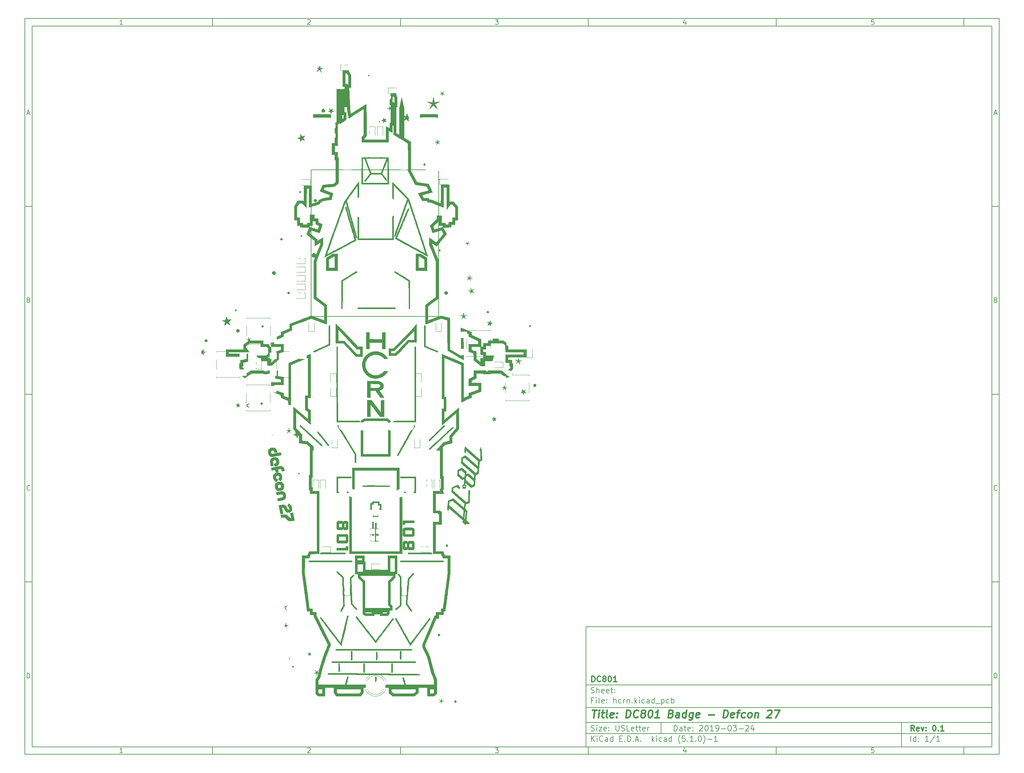
<source format=gto>
G04 #@! TF.GenerationSoftware,KiCad,Pcbnew,(5.1.0)-1*
G04 #@! TF.CreationDate,2019-04-28T22:44:37-06:00*
G04 #@! TF.ProjectId,hcrn,6863726e-2e6b-4696-9361-645f70636258,0.1*
G04 #@! TF.SameCoordinates,Original*
G04 #@! TF.FileFunction,Legend,Top*
G04 #@! TF.FilePolarity,Positive*
%FSLAX46Y46*%
G04 Gerber Fmt 4.6, Leading zero omitted, Abs format (unit mm)*
G04 Created by KiCad (PCBNEW (5.1.0)-1) date 2019-04-28 22:44:37*
%MOMM*%
%LPD*%
G04 APERTURE LIST*
%ADD10C,0.100000*%
%ADD11C,0.150000*%
%ADD12C,0.300000*%
%ADD13C,0.400000*%
%ADD14C,0.010000*%
%ADD15C,0.120000*%
%ADD16C,0.500000*%
%ADD17C,1.900000*%
%ADD18C,1.400000*%
%ADD19R,2.400000X2.400000*%
%ADD20C,2.400000*%
%ADD21C,3.900000*%
%ADD22C,5.400000*%
%ADD23C,1.120000*%
%ADD24C,1.600000*%
%ADD25R,1.950000X1.700000*%
%ADD26C,1.275000*%
%ADD27R,1.470000X2.200000*%
%ADD28O,1.470000X2.200000*%
%ADD29C,1.850000*%
%ADD30C,1.600000*%
%ADD31C,1.300000*%
%ADD32R,1.400000X1.400000*%
%ADD33O,1.400000X1.400000*%
%ADD34C,2.178000*%
%ADD35C,2.127200*%
%ADD36O,2.127200X2.127200*%
%ADD37R,2.127200X2.127200*%
G04 APERTURE END LIST*
D10*
D11*
X159400000Y-171900000D02*
X159400000Y-203900000D01*
X267400000Y-203900000D01*
X267400000Y-171900000D01*
X159400000Y-171900000D01*
D10*
D11*
X10000000Y-10000000D02*
X10000000Y-205900000D01*
X269400000Y-205900000D01*
X269400000Y-10000000D01*
X10000000Y-10000000D01*
D10*
D11*
X12000000Y-12000000D02*
X12000000Y-203900000D01*
X267400000Y-203900000D01*
X267400000Y-12000000D01*
X12000000Y-12000000D01*
D10*
D11*
X60000000Y-12000000D02*
X60000000Y-10000000D01*
D10*
D11*
X110000000Y-12000000D02*
X110000000Y-10000000D01*
D10*
D11*
X160000000Y-12000000D02*
X160000000Y-10000000D01*
D10*
D11*
X210000000Y-12000000D02*
X210000000Y-10000000D01*
D10*
D11*
X260000000Y-12000000D02*
X260000000Y-10000000D01*
D10*
D11*
X36065476Y-11588095D02*
X35322619Y-11588095D01*
X35694047Y-11588095D02*
X35694047Y-10288095D01*
X35570238Y-10473809D01*
X35446428Y-10597619D01*
X35322619Y-10659523D01*
D10*
D11*
X85322619Y-10411904D02*
X85384523Y-10350000D01*
X85508333Y-10288095D01*
X85817857Y-10288095D01*
X85941666Y-10350000D01*
X86003571Y-10411904D01*
X86065476Y-10535714D01*
X86065476Y-10659523D01*
X86003571Y-10845238D01*
X85260714Y-11588095D01*
X86065476Y-11588095D01*
D10*
D11*
X135260714Y-10288095D02*
X136065476Y-10288095D01*
X135632142Y-10783333D01*
X135817857Y-10783333D01*
X135941666Y-10845238D01*
X136003571Y-10907142D01*
X136065476Y-11030952D01*
X136065476Y-11340476D01*
X136003571Y-11464285D01*
X135941666Y-11526190D01*
X135817857Y-11588095D01*
X135446428Y-11588095D01*
X135322619Y-11526190D01*
X135260714Y-11464285D01*
D10*
D11*
X185941666Y-10721428D02*
X185941666Y-11588095D01*
X185632142Y-10226190D02*
X185322619Y-11154761D01*
X186127380Y-11154761D01*
D10*
D11*
X236003571Y-10288095D02*
X235384523Y-10288095D01*
X235322619Y-10907142D01*
X235384523Y-10845238D01*
X235508333Y-10783333D01*
X235817857Y-10783333D01*
X235941666Y-10845238D01*
X236003571Y-10907142D01*
X236065476Y-11030952D01*
X236065476Y-11340476D01*
X236003571Y-11464285D01*
X235941666Y-11526190D01*
X235817857Y-11588095D01*
X235508333Y-11588095D01*
X235384523Y-11526190D01*
X235322619Y-11464285D01*
D10*
D11*
X60000000Y-203900000D02*
X60000000Y-205900000D01*
D10*
D11*
X110000000Y-203900000D02*
X110000000Y-205900000D01*
D10*
D11*
X160000000Y-203900000D02*
X160000000Y-205900000D01*
D10*
D11*
X210000000Y-203900000D02*
X210000000Y-205900000D01*
D10*
D11*
X260000000Y-203900000D02*
X260000000Y-205900000D01*
D10*
D11*
X36065476Y-205488095D02*
X35322619Y-205488095D01*
X35694047Y-205488095D02*
X35694047Y-204188095D01*
X35570238Y-204373809D01*
X35446428Y-204497619D01*
X35322619Y-204559523D01*
D10*
D11*
X85322619Y-204311904D02*
X85384523Y-204250000D01*
X85508333Y-204188095D01*
X85817857Y-204188095D01*
X85941666Y-204250000D01*
X86003571Y-204311904D01*
X86065476Y-204435714D01*
X86065476Y-204559523D01*
X86003571Y-204745238D01*
X85260714Y-205488095D01*
X86065476Y-205488095D01*
D10*
D11*
X135260714Y-204188095D02*
X136065476Y-204188095D01*
X135632142Y-204683333D01*
X135817857Y-204683333D01*
X135941666Y-204745238D01*
X136003571Y-204807142D01*
X136065476Y-204930952D01*
X136065476Y-205240476D01*
X136003571Y-205364285D01*
X135941666Y-205426190D01*
X135817857Y-205488095D01*
X135446428Y-205488095D01*
X135322619Y-205426190D01*
X135260714Y-205364285D01*
D10*
D11*
X185941666Y-204621428D02*
X185941666Y-205488095D01*
X185632142Y-204126190D02*
X185322619Y-205054761D01*
X186127380Y-205054761D01*
D10*
D11*
X236003571Y-204188095D02*
X235384523Y-204188095D01*
X235322619Y-204807142D01*
X235384523Y-204745238D01*
X235508333Y-204683333D01*
X235817857Y-204683333D01*
X235941666Y-204745238D01*
X236003571Y-204807142D01*
X236065476Y-204930952D01*
X236065476Y-205240476D01*
X236003571Y-205364285D01*
X235941666Y-205426190D01*
X235817857Y-205488095D01*
X235508333Y-205488095D01*
X235384523Y-205426190D01*
X235322619Y-205364285D01*
D10*
D11*
X10000000Y-60000000D02*
X12000000Y-60000000D01*
D10*
D11*
X10000000Y-110000000D02*
X12000000Y-110000000D01*
D10*
D11*
X10000000Y-160000000D02*
X12000000Y-160000000D01*
D10*
D11*
X10690476Y-35216666D02*
X11309523Y-35216666D01*
X10566666Y-35588095D02*
X11000000Y-34288095D01*
X11433333Y-35588095D01*
D10*
D11*
X11092857Y-84907142D02*
X11278571Y-84969047D01*
X11340476Y-85030952D01*
X11402380Y-85154761D01*
X11402380Y-85340476D01*
X11340476Y-85464285D01*
X11278571Y-85526190D01*
X11154761Y-85588095D01*
X10659523Y-85588095D01*
X10659523Y-84288095D01*
X11092857Y-84288095D01*
X11216666Y-84350000D01*
X11278571Y-84411904D01*
X11340476Y-84535714D01*
X11340476Y-84659523D01*
X11278571Y-84783333D01*
X11216666Y-84845238D01*
X11092857Y-84907142D01*
X10659523Y-84907142D01*
D10*
D11*
X11402380Y-135464285D02*
X11340476Y-135526190D01*
X11154761Y-135588095D01*
X11030952Y-135588095D01*
X10845238Y-135526190D01*
X10721428Y-135402380D01*
X10659523Y-135278571D01*
X10597619Y-135030952D01*
X10597619Y-134845238D01*
X10659523Y-134597619D01*
X10721428Y-134473809D01*
X10845238Y-134350000D01*
X11030952Y-134288095D01*
X11154761Y-134288095D01*
X11340476Y-134350000D01*
X11402380Y-134411904D01*
D10*
D11*
X10659523Y-185588095D02*
X10659523Y-184288095D01*
X10969047Y-184288095D01*
X11154761Y-184350000D01*
X11278571Y-184473809D01*
X11340476Y-184597619D01*
X11402380Y-184845238D01*
X11402380Y-185030952D01*
X11340476Y-185278571D01*
X11278571Y-185402380D01*
X11154761Y-185526190D01*
X10969047Y-185588095D01*
X10659523Y-185588095D01*
D10*
D11*
X269400000Y-60000000D02*
X267400000Y-60000000D01*
D10*
D11*
X269400000Y-110000000D02*
X267400000Y-110000000D01*
D10*
D11*
X269400000Y-160000000D02*
X267400000Y-160000000D01*
D10*
D11*
X268090476Y-35216666D02*
X268709523Y-35216666D01*
X267966666Y-35588095D02*
X268400000Y-34288095D01*
X268833333Y-35588095D01*
D10*
D11*
X268492857Y-84907142D02*
X268678571Y-84969047D01*
X268740476Y-85030952D01*
X268802380Y-85154761D01*
X268802380Y-85340476D01*
X268740476Y-85464285D01*
X268678571Y-85526190D01*
X268554761Y-85588095D01*
X268059523Y-85588095D01*
X268059523Y-84288095D01*
X268492857Y-84288095D01*
X268616666Y-84350000D01*
X268678571Y-84411904D01*
X268740476Y-84535714D01*
X268740476Y-84659523D01*
X268678571Y-84783333D01*
X268616666Y-84845238D01*
X268492857Y-84907142D01*
X268059523Y-84907142D01*
D10*
D11*
X268802380Y-135464285D02*
X268740476Y-135526190D01*
X268554761Y-135588095D01*
X268430952Y-135588095D01*
X268245238Y-135526190D01*
X268121428Y-135402380D01*
X268059523Y-135278571D01*
X267997619Y-135030952D01*
X267997619Y-134845238D01*
X268059523Y-134597619D01*
X268121428Y-134473809D01*
X268245238Y-134350000D01*
X268430952Y-134288095D01*
X268554761Y-134288095D01*
X268740476Y-134350000D01*
X268802380Y-134411904D01*
D10*
D11*
X268059523Y-185588095D02*
X268059523Y-184288095D01*
X268369047Y-184288095D01*
X268554761Y-184350000D01*
X268678571Y-184473809D01*
X268740476Y-184597619D01*
X268802380Y-184845238D01*
X268802380Y-185030952D01*
X268740476Y-185278571D01*
X268678571Y-185402380D01*
X268554761Y-185526190D01*
X268369047Y-185588095D01*
X268059523Y-185588095D01*
D10*
D11*
X182832142Y-199678571D02*
X182832142Y-198178571D01*
X183189285Y-198178571D01*
X183403571Y-198250000D01*
X183546428Y-198392857D01*
X183617857Y-198535714D01*
X183689285Y-198821428D01*
X183689285Y-199035714D01*
X183617857Y-199321428D01*
X183546428Y-199464285D01*
X183403571Y-199607142D01*
X183189285Y-199678571D01*
X182832142Y-199678571D01*
X184975000Y-199678571D02*
X184975000Y-198892857D01*
X184903571Y-198750000D01*
X184760714Y-198678571D01*
X184475000Y-198678571D01*
X184332142Y-198750000D01*
X184975000Y-199607142D02*
X184832142Y-199678571D01*
X184475000Y-199678571D01*
X184332142Y-199607142D01*
X184260714Y-199464285D01*
X184260714Y-199321428D01*
X184332142Y-199178571D01*
X184475000Y-199107142D01*
X184832142Y-199107142D01*
X184975000Y-199035714D01*
X185475000Y-198678571D02*
X186046428Y-198678571D01*
X185689285Y-198178571D02*
X185689285Y-199464285D01*
X185760714Y-199607142D01*
X185903571Y-199678571D01*
X186046428Y-199678571D01*
X187117857Y-199607142D02*
X186975000Y-199678571D01*
X186689285Y-199678571D01*
X186546428Y-199607142D01*
X186475000Y-199464285D01*
X186475000Y-198892857D01*
X186546428Y-198750000D01*
X186689285Y-198678571D01*
X186975000Y-198678571D01*
X187117857Y-198750000D01*
X187189285Y-198892857D01*
X187189285Y-199035714D01*
X186475000Y-199178571D01*
X187832142Y-199535714D02*
X187903571Y-199607142D01*
X187832142Y-199678571D01*
X187760714Y-199607142D01*
X187832142Y-199535714D01*
X187832142Y-199678571D01*
X187832142Y-198750000D02*
X187903571Y-198821428D01*
X187832142Y-198892857D01*
X187760714Y-198821428D01*
X187832142Y-198750000D01*
X187832142Y-198892857D01*
X189617857Y-198321428D02*
X189689285Y-198250000D01*
X189832142Y-198178571D01*
X190189285Y-198178571D01*
X190332142Y-198250000D01*
X190403571Y-198321428D01*
X190475000Y-198464285D01*
X190475000Y-198607142D01*
X190403571Y-198821428D01*
X189546428Y-199678571D01*
X190475000Y-199678571D01*
X191403571Y-198178571D02*
X191546428Y-198178571D01*
X191689285Y-198250000D01*
X191760714Y-198321428D01*
X191832142Y-198464285D01*
X191903571Y-198750000D01*
X191903571Y-199107142D01*
X191832142Y-199392857D01*
X191760714Y-199535714D01*
X191689285Y-199607142D01*
X191546428Y-199678571D01*
X191403571Y-199678571D01*
X191260714Y-199607142D01*
X191189285Y-199535714D01*
X191117857Y-199392857D01*
X191046428Y-199107142D01*
X191046428Y-198750000D01*
X191117857Y-198464285D01*
X191189285Y-198321428D01*
X191260714Y-198250000D01*
X191403571Y-198178571D01*
X193332142Y-199678571D02*
X192475000Y-199678571D01*
X192903571Y-199678571D02*
X192903571Y-198178571D01*
X192760714Y-198392857D01*
X192617857Y-198535714D01*
X192475000Y-198607142D01*
X194046428Y-199678571D02*
X194332142Y-199678571D01*
X194475000Y-199607142D01*
X194546428Y-199535714D01*
X194689285Y-199321428D01*
X194760714Y-199035714D01*
X194760714Y-198464285D01*
X194689285Y-198321428D01*
X194617857Y-198250000D01*
X194475000Y-198178571D01*
X194189285Y-198178571D01*
X194046428Y-198250000D01*
X193975000Y-198321428D01*
X193903571Y-198464285D01*
X193903571Y-198821428D01*
X193975000Y-198964285D01*
X194046428Y-199035714D01*
X194189285Y-199107142D01*
X194475000Y-199107142D01*
X194617857Y-199035714D01*
X194689285Y-198964285D01*
X194760714Y-198821428D01*
X195403571Y-199107142D02*
X196546428Y-199107142D01*
X197546428Y-198178571D02*
X197689285Y-198178571D01*
X197832142Y-198250000D01*
X197903571Y-198321428D01*
X197975000Y-198464285D01*
X198046428Y-198750000D01*
X198046428Y-199107142D01*
X197975000Y-199392857D01*
X197903571Y-199535714D01*
X197832142Y-199607142D01*
X197689285Y-199678571D01*
X197546428Y-199678571D01*
X197403571Y-199607142D01*
X197332142Y-199535714D01*
X197260714Y-199392857D01*
X197189285Y-199107142D01*
X197189285Y-198750000D01*
X197260714Y-198464285D01*
X197332142Y-198321428D01*
X197403571Y-198250000D01*
X197546428Y-198178571D01*
X198546428Y-198178571D02*
X199475000Y-198178571D01*
X198975000Y-198750000D01*
X199189285Y-198750000D01*
X199332142Y-198821428D01*
X199403571Y-198892857D01*
X199475000Y-199035714D01*
X199475000Y-199392857D01*
X199403571Y-199535714D01*
X199332142Y-199607142D01*
X199189285Y-199678571D01*
X198760714Y-199678571D01*
X198617857Y-199607142D01*
X198546428Y-199535714D01*
X200117857Y-199107142D02*
X201260714Y-199107142D01*
X201903571Y-198321428D02*
X201975000Y-198250000D01*
X202117857Y-198178571D01*
X202475000Y-198178571D01*
X202617857Y-198250000D01*
X202689285Y-198321428D01*
X202760714Y-198464285D01*
X202760714Y-198607142D01*
X202689285Y-198821428D01*
X201832142Y-199678571D01*
X202760714Y-199678571D01*
X204046428Y-198678571D02*
X204046428Y-199678571D01*
X203689285Y-198107142D02*
X203332142Y-199178571D01*
X204260714Y-199178571D01*
D10*
D11*
X159400000Y-200400000D02*
X267400000Y-200400000D01*
D10*
D11*
X160832142Y-202478571D02*
X160832142Y-200978571D01*
X161689285Y-202478571D02*
X161046428Y-201621428D01*
X161689285Y-200978571D02*
X160832142Y-201835714D01*
X162332142Y-202478571D02*
X162332142Y-201478571D01*
X162332142Y-200978571D02*
X162260714Y-201050000D01*
X162332142Y-201121428D01*
X162403571Y-201050000D01*
X162332142Y-200978571D01*
X162332142Y-201121428D01*
X163903571Y-202335714D02*
X163832142Y-202407142D01*
X163617857Y-202478571D01*
X163475000Y-202478571D01*
X163260714Y-202407142D01*
X163117857Y-202264285D01*
X163046428Y-202121428D01*
X162975000Y-201835714D01*
X162975000Y-201621428D01*
X163046428Y-201335714D01*
X163117857Y-201192857D01*
X163260714Y-201050000D01*
X163475000Y-200978571D01*
X163617857Y-200978571D01*
X163832142Y-201050000D01*
X163903571Y-201121428D01*
X165189285Y-202478571D02*
X165189285Y-201692857D01*
X165117857Y-201550000D01*
X164975000Y-201478571D01*
X164689285Y-201478571D01*
X164546428Y-201550000D01*
X165189285Y-202407142D02*
X165046428Y-202478571D01*
X164689285Y-202478571D01*
X164546428Y-202407142D01*
X164475000Y-202264285D01*
X164475000Y-202121428D01*
X164546428Y-201978571D01*
X164689285Y-201907142D01*
X165046428Y-201907142D01*
X165189285Y-201835714D01*
X166546428Y-202478571D02*
X166546428Y-200978571D01*
X166546428Y-202407142D02*
X166403571Y-202478571D01*
X166117857Y-202478571D01*
X165975000Y-202407142D01*
X165903571Y-202335714D01*
X165832142Y-202192857D01*
X165832142Y-201764285D01*
X165903571Y-201621428D01*
X165975000Y-201550000D01*
X166117857Y-201478571D01*
X166403571Y-201478571D01*
X166546428Y-201550000D01*
X168403571Y-201692857D02*
X168903571Y-201692857D01*
X169117857Y-202478571D02*
X168403571Y-202478571D01*
X168403571Y-200978571D01*
X169117857Y-200978571D01*
X169760714Y-202335714D02*
X169832142Y-202407142D01*
X169760714Y-202478571D01*
X169689285Y-202407142D01*
X169760714Y-202335714D01*
X169760714Y-202478571D01*
X170475000Y-202478571D02*
X170475000Y-200978571D01*
X170832142Y-200978571D01*
X171046428Y-201050000D01*
X171189285Y-201192857D01*
X171260714Y-201335714D01*
X171332142Y-201621428D01*
X171332142Y-201835714D01*
X171260714Y-202121428D01*
X171189285Y-202264285D01*
X171046428Y-202407142D01*
X170832142Y-202478571D01*
X170475000Y-202478571D01*
X171975000Y-202335714D02*
X172046428Y-202407142D01*
X171975000Y-202478571D01*
X171903571Y-202407142D01*
X171975000Y-202335714D01*
X171975000Y-202478571D01*
X172617857Y-202050000D02*
X173332142Y-202050000D01*
X172475000Y-202478571D02*
X172975000Y-200978571D01*
X173475000Y-202478571D01*
X173975000Y-202335714D02*
X174046428Y-202407142D01*
X173975000Y-202478571D01*
X173903571Y-202407142D01*
X173975000Y-202335714D01*
X173975000Y-202478571D01*
X176975000Y-202478571D02*
X176975000Y-200978571D01*
X177117857Y-201907142D02*
X177546428Y-202478571D01*
X177546428Y-201478571D02*
X176975000Y-202050000D01*
X178189285Y-202478571D02*
X178189285Y-201478571D01*
X178189285Y-200978571D02*
X178117857Y-201050000D01*
X178189285Y-201121428D01*
X178260714Y-201050000D01*
X178189285Y-200978571D01*
X178189285Y-201121428D01*
X179546428Y-202407142D02*
X179403571Y-202478571D01*
X179117857Y-202478571D01*
X178975000Y-202407142D01*
X178903571Y-202335714D01*
X178832142Y-202192857D01*
X178832142Y-201764285D01*
X178903571Y-201621428D01*
X178975000Y-201550000D01*
X179117857Y-201478571D01*
X179403571Y-201478571D01*
X179546428Y-201550000D01*
X180832142Y-202478571D02*
X180832142Y-201692857D01*
X180760714Y-201550000D01*
X180617857Y-201478571D01*
X180332142Y-201478571D01*
X180189285Y-201550000D01*
X180832142Y-202407142D02*
X180689285Y-202478571D01*
X180332142Y-202478571D01*
X180189285Y-202407142D01*
X180117857Y-202264285D01*
X180117857Y-202121428D01*
X180189285Y-201978571D01*
X180332142Y-201907142D01*
X180689285Y-201907142D01*
X180832142Y-201835714D01*
X182189285Y-202478571D02*
X182189285Y-200978571D01*
X182189285Y-202407142D02*
X182046428Y-202478571D01*
X181760714Y-202478571D01*
X181617857Y-202407142D01*
X181546428Y-202335714D01*
X181475000Y-202192857D01*
X181475000Y-201764285D01*
X181546428Y-201621428D01*
X181617857Y-201550000D01*
X181760714Y-201478571D01*
X182046428Y-201478571D01*
X182189285Y-201550000D01*
X184475000Y-203050000D02*
X184403571Y-202978571D01*
X184260714Y-202764285D01*
X184189285Y-202621428D01*
X184117857Y-202407142D01*
X184046428Y-202050000D01*
X184046428Y-201764285D01*
X184117857Y-201407142D01*
X184189285Y-201192857D01*
X184260714Y-201050000D01*
X184403571Y-200835714D01*
X184475000Y-200764285D01*
X185760714Y-200978571D02*
X185046428Y-200978571D01*
X184975000Y-201692857D01*
X185046428Y-201621428D01*
X185189285Y-201550000D01*
X185546428Y-201550000D01*
X185689285Y-201621428D01*
X185760714Y-201692857D01*
X185832142Y-201835714D01*
X185832142Y-202192857D01*
X185760714Y-202335714D01*
X185689285Y-202407142D01*
X185546428Y-202478571D01*
X185189285Y-202478571D01*
X185046428Y-202407142D01*
X184975000Y-202335714D01*
X186475000Y-202335714D02*
X186546428Y-202407142D01*
X186475000Y-202478571D01*
X186403571Y-202407142D01*
X186475000Y-202335714D01*
X186475000Y-202478571D01*
X187975000Y-202478571D02*
X187117857Y-202478571D01*
X187546428Y-202478571D02*
X187546428Y-200978571D01*
X187403571Y-201192857D01*
X187260714Y-201335714D01*
X187117857Y-201407142D01*
X188617857Y-202335714D02*
X188689285Y-202407142D01*
X188617857Y-202478571D01*
X188546428Y-202407142D01*
X188617857Y-202335714D01*
X188617857Y-202478571D01*
X189617857Y-200978571D02*
X189760714Y-200978571D01*
X189903571Y-201050000D01*
X189975000Y-201121428D01*
X190046428Y-201264285D01*
X190117857Y-201550000D01*
X190117857Y-201907142D01*
X190046428Y-202192857D01*
X189975000Y-202335714D01*
X189903571Y-202407142D01*
X189760714Y-202478571D01*
X189617857Y-202478571D01*
X189475000Y-202407142D01*
X189403571Y-202335714D01*
X189332142Y-202192857D01*
X189260714Y-201907142D01*
X189260714Y-201550000D01*
X189332142Y-201264285D01*
X189403571Y-201121428D01*
X189475000Y-201050000D01*
X189617857Y-200978571D01*
X190617857Y-203050000D02*
X190689285Y-202978571D01*
X190832142Y-202764285D01*
X190903571Y-202621428D01*
X190975000Y-202407142D01*
X191046428Y-202050000D01*
X191046428Y-201764285D01*
X190975000Y-201407142D01*
X190903571Y-201192857D01*
X190832142Y-201050000D01*
X190689285Y-200835714D01*
X190617857Y-200764285D01*
X191760714Y-201907142D02*
X192903571Y-201907142D01*
X194403571Y-202478571D02*
X193546428Y-202478571D01*
X193975000Y-202478571D02*
X193975000Y-200978571D01*
X193832142Y-201192857D01*
X193689285Y-201335714D01*
X193546428Y-201407142D01*
D10*
D11*
X159400000Y-197400000D02*
X267400000Y-197400000D01*
D10*
D12*
X246809285Y-199678571D02*
X246309285Y-198964285D01*
X245952142Y-199678571D02*
X245952142Y-198178571D01*
X246523571Y-198178571D01*
X246666428Y-198250000D01*
X246737857Y-198321428D01*
X246809285Y-198464285D01*
X246809285Y-198678571D01*
X246737857Y-198821428D01*
X246666428Y-198892857D01*
X246523571Y-198964285D01*
X245952142Y-198964285D01*
X248023571Y-199607142D02*
X247880714Y-199678571D01*
X247595000Y-199678571D01*
X247452142Y-199607142D01*
X247380714Y-199464285D01*
X247380714Y-198892857D01*
X247452142Y-198750000D01*
X247595000Y-198678571D01*
X247880714Y-198678571D01*
X248023571Y-198750000D01*
X248095000Y-198892857D01*
X248095000Y-199035714D01*
X247380714Y-199178571D01*
X248595000Y-198678571D02*
X248952142Y-199678571D01*
X249309285Y-198678571D01*
X249880714Y-199535714D02*
X249952142Y-199607142D01*
X249880714Y-199678571D01*
X249809285Y-199607142D01*
X249880714Y-199535714D01*
X249880714Y-199678571D01*
X249880714Y-198750000D02*
X249952142Y-198821428D01*
X249880714Y-198892857D01*
X249809285Y-198821428D01*
X249880714Y-198750000D01*
X249880714Y-198892857D01*
X252023571Y-198178571D02*
X252166428Y-198178571D01*
X252309285Y-198250000D01*
X252380714Y-198321428D01*
X252452142Y-198464285D01*
X252523571Y-198750000D01*
X252523571Y-199107142D01*
X252452142Y-199392857D01*
X252380714Y-199535714D01*
X252309285Y-199607142D01*
X252166428Y-199678571D01*
X252023571Y-199678571D01*
X251880714Y-199607142D01*
X251809285Y-199535714D01*
X251737857Y-199392857D01*
X251666428Y-199107142D01*
X251666428Y-198750000D01*
X251737857Y-198464285D01*
X251809285Y-198321428D01*
X251880714Y-198250000D01*
X252023571Y-198178571D01*
X253166428Y-199535714D02*
X253237857Y-199607142D01*
X253166428Y-199678571D01*
X253095000Y-199607142D01*
X253166428Y-199535714D01*
X253166428Y-199678571D01*
X254666428Y-199678571D02*
X253809285Y-199678571D01*
X254237857Y-199678571D02*
X254237857Y-198178571D01*
X254095000Y-198392857D01*
X253952142Y-198535714D01*
X253809285Y-198607142D01*
D10*
D11*
X160760714Y-199607142D02*
X160975000Y-199678571D01*
X161332142Y-199678571D01*
X161475000Y-199607142D01*
X161546428Y-199535714D01*
X161617857Y-199392857D01*
X161617857Y-199250000D01*
X161546428Y-199107142D01*
X161475000Y-199035714D01*
X161332142Y-198964285D01*
X161046428Y-198892857D01*
X160903571Y-198821428D01*
X160832142Y-198750000D01*
X160760714Y-198607142D01*
X160760714Y-198464285D01*
X160832142Y-198321428D01*
X160903571Y-198250000D01*
X161046428Y-198178571D01*
X161403571Y-198178571D01*
X161617857Y-198250000D01*
X162260714Y-199678571D02*
X162260714Y-198678571D01*
X162260714Y-198178571D02*
X162189285Y-198250000D01*
X162260714Y-198321428D01*
X162332142Y-198250000D01*
X162260714Y-198178571D01*
X162260714Y-198321428D01*
X162832142Y-198678571D02*
X163617857Y-198678571D01*
X162832142Y-199678571D01*
X163617857Y-199678571D01*
X164760714Y-199607142D02*
X164617857Y-199678571D01*
X164332142Y-199678571D01*
X164189285Y-199607142D01*
X164117857Y-199464285D01*
X164117857Y-198892857D01*
X164189285Y-198750000D01*
X164332142Y-198678571D01*
X164617857Y-198678571D01*
X164760714Y-198750000D01*
X164832142Y-198892857D01*
X164832142Y-199035714D01*
X164117857Y-199178571D01*
X165475000Y-199535714D02*
X165546428Y-199607142D01*
X165475000Y-199678571D01*
X165403571Y-199607142D01*
X165475000Y-199535714D01*
X165475000Y-199678571D01*
X165475000Y-198750000D02*
X165546428Y-198821428D01*
X165475000Y-198892857D01*
X165403571Y-198821428D01*
X165475000Y-198750000D01*
X165475000Y-198892857D01*
X167332142Y-198178571D02*
X167332142Y-199392857D01*
X167403571Y-199535714D01*
X167475000Y-199607142D01*
X167617857Y-199678571D01*
X167903571Y-199678571D01*
X168046428Y-199607142D01*
X168117857Y-199535714D01*
X168189285Y-199392857D01*
X168189285Y-198178571D01*
X168832142Y-199607142D02*
X169046428Y-199678571D01*
X169403571Y-199678571D01*
X169546428Y-199607142D01*
X169617857Y-199535714D01*
X169689285Y-199392857D01*
X169689285Y-199250000D01*
X169617857Y-199107142D01*
X169546428Y-199035714D01*
X169403571Y-198964285D01*
X169117857Y-198892857D01*
X168975000Y-198821428D01*
X168903571Y-198750000D01*
X168832142Y-198607142D01*
X168832142Y-198464285D01*
X168903571Y-198321428D01*
X168975000Y-198250000D01*
X169117857Y-198178571D01*
X169475000Y-198178571D01*
X169689285Y-198250000D01*
X171046428Y-199678571D02*
X170332142Y-199678571D01*
X170332142Y-198178571D01*
X172117857Y-199607142D02*
X171975000Y-199678571D01*
X171689285Y-199678571D01*
X171546428Y-199607142D01*
X171475000Y-199464285D01*
X171475000Y-198892857D01*
X171546428Y-198750000D01*
X171689285Y-198678571D01*
X171975000Y-198678571D01*
X172117857Y-198750000D01*
X172189285Y-198892857D01*
X172189285Y-199035714D01*
X171475000Y-199178571D01*
X172617857Y-198678571D02*
X173189285Y-198678571D01*
X172832142Y-198178571D02*
X172832142Y-199464285D01*
X172903571Y-199607142D01*
X173046428Y-199678571D01*
X173189285Y-199678571D01*
X173475000Y-198678571D02*
X174046428Y-198678571D01*
X173689285Y-198178571D02*
X173689285Y-199464285D01*
X173760714Y-199607142D01*
X173903571Y-199678571D01*
X174046428Y-199678571D01*
X175117857Y-199607142D02*
X174975000Y-199678571D01*
X174689285Y-199678571D01*
X174546428Y-199607142D01*
X174475000Y-199464285D01*
X174475000Y-198892857D01*
X174546428Y-198750000D01*
X174689285Y-198678571D01*
X174975000Y-198678571D01*
X175117857Y-198750000D01*
X175189285Y-198892857D01*
X175189285Y-199035714D01*
X174475000Y-199178571D01*
X175832142Y-199678571D02*
X175832142Y-198678571D01*
X175832142Y-198964285D02*
X175903571Y-198821428D01*
X175975000Y-198750000D01*
X176117857Y-198678571D01*
X176260714Y-198678571D01*
D10*
D11*
X245832142Y-202478571D02*
X245832142Y-200978571D01*
X247189285Y-202478571D02*
X247189285Y-200978571D01*
X247189285Y-202407142D02*
X247046428Y-202478571D01*
X246760714Y-202478571D01*
X246617857Y-202407142D01*
X246546428Y-202335714D01*
X246475000Y-202192857D01*
X246475000Y-201764285D01*
X246546428Y-201621428D01*
X246617857Y-201550000D01*
X246760714Y-201478571D01*
X247046428Y-201478571D01*
X247189285Y-201550000D01*
X247903571Y-202335714D02*
X247975000Y-202407142D01*
X247903571Y-202478571D01*
X247832142Y-202407142D01*
X247903571Y-202335714D01*
X247903571Y-202478571D01*
X247903571Y-201550000D02*
X247975000Y-201621428D01*
X247903571Y-201692857D01*
X247832142Y-201621428D01*
X247903571Y-201550000D01*
X247903571Y-201692857D01*
X250546428Y-202478571D02*
X249689285Y-202478571D01*
X250117857Y-202478571D02*
X250117857Y-200978571D01*
X249975000Y-201192857D01*
X249832142Y-201335714D01*
X249689285Y-201407142D01*
X252260714Y-200907142D02*
X250975000Y-202835714D01*
X253546428Y-202478571D02*
X252689285Y-202478571D01*
X253117857Y-202478571D02*
X253117857Y-200978571D01*
X252975000Y-201192857D01*
X252832142Y-201335714D01*
X252689285Y-201407142D01*
D10*
D11*
X159400000Y-193400000D02*
X267400000Y-193400000D01*
D10*
D13*
X161112380Y-194104761D02*
X162255238Y-194104761D01*
X161433809Y-196104761D02*
X161683809Y-194104761D01*
X162671904Y-196104761D02*
X162838571Y-194771428D01*
X162921904Y-194104761D02*
X162814761Y-194200000D01*
X162898095Y-194295238D01*
X163005238Y-194200000D01*
X162921904Y-194104761D01*
X162898095Y-194295238D01*
X163505238Y-194771428D02*
X164267142Y-194771428D01*
X163874285Y-194104761D02*
X163660000Y-195819047D01*
X163731428Y-196009523D01*
X163910000Y-196104761D01*
X164100476Y-196104761D01*
X165052857Y-196104761D02*
X164874285Y-196009523D01*
X164802857Y-195819047D01*
X165017142Y-194104761D01*
X166588571Y-196009523D02*
X166386190Y-196104761D01*
X166005238Y-196104761D01*
X165826666Y-196009523D01*
X165755238Y-195819047D01*
X165850476Y-195057142D01*
X165969523Y-194866666D01*
X166171904Y-194771428D01*
X166552857Y-194771428D01*
X166731428Y-194866666D01*
X166802857Y-195057142D01*
X166779047Y-195247619D01*
X165802857Y-195438095D01*
X167552857Y-195914285D02*
X167636190Y-196009523D01*
X167529047Y-196104761D01*
X167445714Y-196009523D01*
X167552857Y-195914285D01*
X167529047Y-196104761D01*
X167683809Y-194866666D02*
X167767142Y-194961904D01*
X167660000Y-195057142D01*
X167576666Y-194961904D01*
X167683809Y-194866666D01*
X167660000Y-195057142D01*
X170005238Y-196104761D02*
X170255238Y-194104761D01*
X170731428Y-194104761D01*
X171005238Y-194200000D01*
X171171904Y-194390476D01*
X171243333Y-194580952D01*
X171290952Y-194961904D01*
X171255238Y-195247619D01*
X171112380Y-195628571D01*
X170993333Y-195819047D01*
X170779047Y-196009523D01*
X170481428Y-196104761D01*
X170005238Y-196104761D01*
X173171904Y-195914285D02*
X173064761Y-196009523D01*
X172767142Y-196104761D01*
X172576666Y-196104761D01*
X172302857Y-196009523D01*
X172136190Y-195819047D01*
X172064761Y-195628571D01*
X172017142Y-195247619D01*
X172052857Y-194961904D01*
X172195714Y-194580952D01*
X172314761Y-194390476D01*
X172529047Y-194200000D01*
X172826666Y-194104761D01*
X173017142Y-194104761D01*
X173290952Y-194200000D01*
X173374285Y-194295238D01*
X174433809Y-194961904D02*
X174255238Y-194866666D01*
X174171904Y-194771428D01*
X174100476Y-194580952D01*
X174112380Y-194485714D01*
X174231428Y-194295238D01*
X174338571Y-194200000D01*
X174540952Y-194104761D01*
X174921904Y-194104761D01*
X175100476Y-194200000D01*
X175183809Y-194295238D01*
X175255238Y-194485714D01*
X175243333Y-194580952D01*
X175124285Y-194771428D01*
X175017142Y-194866666D01*
X174814761Y-194961904D01*
X174433809Y-194961904D01*
X174231428Y-195057142D01*
X174124285Y-195152380D01*
X174005238Y-195342857D01*
X173957619Y-195723809D01*
X174029047Y-195914285D01*
X174112380Y-196009523D01*
X174290952Y-196104761D01*
X174671904Y-196104761D01*
X174874285Y-196009523D01*
X174981428Y-195914285D01*
X175100476Y-195723809D01*
X175148095Y-195342857D01*
X175076666Y-195152380D01*
X174993333Y-195057142D01*
X174814761Y-194961904D01*
X176540952Y-194104761D02*
X176731428Y-194104761D01*
X176910000Y-194200000D01*
X176993333Y-194295238D01*
X177064761Y-194485714D01*
X177112380Y-194866666D01*
X177052857Y-195342857D01*
X176910000Y-195723809D01*
X176790952Y-195914285D01*
X176683809Y-196009523D01*
X176481428Y-196104761D01*
X176290952Y-196104761D01*
X176112380Y-196009523D01*
X176029047Y-195914285D01*
X175957619Y-195723809D01*
X175910000Y-195342857D01*
X175969523Y-194866666D01*
X176112380Y-194485714D01*
X176231428Y-194295238D01*
X176338571Y-194200000D01*
X176540952Y-194104761D01*
X178862380Y-196104761D02*
X177719523Y-196104761D01*
X178290952Y-196104761D02*
X178540952Y-194104761D01*
X178314761Y-194390476D01*
X178100476Y-194580952D01*
X177898095Y-194676190D01*
X182040952Y-195057142D02*
X182314761Y-195152380D01*
X182398095Y-195247619D01*
X182469523Y-195438095D01*
X182433809Y-195723809D01*
X182314761Y-195914285D01*
X182207619Y-196009523D01*
X182005238Y-196104761D01*
X181243333Y-196104761D01*
X181493333Y-194104761D01*
X182160000Y-194104761D01*
X182338571Y-194200000D01*
X182421904Y-194295238D01*
X182493333Y-194485714D01*
X182469523Y-194676190D01*
X182350476Y-194866666D01*
X182243333Y-194961904D01*
X182040952Y-195057142D01*
X181374285Y-195057142D01*
X184100476Y-196104761D02*
X184231428Y-195057142D01*
X184160000Y-194866666D01*
X183981428Y-194771428D01*
X183600476Y-194771428D01*
X183398095Y-194866666D01*
X184112380Y-196009523D02*
X183910000Y-196104761D01*
X183433809Y-196104761D01*
X183255238Y-196009523D01*
X183183809Y-195819047D01*
X183207619Y-195628571D01*
X183326666Y-195438095D01*
X183529047Y-195342857D01*
X184005238Y-195342857D01*
X184207619Y-195247619D01*
X185910000Y-196104761D02*
X186160000Y-194104761D01*
X185921904Y-196009523D02*
X185719523Y-196104761D01*
X185338571Y-196104761D01*
X185160000Y-196009523D01*
X185076666Y-195914285D01*
X185005238Y-195723809D01*
X185076666Y-195152380D01*
X185195714Y-194961904D01*
X185302857Y-194866666D01*
X185505238Y-194771428D01*
X185886190Y-194771428D01*
X186064761Y-194866666D01*
X187886190Y-194771428D02*
X187683809Y-196390476D01*
X187564761Y-196580952D01*
X187457619Y-196676190D01*
X187255238Y-196771428D01*
X186969523Y-196771428D01*
X186790952Y-196676190D01*
X187731428Y-196009523D02*
X187529047Y-196104761D01*
X187148095Y-196104761D01*
X186969523Y-196009523D01*
X186886190Y-195914285D01*
X186814761Y-195723809D01*
X186886190Y-195152380D01*
X187005238Y-194961904D01*
X187112380Y-194866666D01*
X187314761Y-194771428D01*
X187695714Y-194771428D01*
X187874285Y-194866666D01*
X189445714Y-196009523D02*
X189243333Y-196104761D01*
X188862380Y-196104761D01*
X188683809Y-196009523D01*
X188612380Y-195819047D01*
X188707619Y-195057142D01*
X188826666Y-194866666D01*
X189029047Y-194771428D01*
X189410000Y-194771428D01*
X189588571Y-194866666D01*
X189660000Y-195057142D01*
X189636190Y-195247619D01*
X188660000Y-195438095D01*
X192005238Y-195342857D02*
X193529047Y-195342857D01*
X195910000Y-196104761D02*
X196160000Y-194104761D01*
X196636190Y-194104761D01*
X196910000Y-194200000D01*
X197076666Y-194390476D01*
X197148095Y-194580952D01*
X197195714Y-194961904D01*
X197160000Y-195247619D01*
X197017142Y-195628571D01*
X196898095Y-195819047D01*
X196683809Y-196009523D01*
X196386190Y-196104761D01*
X195910000Y-196104761D01*
X198683809Y-196009523D02*
X198481428Y-196104761D01*
X198100476Y-196104761D01*
X197921904Y-196009523D01*
X197850476Y-195819047D01*
X197945714Y-195057142D01*
X198064761Y-194866666D01*
X198267142Y-194771428D01*
X198648095Y-194771428D01*
X198826666Y-194866666D01*
X198898095Y-195057142D01*
X198874285Y-195247619D01*
X197898095Y-195438095D01*
X199505238Y-194771428D02*
X200267142Y-194771428D01*
X199624285Y-196104761D02*
X199838571Y-194390476D01*
X199957619Y-194200000D01*
X200160000Y-194104761D01*
X200350476Y-194104761D01*
X201636190Y-196009523D02*
X201433809Y-196104761D01*
X201052857Y-196104761D01*
X200874285Y-196009523D01*
X200790952Y-195914285D01*
X200719523Y-195723809D01*
X200790952Y-195152380D01*
X200910000Y-194961904D01*
X201017142Y-194866666D01*
X201219523Y-194771428D01*
X201600476Y-194771428D01*
X201779047Y-194866666D01*
X202767142Y-196104761D02*
X202588571Y-196009523D01*
X202505238Y-195914285D01*
X202433809Y-195723809D01*
X202505238Y-195152380D01*
X202624285Y-194961904D01*
X202731428Y-194866666D01*
X202933809Y-194771428D01*
X203219523Y-194771428D01*
X203398095Y-194866666D01*
X203481428Y-194961904D01*
X203552857Y-195152380D01*
X203481428Y-195723809D01*
X203362380Y-195914285D01*
X203255238Y-196009523D01*
X203052857Y-196104761D01*
X202767142Y-196104761D01*
X204457619Y-194771428D02*
X204290952Y-196104761D01*
X204433809Y-194961904D02*
X204540952Y-194866666D01*
X204743333Y-194771428D01*
X205029047Y-194771428D01*
X205207619Y-194866666D01*
X205279047Y-195057142D01*
X205148095Y-196104761D01*
X207755238Y-194295238D02*
X207862380Y-194200000D01*
X208064761Y-194104761D01*
X208540952Y-194104761D01*
X208719523Y-194200000D01*
X208802857Y-194295238D01*
X208874285Y-194485714D01*
X208850476Y-194676190D01*
X208719523Y-194961904D01*
X207433809Y-196104761D01*
X208671904Y-196104761D01*
X209588571Y-194104761D02*
X210921904Y-194104761D01*
X209814761Y-196104761D01*
D10*
D11*
X161332142Y-191492857D02*
X160832142Y-191492857D01*
X160832142Y-192278571D02*
X160832142Y-190778571D01*
X161546428Y-190778571D01*
X162117857Y-192278571D02*
X162117857Y-191278571D01*
X162117857Y-190778571D02*
X162046428Y-190850000D01*
X162117857Y-190921428D01*
X162189285Y-190850000D01*
X162117857Y-190778571D01*
X162117857Y-190921428D01*
X163046428Y-192278571D02*
X162903571Y-192207142D01*
X162832142Y-192064285D01*
X162832142Y-190778571D01*
X164189285Y-192207142D02*
X164046428Y-192278571D01*
X163760714Y-192278571D01*
X163617857Y-192207142D01*
X163546428Y-192064285D01*
X163546428Y-191492857D01*
X163617857Y-191350000D01*
X163760714Y-191278571D01*
X164046428Y-191278571D01*
X164189285Y-191350000D01*
X164260714Y-191492857D01*
X164260714Y-191635714D01*
X163546428Y-191778571D01*
X164903571Y-192135714D02*
X164975000Y-192207142D01*
X164903571Y-192278571D01*
X164832142Y-192207142D01*
X164903571Y-192135714D01*
X164903571Y-192278571D01*
X164903571Y-191350000D02*
X164975000Y-191421428D01*
X164903571Y-191492857D01*
X164832142Y-191421428D01*
X164903571Y-191350000D01*
X164903571Y-191492857D01*
X166760714Y-192278571D02*
X166760714Y-190778571D01*
X167403571Y-192278571D02*
X167403571Y-191492857D01*
X167332142Y-191350000D01*
X167189285Y-191278571D01*
X166975000Y-191278571D01*
X166832142Y-191350000D01*
X166760714Y-191421428D01*
X168760714Y-192207142D02*
X168617857Y-192278571D01*
X168332142Y-192278571D01*
X168189285Y-192207142D01*
X168117857Y-192135714D01*
X168046428Y-191992857D01*
X168046428Y-191564285D01*
X168117857Y-191421428D01*
X168189285Y-191350000D01*
X168332142Y-191278571D01*
X168617857Y-191278571D01*
X168760714Y-191350000D01*
X169403571Y-192278571D02*
X169403571Y-191278571D01*
X169403571Y-191564285D02*
X169475000Y-191421428D01*
X169546428Y-191350000D01*
X169689285Y-191278571D01*
X169832142Y-191278571D01*
X170332142Y-191278571D02*
X170332142Y-192278571D01*
X170332142Y-191421428D02*
X170403571Y-191350000D01*
X170546428Y-191278571D01*
X170760714Y-191278571D01*
X170903571Y-191350000D01*
X170975000Y-191492857D01*
X170975000Y-192278571D01*
X171689285Y-192135714D02*
X171760714Y-192207142D01*
X171689285Y-192278571D01*
X171617857Y-192207142D01*
X171689285Y-192135714D01*
X171689285Y-192278571D01*
X172403571Y-192278571D02*
X172403571Y-190778571D01*
X172546428Y-191707142D02*
X172975000Y-192278571D01*
X172975000Y-191278571D02*
X172403571Y-191850000D01*
X173617857Y-192278571D02*
X173617857Y-191278571D01*
X173617857Y-190778571D02*
X173546428Y-190850000D01*
X173617857Y-190921428D01*
X173689285Y-190850000D01*
X173617857Y-190778571D01*
X173617857Y-190921428D01*
X174975000Y-192207142D02*
X174832142Y-192278571D01*
X174546428Y-192278571D01*
X174403571Y-192207142D01*
X174332142Y-192135714D01*
X174260714Y-191992857D01*
X174260714Y-191564285D01*
X174332142Y-191421428D01*
X174403571Y-191350000D01*
X174546428Y-191278571D01*
X174832142Y-191278571D01*
X174975000Y-191350000D01*
X176260714Y-192278571D02*
X176260714Y-191492857D01*
X176189285Y-191350000D01*
X176046428Y-191278571D01*
X175760714Y-191278571D01*
X175617857Y-191350000D01*
X176260714Y-192207142D02*
X176117857Y-192278571D01*
X175760714Y-192278571D01*
X175617857Y-192207142D01*
X175546428Y-192064285D01*
X175546428Y-191921428D01*
X175617857Y-191778571D01*
X175760714Y-191707142D01*
X176117857Y-191707142D01*
X176260714Y-191635714D01*
X177617857Y-192278571D02*
X177617857Y-190778571D01*
X177617857Y-192207142D02*
X177475000Y-192278571D01*
X177189285Y-192278571D01*
X177046428Y-192207142D01*
X176975000Y-192135714D01*
X176903571Y-191992857D01*
X176903571Y-191564285D01*
X176975000Y-191421428D01*
X177046428Y-191350000D01*
X177189285Y-191278571D01*
X177475000Y-191278571D01*
X177617857Y-191350000D01*
X177975000Y-192421428D02*
X179117857Y-192421428D01*
X179475000Y-191278571D02*
X179475000Y-192778571D01*
X179475000Y-191350000D02*
X179617857Y-191278571D01*
X179903571Y-191278571D01*
X180046428Y-191350000D01*
X180117857Y-191421428D01*
X180189285Y-191564285D01*
X180189285Y-191992857D01*
X180117857Y-192135714D01*
X180046428Y-192207142D01*
X179903571Y-192278571D01*
X179617857Y-192278571D01*
X179475000Y-192207142D01*
X181475000Y-192207142D02*
X181332142Y-192278571D01*
X181046428Y-192278571D01*
X180903571Y-192207142D01*
X180832142Y-192135714D01*
X180760714Y-191992857D01*
X180760714Y-191564285D01*
X180832142Y-191421428D01*
X180903571Y-191350000D01*
X181046428Y-191278571D01*
X181332142Y-191278571D01*
X181475000Y-191350000D01*
X182117857Y-192278571D02*
X182117857Y-190778571D01*
X182117857Y-191350000D02*
X182260714Y-191278571D01*
X182546428Y-191278571D01*
X182689285Y-191350000D01*
X182760714Y-191421428D01*
X182832142Y-191564285D01*
X182832142Y-191992857D01*
X182760714Y-192135714D01*
X182689285Y-192207142D01*
X182546428Y-192278571D01*
X182260714Y-192278571D01*
X182117857Y-192207142D01*
D10*
D11*
X159400000Y-187400000D02*
X267400000Y-187400000D01*
D10*
D11*
X160760714Y-189507142D02*
X160975000Y-189578571D01*
X161332142Y-189578571D01*
X161475000Y-189507142D01*
X161546428Y-189435714D01*
X161617857Y-189292857D01*
X161617857Y-189150000D01*
X161546428Y-189007142D01*
X161475000Y-188935714D01*
X161332142Y-188864285D01*
X161046428Y-188792857D01*
X160903571Y-188721428D01*
X160832142Y-188650000D01*
X160760714Y-188507142D01*
X160760714Y-188364285D01*
X160832142Y-188221428D01*
X160903571Y-188150000D01*
X161046428Y-188078571D01*
X161403571Y-188078571D01*
X161617857Y-188150000D01*
X162260714Y-189578571D02*
X162260714Y-188078571D01*
X162903571Y-189578571D02*
X162903571Y-188792857D01*
X162832142Y-188650000D01*
X162689285Y-188578571D01*
X162475000Y-188578571D01*
X162332142Y-188650000D01*
X162260714Y-188721428D01*
X164189285Y-189507142D02*
X164046428Y-189578571D01*
X163760714Y-189578571D01*
X163617857Y-189507142D01*
X163546428Y-189364285D01*
X163546428Y-188792857D01*
X163617857Y-188650000D01*
X163760714Y-188578571D01*
X164046428Y-188578571D01*
X164189285Y-188650000D01*
X164260714Y-188792857D01*
X164260714Y-188935714D01*
X163546428Y-189078571D01*
X165475000Y-189507142D02*
X165332142Y-189578571D01*
X165046428Y-189578571D01*
X164903571Y-189507142D01*
X164832142Y-189364285D01*
X164832142Y-188792857D01*
X164903571Y-188650000D01*
X165046428Y-188578571D01*
X165332142Y-188578571D01*
X165475000Y-188650000D01*
X165546428Y-188792857D01*
X165546428Y-188935714D01*
X164832142Y-189078571D01*
X165975000Y-188578571D02*
X166546428Y-188578571D01*
X166189285Y-188078571D02*
X166189285Y-189364285D01*
X166260714Y-189507142D01*
X166403571Y-189578571D01*
X166546428Y-189578571D01*
X167046428Y-189435714D02*
X167117857Y-189507142D01*
X167046428Y-189578571D01*
X166975000Y-189507142D01*
X167046428Y-189435714D01*
X167046428Y-189578571D01*
X167046428Y-188650000D02*
X167117857Y-188721428D01*
X167046428Y-188792857D01*
X166975000Y-188721428D01*
X167046428Y-188650000D01*
X167046428Y-188792857D01*
D10*
D12*
X160952142Y-186578571D02*
X160952142Y-185078571D01*
X161309285Y-185078571D01*
X161523571Y-185150000D01*
X161666428Y-185292857D01*
X161737857Y-185435714D01*
X161809285Y-185721428D01*
X161809285Y-185935714D01*
X161737857Y-186221428D01*
X161666428Y-186364285D01*
X161523571Y-186507142D01*
X161309285Y-186578571D01*
X160952142Y-186578571D01*
X163309285Y-186435714D02*
X163237857Y-186507142D01*
X163023571Y-186578571D01*
X162880714Y-186578571D01*
X162666428Y-186507142D01*
X162523571Y-186364285D01*
X162452142Y-186221428D01*
X162380714Y-185935714D01*
X162380714Y-185721428D01*
X162452142Y-185435714D01*
X162523571Y-185292857D01*
X162666428Y-185150000D01*
X162880714Y-185078571D01*
X163023571Y-185078571D01*
X163237857Y-185150000D01*
X163309285Y-185221428D01*
X164166428Y-185721428D02*
X164023571Y-185650000D01*
X163952142Y-185578571D01*
X163880714Y-185435714D01*
X163880714Y-185364285D01*
X163952142Y-185221428D01*
X164023571Y-185150000D01*
X164166428Y-185078571D01*
X164452142Y-185078571D01*
X164595000Y-185150000D01*
X164666428Y-185221428D01*
X164737857Y-185364285D01*
X164737857Y-185435714D01*
X164666428Y-185578571D01*
X164595000Y-185650000D01*
X164452142Y-185721428D01*
X164166428Y-185721428D01*
X164023571Y-185792857D01*
X163952142Y-185864285D01*
X163880714Y-186007142D01*
X163880714Y-186292857D01*
X163952142Y-186435714D01*
X164023571Y-186507142D01*
X164166428Y-186578571D01*
X164452142Y-186578571D01*
X164595000Y-186507142D01*
X164666428Y-186435714D01*
X164737857Y-186292857D01*
X164737857Y-186007142D01*
X164666428Y-185864285D01*
X164595000Y-185792857D01*
X164452142Y-185721428D01*
X165666428Y-185078571D02*
X165809285Y-185078571D01*
X165952142Y-185150000D01*
X166023571Y-185221428D01*
X166095000Y-185364285D01*
X166166428Y-185650000D01*
X166166428Y-186007142D01*
X166095000Y-186292857D01*
X166023571Y-186435714D01*
X165952142Y-186507142D01*
X165809285Y-186578571D01*
X165666428Y-186578571D01*
X165523571Y-186507142D01*
X165452142Y-186435714D01*
X165380714Y-186292857D01*
X165309285Y-186007142D01*
X165309285Y-185650000D01*
X165380714Y-185364285D01*
X165452142Y-185221428D01*
X165523571Y-185150000D01*
X165666428Y-185078571D01*
X167595000Y-186578571D02*
X166737857Y-186578571D01*
X167166428Y-186578571D02*
X167166428Y-185078571D01*
X167023571Y-185292857D01*
X166880714Y-185435714D01*
X166737857Y-185507142D01*
D10*
D11*
X179400000Y-197400000D02*
X179400000Y-200400000D01*
D10*
D11*
X243400000Y-197400000D02*
X243400000Y-203900000D01*
D14*
G36*
X88594849Y-22634837D02*
G01*
X88600558Y-22674733D01*
X88605513Y-22746271D01*
X88609131Y-22838763D01*
X88610724Y-22926323D01*
X88612834Y-23169897D01*
X88776875Y-23164695D01*
X88862335Y-23162249D01*
X88965756Y-23159693D01*
X89079589Y-23157167D01*
X89196284Y-23154808D01*
X89308294Y-23152755D01*
X89408069Y-23151147D01*
X89488062Y-23150122D01*
X89540723Y-23149819D01*
X89558530Y-23150360D01*
X89538371Y-23157766D01*
X89484033Y-23177140D01*
X89401283Y-23206441D01*
X89295889Y-23243628D01*
X89173621Y-23286662D01*
X89115542Y-23307071D01*
X88987798Y-23352543D01*
X88874670Y-23393971D01*
X88781877Y-23429163D01*
X88715139Y-23455929D01*
X88680177Y-23472079D01*
X88676334Y-23475270D01*
X88683101Y-23498520D01*
X88702016Y-23555564D01*
X88730995Y-23640329D01*
X88767954Y-23746737D01*
X88810810Y-23868714D01*
X88825100Y-23909113D01*
X88868996Y-24033987D01*
X88907201Y-24144541D01*
X88937730Y-24234876D01*
X88958598Y-24299090D01*
X88967820Y-24331281D01*
X88967975Y-24333867D01*
X88954096Y-24319211D01*
X88918537Y-24275479D01*
X88865038Y-24207448D01*
X88797338Y-24119893D01*
X88719176Y-24017592D01*
X88683775Y-23970909D01*
X88405467Y-23603106D01*
X88302775Y-23683363D01*
X88156905Y-23796776D01*
X88024288Y-23898733D01*
X87908094Y-23986881D01*
X87811491Y-24058867D01*
X87737649Y-24112337D01*
X87689735Y-24144937D01*
X87670919Y-24154314D01*
X87671382Y-24152313D01*
X87688706Y-24126098D01*
X87726140Y-24071043D01*
X87779625Y-23993064D01*
X87845102Y-23898075D01*
X87918513Y-23791995D01*
X87924461Y-23783417D01*
X87997993Y-23677262D01*
X88063622Y-23582271D01*
X88117376Y-23504218D01*
X88155278Y-23448875D01*
X88173355Y-23422014D01*
X88173867Y-23421201D01*
X88164171Y-23398593D01*
X88122685Y-23358748D01*
X88054094Y-23305919D01*
X88022325Y-23283618D01*
X87856248Y-23169583D01*
X87931864Y-23104121D01*
X88007481Y-23038659D01*
X88142673Y-23079218D01*
X88215547Y-23098538D01*
X88274009Y-23109429D01*
X88304114Y-23109704D01*
X88320604Y-23086269D01*
X88344304Y-23031002D01*
X88371621Y-22953004D01*
X88391117Y-22889251D01*
X88421798Y-22788627D01*
X88447638Y-22720198D01*
X88473090Y-22674861D01*
X88502607Y-22643510D01*
X88516478Y-22632897D01*
X88581084Y-22586924D01*
X88594849Y-22634837D01*
X88594849Y-22634837D01*
G37*
X88594849Y-22634837D02*
X88600558Y-22674733D01*
X88605513Y-22746271D01*
X88609131Y-22838763D01*
X88610724Y-22926323D01*
X88612834Y-23169897D01*
X88776875Y-23164695D01*
X88862335Y-23162249D01*
X88965756Y-23159693D01*
X89079589Y-23157167D01*
X89196284Y-23154808D01*
X89308294Y-23152755D01*
X89408069Y-23151147D01*
X89488062Y-23150122D01*
X89540723Y-23149819D01*
X89558530Y-23150360D01*
X89538371Y-23157766D01*
X89484033Y-23177140D01*
X89401283Y-23206441D01*
X89295889Y-23243628D01*
X89173621Y-23286662D01*
X89115542Y-23307071D01*
X88987798Y-23352543D01*
X88874670Y-23393971D01*
X88781877Y-23429163D01*
X88715139Y-23455929D01*
X88680177Y-23472079D01*
X88676334Y-23475270D01*
X88683101Y-23498520D01*
X88702016Y-23555564D01*
X88730995Y-23640329D01*
X88767954Y-23746737D01*
X88810810Y-23868714D01*
X88825100Y-23909113D01*
X88868996Y-24033987D01*
X88907201Y-24144541D01*
X88937730Y-24234876D01*
X88958598Y-24299090D01*
X88967820Y-24331281D01*
X88967975Y-24333867D01*
X88954096Y-24319211D01*
X88918537Y-24275479D01*
X88865038Y-24207448D01*
X88797338Y-24119893D01*
X88719176Y-24017592D01*
X88683775Y-23970909D01*
X88405467Y-23603106D01*
X88302775Y-23683363D01*
X88156905Y-23796776D01*
X88024288Y-23898733D01*
X87908094Y-23986881D01*
X87811491Y-24058867D01*
X87737649Y-24112337D01*
X87689735Y-24144937D01*
X87670919Y-24154314D01*
X87671382Y-24152313D01*
X87688706Y-24126098D01*
X87726140Y-24071043D01*
X87779625Y-23993064D01*
X87845102Y-23898075D01*
X87918513Y-23791995D01*
X87924461Y-23783417D01*
X87997993Y-23677262D01*
X88063622Y-23582271D01*
X88117376Y-23504218D01*
X88155278Y-23448875D01*
X88173355Y-23422014D01*
X88173867Y-23421201D01*
X88164171Y-23398593D01*
X88122685Y-23358748D01*
X88054094Y-23305919D01*
X88022325Y-23283618D01*
X87856248Y-23169583D01*
X87931864Y-23104121D01*
X88007481Y-23038659D01*
X88142673Y-23079218D01*
X88215547Y-23098538D01*
X88274009Y-23109429D01*
X88304114Y-23109704D01*
X88320604Y-23086269D01*
X88344304Y-23031002D01*
X88371621Y-22953004D01*
X88391117Y-22889251D01*
X88421798Y-22788627D01*
X88447638Y-22720198D01*
X88473090Y-22674861D01*
X88502607Y-22643510D01*
X88516478Y-22632897D01*
X88581084Y-22586924D01*
X88594849Y-22634837D01*
G36*
X101584500Y-24988400D02*
G01*
X101637105Y-25026584D01*
X101641879Y-25031288D01*
X101685061Y-25099076D01*
X101690173Y-25171368D01*
X101657078Y-25238066D01*
X101644844Y-25250810D01*
X101576831Y-25290580D01*
X101504442Y-25293967D01*
X101439509Y-25261483D01*
X101420203Y-25241062D01*
X101380755Y-25165888D01*
X101381728Y-25096242D01*
X101422188Y-25037216D01*
X101462514Y-25010300D01*
X101531178Y-24983543D01*
X101584500Y-24988400D01*
X101584500Y-24988400D01*
G37*
X101584500Y-24988400D02*
X101637105Y-25026584D01*
X101641879Y-25031288D01*
X101685061Y-25099076D01*
X101690173Y-25171368D01*
X101657078Y-25238066D01*
X101644844Y-25250810D01*
X101576831Y-25290580D01*
X101504442Y-25293967D01*
X101439509Y-25261483D01*
X101420203Y-25241062D01*
X101380755Y-25165888D01*
X101381728Y-25096242D01*
X101422188Y-25037216D01*
X101462514Y-25010300D01*
X101531178Y-24983543D01*
X101584500Y-24988400D01*
G36*
X120894984Y-29567085D02*
G01*
X121093632Y-29762754D01*
X121279720Y-29577669D01*
X121465807Y-29392583D01*
X121367421Y-29604250D01*
X121326658Y-29692163D01*
X121292268Y-29766736D01*
X121268344Y-29819069D01*
X121259440Y-29839065D01*
X121273632Y-29856559D01*
X121319361Y-29887395D01*
X121389651Y-29927340D01*
X121477526Y-29972160D01*
X121483502Y-29975055D01*
X121572338Y-30018494D01*
X121644784Y-30054945D01*
X121693735Y-30080758D01*
X121712088Y-30092283D01*
X121712038Y-30092465D01*
X121690307Y-30091636D01*
X121636056Y-30085681D01*
X121558641Y-30075693D01*
X121505834Y-30068345D01*
X121385746Y-30050838D01*
X121301015Y-30040633D01*
X121244829Y-30041266D01*
X121210378Y-30056274D01*
X121190853Y-30089194D01*
X121179443Y-30143562D01*
X121169339Y-30222914D01*
X121166553Y-30244542D01*
X121149600Y-30368564D01*
X121136025Y-30451645D01*
X121124413Y-30494906D01*
X121113353Y-30499465D01*
X121101432Y-30466443D01*
X121087235Y-30396961D01*
X121073673Y-30318169D01*
X121056642Y-30221839D01*
X121040396Y-30140075D01*
X121026958Y-30082494D01*
X121019353Y-30059904D01*
X121000879Y-30050486D01*
X120958587Y-30049733D01*
X120886929Y-30058053D01*
X120780360Y-30075859D01*
X120764379Y-30078759D01*
X120669309Y-30095473D01*
X120590872Y-30108029D01*
X120537581Y-30115149D01*
X120518045Y-30115767D01*
X120532536Y-30103762D01*
X120577004Y-30076824D01*
X120643808Y-30039433D01*
X120696354Y-30011240D01*
X120802316Y-29955180D01*
X120875589Y-29914326D01*
X120920576Y-29883485D01*
X120941682Y-29857463D01*
X120943312Y-29831067D01*
X120929870Y-29799104D01*
X120908452Y-29761155D01*
X120871410Y-29694708D01*
X120824423Y-29609058D01*
X120777451Y-29522361D01*
X120775958Y-29519583D01*
X120696336Y-29371417D01*
X120894984Y-29567085D01*
X120894984Y-29567085D01*
G37*
X120894984Y-29567085D02*
X121093632Y-29762754D01*
X121279720Y-29577669D01*
X121465807Y-29392583D01*
X121367421Y-29604250D01*
X121326658Y-29692163D01*
X121292268Y-29766736D01*
X121268344Y-29819069D01*
X121259440Y-29839065D01*
X121273632Y-29856559D01*
X121319361Y-29887395D01*
X121389651Y-29927340D01*
X121477526Y-29972160D01*
X121483502Y-29975055D01*
X121572338Y-30018494D01*
X121644784Y-30054945D01*
X121693735Y-30080758D01*
X121712088Y-30092283D01*
X121712038Y-30092465D01*
X121690307Y-30091636D01*
X121636056Y-30085681D01*
X121558641Y-30075693D01*
X121505834Y-30068345D01*
X121385746Y-30050838D01*
X121301015Y-30040633D01*
X121244829Y-30041266D01*
X121210378Y-30056274D01*
X121190853Y-30089194D01*
X121179443Y-30143562D01*
X121169339Y-30222914D01*
X121166553Y-30244542D01*
X121149600Y-30368564D01*
X121136025Y-30451645D01*
X121124413Y-30494906D01*
X121113353Y-30499465D01*
X121101432Y-30466443D01*
X121087235Y-30396961D01*
X121073673Y-30318169D01*
X121056642Y-30221839D01*
X121040396Y-30140075D01*
X121026958Y-30082494D01*
X121019353Y-30059904D01*
X121000879Y-30050486D01*
X120958587Y-30049733D01*
X120886929Y-30058053D01*
X120780360Y-30075859D01*
X120764379Y-30078759D01*
X120669309Y-30095473D01*
X120590872Y-30108029D01*
X120537581Y-30115149D01*
X120518045Y-30115767D01*
X120532536Y-30103762D01*
X120577004Y-30076824D01*
X120643808Y-30039433D01*
X120696354Y-30011240D01*
X120802316Y-29955180D01*
X120875589Y-29914326D01*
X120920576Y-29883485D01*
X120941682Y-29857463D01*
X120943312Y-29831067D01*
X120929870Y-29799104D01*
X120908452Y-29761155D01*
X120871410Y-29694708D01*
X120824423Y-29609058D01*
X120777451Y-29522361D01*
X120775958Y-29519583D01*
X120696336Y-29371417D01*
X120894984Y-29567085D01*
G36*
X109052193Y-33111749D02*
G01*
X109090635Y-33120482D01*
X109127796Y-33151949D01*
X109162106Y-33207360D01*
X109183785Y-33268894D01*
X109186834Y-33295786D01*
X109167712Y-33378547D01*
X109117181Y-33448598D01*
X109045491Y-33495538D01*
X108976218Y-33509500D01*
X108956069Y-33506687D01*
X108943354Y-33493002D01*
X108936376Y-33460573D01*
X108933435Y-33401530D01*
X108932834Y-33308417D01*
X108932834Y-33107333D01*
X108994602Y-33107333D01*
X109052193Y-33111749D01*
X109052193Y-33111749D01*
G37*
X109052193Y-33111749D02*
X109090635Y-33120482D01*
X109127796Y-33151949D01*
X109162106Y-33207360D01*
X109183785Y-33268894D01*
X109186834Y-33295786D01*
X109167712Y-33378547D01*
X109117181Y-33448598D01*
X109045491Y-33495538D01*
X108976218Y-33509500D01*
X108956069Y-33506687D01*
X108943354Y-33493002D01*
X108936376Y-33460573D01*
X108933435Y-33401530D01*
X108932834Y-33308417D01*
X108932834Y-33107333D01*
X108994602Y-33107333D01*
X109052193Y-33111749D01*
G36*
X118763945Y-30856267D02*
G01*
X118773775Y-30906648D01*
X118788421Y-30990070D01*
X118807146Y-31102124D01*
X118829212Y-31238397D01*
X118853884Y-31394480D01*
X118880425Y-31565961D01*
X118880876Y-31568909D01*
X118996746Y-32325390D01*
X119050081Y-32314240D01*
X119084659Y-32308069D01*
X119153317Y-32296678D01*
X119250096Y-32281003D01*
X119369038Y-32261975D01*
X119504183Y-32240528D01*
X119649572Y-32217596D01*
X119799246Y-32194111D01*
X119947247Y-32171007D01*
X120087614Y-32149217D01*
X120214390Y-32129675D01*
X120321615Y-32113313D01*
X120403329Y-32101066D01*
X120453575Y-32093865D01*
X120466976Y-32092333D01*
X120451752Y-32101697D01*
X120402930Y-32127842D01*
X120324756Y-32168581D01*
X120221476Y-32221727D01*
X120097337Y-32285090D01*
X119956585Y-32356485D01*
X119839618Y-32415524D01*
X119686997Y-32492736D01*
X119546036Y-32564689D01*
X119421313Y-32628999D01*
X119317406Y-32683277D01*
X119238893Y-32725138D01*
X119190350Y-32752197D01*
X119176496Y-32761204D01*
X119175467Y-32779272D01*
X119187855Y-32820321D01*
X119214738Y-32886750D01*
X119257198Y-32980956D01*
X119316315Y-33105336D01*
X119393171Y-33262289D01*
X119488745Y-33454013D01*
X119566377Y-33608885D01*
X119637558Y-33751094D01*
X119700165Y-33876382D01*
X119752076Y-33980492D01*
X119791167Y-34059167D01*
X119815315Y-34108150D01*
X119822515Y-34123333D01*
X119807698Y-34108869D01*
X119766422Y-34067722D01*
X119702046Y-34003262D01*
X119617926Y-33918858D01*
X119517421Y-33817878D01*
X119403888Y-33703691D01*
X119288571Y-33587608D01*
X118756596Y-33051883D01*
X118223702Y-33582316D01*
X117690808Y-34112750D01*
X118032366Y-33442617D01*
X118373925Y-32772483D01*
X118093087Y-32624724D01*
X117977442Y-32564382D01*
X117837205Y-32491991D01*
X117685679Y-32414374D01*
X117536167Y-32338351D01*
X117441834Y-32290744D01*
X117330384Y-32233648D01*
X117235548Y-32182999D01*
X117162450Y-32141708D01*
X117116214Y-32112689D01*
X117101965Y-32098856D01*
X117103167Y-32098208D01*
X117131071Y-32100033D01*
X117195546Y-32108135D01*
X117291421Y-32121742D01*
X117413526Y-32140085D01*
X117556689Y-32162392D01*
X117715739Y-32187895D01*
X117822834Y-32205430D01*
X117987959Y-32232461D01*
X118139286Y-32256809D01*
X118271878Y-32277710D01*
X118380798Y-32294406D01*
X118461110Y-32306135D01*
X118507875Y-32312135D01*
X118517968Y-32312584D01*
X118522891Y-32290933D01*
X118533608Y-32232309D01*
X118549304Y-32141551D01*
X118569162Y-32023499D01*
X118592366Y-31882993D01*
X118618101Y-31724873D01*
X118639758Y-31590226D01*
X118666963Y-31420288D01*
X118692169Y-31262967D01*
X118714564Y-31123324D01*
X118733336Y-31006418D01*
X118747672Y-30917310D01*
X118756761Y-30861060D01*
X118759668Y-30843340D01*
X118763945Y-30856267D01*
X118763945Y-30856267D01*
G37*
X118763945Y-30856267D02*
X118773775Y-30906648D01*
X118788421Y-30990070D01*
X118807146Y-31102124D01*
X118829212Y-31238397D01*
X118853884Y-31394480D01*
X118880425Y-31565961D01*
X118880876Y-31568909D01*
X118996746Y-32325390D01*
X119050081Y-32314240D01*
X119084659Y-32308069D01*
X119153317Y-32296678D01*
X119250096Y-32281003D01*
X119369038Y-32261975D01*
X119504183Y-32240528D01*
X119649572Y-32217596D01*
X119799246Y-32194111D01*
X119947247Y-32171007D01*
X120087614Y-32149217D01*
X120214390Y-32129675D01*
X120321615Y-32113313D01*
X120403329Y-32101066D01*
X120453575Y-32093865D01*
X120466976Y-32092333D01*
X120451752Y-32101697D01*
X120402930Y-32127842D01*
X120324756Y-32168581D01*
X120221476Y-32221727D01*
X120097337Y-32285090D01*
X119956585Y-32356485D01*
X119839618Y-32415524D01*
X119686997Y-32492736D01*
X119546036Y-32564689D01*
X119421313Y-32628999D01*
X119317406Y-32683277D01*
X119238893Y-32725138D01*
X119190350Y-32752197D01*
X119176496Y-32761204D01*
X119175467Y-32779272D01*
X119187855Y-32820321D01*
X119214738Y-32886750D01*
X119257198Y-32980956D01*
X119316315Y-33105336D01*
X119393171Y-33262289D01*
X119488745Y-33454013D01*
X119566377Y-33608885D01*
X119637558Y-33751094D01*
X119700165Y-33876382D01*
X119752076Y-33980492D01*
X119791167Y-34059167D01*
X119815315Y-34108150D01*
X119822515Y-34123333D01*
X119807698Y-34108869D01*
X119766422Y-34067722D01*
X119702046Y-34003262D01*
X119617926Y-33918858D01*
X119517421Y-33817878D01*
X119403888Y-33703691D01*
X119288571Y-33587608D01*
X118756596Y-33051883D01*
X118223702Y-33582316D01*
X117690808Y-34112750D01*
X118032366Y-33442617D01*
X118373925Y-32772483D01*
X118093087Y-32624724D01*
X117977442Y-32564382D01*
X117837205Y-32491991D01*
X117685679Y-32414374D01*
X117536167Y-32338351D01*
X117441834Y-32290744D01*
X117330384Y-32233648D01*
X117235548Y-32182999D01*
X117162450Y-32141708D01*
X117116214Y-32112689D01*
X117101965Y-32098856D01*
X117103167Y-32098208D01*
X117131071Y-32100033D01*
X117195546Y-32108135D01*
X117291421Y-32121742D01*
X117413526Y-32140085D01*
X117556689Y-32162392D01*
X117715739Y-32187895D01*
X117822834Y-32205430D01*
X117987959Y-32232461D01*
X118139286Y-32256809D01*
X118271878Y-32277710D01*
X118380798Y-32294406D01*
X118461110Y-32306135D01*
X118507875Y-32312135D01*
X118517968Y-32312584D01*
X118522891Y-32290933D01*
X118533608Y-32232309D01*
X118549304Y-32141551D01*
X118569162Y-32023499D01*
X118592366Y-31882993D01*
X118618101Y-31724873D01*
X118639758Y-31590226D01*
X118666963Y-31420288D01*
X118692169Y-31262967D01*
X118714564Y-31123324D01*
X118733336Y-31006418D01*
X118747672Y-30917310D01*
X118756761Y-30861060D01*
X118759668Y-30843340D01*
X118763945Y-30856267D01*
G36*
X106879489Y-33292641D02*
G01*
X106913499Y-33336241D01*
X106962639Y-33400983D01*
X107021940Y-33480382D01*
X107027693Y-33488144D01*
X107093913Y-33576330D01*
X107140760Y-33634631D01*
X107173210Y-33667793D01*
X107196240Y-33680561D01*
X107214825Y-33677679D01*
X107221923Y-33673352D01*
X107259980Y-33646199D01*
X107316776Y-33605093D01*
X107355332Y-33576976D01*
X107451167Y-33506869D01*
X107451167Y-33568509D01*
X107437876Y-33625068D01*
X107403226Y-33694186D01*
X107384926Y-33721591D01*
X107318685Y-33813033D01*
X107385117Y-33867642D01*
X107437543Y-33927132D01*
X107451358Y-33980861D01*
X107446763Y-34021657D01*
X107424509Y-34031320D01*
X107392959Y-34025387D01*
X107330504Y-34008083D01*
X107287794Y-33994012D01*
X107266258Y-33988818D01*
X107249045Y-33995957D01*
X107232457Y-34021969D01*
X107212798Y-34073396D01*
X107186370Y-34156780D01*
X107175389Y-34192903D01*
X107146339Y-34288187D01*
X107120059Y-34373188D01*
X107100047Y-34436654D01*
X107091724Y-34462000D01*
X107083709Y-34467092D01*
X107077700Y-34430293D01*
X107073734Y-34351999D01*
X107071844Y-34232607D01*
X107071838Y-34231649D01*
X107070167Y-33948381D01*
X106793035Y-33958388D01*
X106515904Y-33968395D01*
X106618410Y-33929448D01*
X106695678Y-33901257D01*
X106789617Y-33868583D01*
X106858500Y-33845547D01*
X106930371Y-33820699D01*
X106985990Y-33798948D01*
X107013102Y-33785137D01*
X107013107Y-33760344D01*
X107000718Y-33703992D01*
X106978063Y-33624285D01*
X106947271Y-33529427D01*
X106945122Y-33523173D01*
X106913140Y-33429220D01*
X106887562Y-33351763D01*
X106870845Y-33298417D01*
X106865447Y-33276797D01*
X106865581Y-33276667D01*
X106879489Y-33292641D01*
X106879489Y-33292641D01*
G37*
X106879489Y-33292641D02*
X106913499Y-33336241D01*
X106962639Y-33400983D01*
X107021940Y-33480382D01*
X107027693Y-33488144D01*
X107093913Y-33576330D01*
X107140760Y-33634631D01*
X107173210Y-33667793D01*
X107196240Y-33680561D01*
X107214825Y-33677679D01*
X107221923Y-33673352D01*
X107259980Y-33646199D01*
X107316776Y-33605093D01*
X107355332Y-33576976D01*
X107451167Y-33506869D01*
X107451167Y-33568509D01*
X107437876Y-33625068D01*
X107403226Y-33694186D01*
X107384926Y-33721591D01*
X107318685Y-33813033D01*
X107385117Y-33867642D01*
X107437543Y-33927132D01*
X107451358Y-33980861D01*
X107446763Y-34021657D01*
X107424509Y-34031320D01*
X107392959Y-34025387D01*
X107330504Y-34008083D01*
X107287794Y-33994012D01*
X107266258Y-33988818D01*
X107249045Y-33995957D01*
X107232457Y-34021969D01*
X107212798Y-34073396D01*
X107186370Y-34156780D01*
X107175389Y-34192903D01*
X107146339Y-34288187D01*
X107120059Y-34373188D01*
X107100047Y-34436654D01*
X107091724Y-34462000D01*
X107083709Y-34467092D01*
X107077700Y-34430293D01*
X107073734Y-34351999D01*
X107071844Y-34232607D01*
X107071838Y-34231649D01*
X107070167Y-33948381D01*
X106793035Y-33958388D01*
X106515904Y-33968395D01*
X106618410Y-33929448D01*
X106695678Y-33901257D01*
X106789617Y-33868583D01*
X106858500Y-33845547D01*
X106930371Y-33820699D01*
X106985990Y-33798948D01*
X107013102Y-33785137D01*
X107013107Y-33760344D01*
X107000718Y-33703992D01*
X106978063Y-33624285D01*
X106947271Y-33529427D01*
X106945122Y-33523173D01*
X106913140Y-33429220D01*
X106887562Y-33351763D01*
X106870845Y-33298417D01*
X106865447Y-33276797D01*
X106865581Y-33276667D01*
X106879489Y-33292641D01*
G36*
X89641697Y-34066246D02*
G01*
X89751400Y-34138306D01*
X89834518Y-34237418D01*
X89885547Y-34357936D01*
X89897166Y-34423066D01*
X89896504Y-34553421D01*
X89862449Y-34663987D01*
X89791390Y-34765064D01*
X89768984Y-34788500D01*
X89657390Y-34873559D01*
X89535471Y-34918220D01*
X89406877Y-34921875D01*
X89275262Y-34883917D01*
X89254382Y-34874049D01*
X89142606Y-34796125D01*
X89061629Y-34689204D01*
X89014239Y-34564405D01*
X89004017Y-34442190D01*
X89030407Y-34324840D01*
X89087708Y-34218527D01*
X89170217Y-34129421D01*
X89272233Y-34063692D01*
X89388055Y-34027510D01*
X89510912Y-34026883D01*
X89641697Y-34066246D01*
X89641697Y-34066246D01*
G37*
X89641697Y-34066246D02*
X89751400Y-34138306D01*
X89834518Y-34237418D01*
X89885547Y-34357936D01*
X89897166Y-34423066D01*
X89896504Y-34553421D01*
X89862449Y-34663987D01*
X89791390Y-34765064D01*
X89768984Y-34788500D01*
X89657390Y-34873559D01*
X89535471Y-34918220D01*
X89406877Y-34921875D01*
X89275262Y-34883917D01*
X89254382Y-34874049D01*
X89142606Y-34796125D01*
X89061629Y-34689204D01*
X89014239Y-34564405D01*
X89004017Y-34442190D01*
X89030407Y-34324840D01*
X89087708Y-34218527D01*
X89170217Y-34129421D01*
X89272233Y-34063692D01*
X89388055Y-34027510D01*
X89510912Y-34026883D01*
X89641697Y-34066246D01*
G36*
X91928840Y-33964704D02*
G01*
X91915093Y-34018887D01*
X91892785Y-34097276D01*
X91864110Y-34191822D01*
X91862749Y-34196184D01*
X91834093Y-34292599D01*
X91812398Y-34374676D01*
X91799739Y-34433864D01*
X91798190Y-34461612D01*
X91798314Y-34461834D01*
X91819621Y-34480962D01*
X91868718Y-34518564D01*
X91938403Y-34569292D01*
X92021474Y-34627796D01*
X92025530Y-34630607D01*
X92240459Y-34779500D01*
X91986442Y-34779500D01*
X91852509Y-34781874D01*
X91759688Y-34789054D01*
X91707017Y-34801128D01*
X91698590Y-34805958D01*
X91679418Y-34835836D01*
X91652472Y-34897399D01*
X91621379Y-34981565D01*
X91590803Y-35075833D01*
X91559328Y-35177351D01*
X91536874Y-35242975D01*
X91521043Y-35277574D01*
X91509433Y-35286017D01*
X91499642Y-35273174D01*
X91496865Y-35266333D01*
X91481474Y-35224133D01*
X91456235Y-35153406D01*
X91425221Y-35065606D01*
X91404878Y-35007619D01*
X91332878Y-34801822D01*
X91061541Y-34795953D01*
X90790204Y-34790083D01*
X91003269Y-34632311D01*
X91084157Y-34571413D01*
X91150936Y-34519231D01*
X91197106Y-34480983D01*
X91216168Y-34461889D01*
X91216334Y-34461241D01*
X91209609Y-34437230D01*
X91191298Y-34381672D01*
X91164194Y-34302835D01*
X91131093Y-34208988D01*
X91130991Y-34208703D01*
X91098572Y-34115586D01*
X91073105Y-34038102D01*
X91057111Y-33984245D01*
X91053111Y-33962008D01*
X91053161Y-33961950D01*
X91072339Y-33970403D01*
X91119250Y-33998912D01*
X91187041Y-34043120D01*
X91268861Y-34098669D01*
X91277001Y-34104299D01*
X91361571Y-34160681D01*
X91434949Y-34205502D01*
X91489613Y-34234449D01*
X91518039Y-34243210D01*
X91518873Y-34242947D01*
X91545058Y-34225992D01*
X91596637Y-34188540D01*
X91665809Y-34136365D01*
X91734304Y-34083434D01*
X91810088Y-34025366D01*
X91872894Y-33979351D01*
X91915825Y-33950301D01*
X91931831Y-33942775D01*
X91928840Y-33964704D01*
X91928840Y-33964704D01*
G37*
X91928840Y-33964704D02*
X91915093Y-34018887D01*
X91892785Y-34097276D01*
X91864110Y-34191822D01*
X91862749Y-34196184D01*
X91834093Y-34292599D01*
X91812398Y-34374676D01*
X91799739Y-34433864D01*
X91798190Y-34461612D01*
X91798314Y-34461834D01*
X91819621Y-34480962D01*
X91868718Y-34518564D01*
X91938403Y-34569292D01*
X92021474Y-34627796D01*
X92025530Y-34630607D01*
X92240459Y-34779500D01*
X91986442Y-34779500D01*
X91852509Y-34781874D01*
X91759688Y-34789054D01*
X91707017Y-34801128D01*
X91698590Y-34805958D01*
X91679418Y-34835836D01*
X91652472Y-34897399D01*
X91621379Y-34981565D01*
X91590803Y-35075833D01*
X91559328Y-35177351D01*
X91536874Y-35242975D01*
X91521043Y-35277574D01*
X91509433Y-35286017D01*
X91499642Y-35273174D01*
X91496865Y-35266333D01*
X91481474Y-35224133D01*
X91456235Y-35153406D01*
X91425221Y-35065606D01*
X91404878Y-35007619D01*
X91332878Y-34801822D01*
X91061541Y-34795953D01*
X90790204Y-34790083D01*
X91003269Y-34632311D01*
X91084157Y-34571413D01*
X91150936Y-34519231D01*
X91197106Y-34480983D01*
X91216168Y-34461889D01*
X91216334Y-34461241D01*
X91209609Y-34437230D01*
X91191298Y-34381672D01*
X91164194Y-34302835D01*
X91131093Y-34208988D01*
X91130991Y-34208703D01*
X91098572Y-34115586D01*
X91073105Y-34038102D01*
X91057111Y-33984245D01*
X91053111Y-33962008D01*
X91053161Y-33961950D01*
X91072339Y-33970403D01*
X91119250Y-33998912D01*
X91187041Y-34043120D01*
X91268861Y-34098669D01*
X91277001Y-34104299D01*
X91361571Y-34160681D01*
X91434949Y-34205502D01*
X91489613Y-34234449D01*
X91518039Y-34243210D01*
X91518873Y-34242947D01*
X91545058Y-34225992D01*
X91596637Y-34188540D01*
X91665809Y-34136365D01*
X91734304Y-34083434D01*
X91810088Y-34025366D01*
X91872894Y-33979351D01*
X91915825Y-33950301D01*
X91931831Y-33942775D01*
X91928840Y-33964704D01*
G36*
X111908065Y-35677942D02*
G01*
X111930658Y-35814027D01*
X111948761Y-35913983D01*
X111963906Y-35983585D01*
X111977621Y-36028606D01*
X111991439Y-36054820D01*
X112006889Y-36068003D01*
X112012041Y-36070268D01*
X112046936Y-36078678D01*
X112115607Y-36091492D01*
X112209897Y-36107319D01*
X112321645Y-36124767D01*
X112397055Y-36135925D01*
X112739194Y-36185472D01*
X112397055Y-36363477D01*
X112288106Y-36420218D01*
X112193144Y-36469784D01*
X112118133Y-36509055D01*
X112069036Y-36534907D01*
X112051823Y-36544199D01*
X112054167Y-36564858D01*
X112062590Y-36620447D01*
X112076009Y-36704173D01*
X112093339Y-36809244D01*
X112109737Y-36906750D01*
X112129432Y-37025437D01*
X112145891Y-37129509D01*
X112158052Y-37211842D01*
X112164855Y-37265312D01*
X112165721Y-37282536D01*
X112150001Y-37273524D01*
X112109402Y-37238747D01*
X112048723Y-37182631D01*
X111972759Y-37109602D01*
X111893230Y-37031020D01*
X111625761Y-36763552D01*
X111313303Y-36925109D01*
X111209036Y-36978801D01*
X111118625Y-37024942D01*
X111048431Y-37060318D01*
X111004815Y-37081717D01*
X110993422Y-37086667D01*
X110984860Y-37074192D01*
X110993354Y-37035106D01*
X111019883Y-36966917D01*
X111065423Y-36867132D01*
X111130953Y-36733259D01*
X111135857Y-36723459D01*
X111285714Y-36424315D01*
X111135857Y-36273452D01*
X111067452Y-36203483D01*
X111023816Y-36153772D01*
X110999400Y-36115030D01*
X110988657Y-36077966D01*
X110986037Y-36033293D01*
X110986000Y-36022544D01*
X110989010Y-35964196D01*
X110996662Y-35928374D01*
X111001875Y-35922947D01*
X111027971Y-35926310D01*
X111086848Y-35935105D01*
X111169500Y-35947958D01*
X111257415Y-35961961D01*
X111497079Y-36000528D01*
X111672023Y-35651126D01*
X111846966Y-35301725D01*
X111908065Y-35677942D01*
X111908065Y-35677942D01*
G37*
X111908065Y-35677942D02*
X111930658Y-35814027D01*
X111948761Y-35913983D01*
X111963906Y-35983585D01*
X111977621Y-36028606D01*
X111991439Y-36054820D01*
X112006889Y-36068003D01*
X112012041Y-36070268D01*
X112046936Y-36078678D01*
X112115607Y-36091492D01*
X112209897Y-36107319D01*
X112321645Y-36124767D01*
X112397055Y-36135925D01*
X112739194Y-36185472D01*
X112397055Y-36363477D01*
X112288106Y-36420218D01*
X112193144Y-36469784D01*
X112118133Y-36509055D01*
X112069036Y-36534907D01*
X112051823Y-36544199D01*
X112054167Y-36564858D01*
X112062590Y-36620447D01*
X112076009Y-36704173D01*
X112093339Y-36809244D01*
X112109737Y-36906750D01*
X112129432Y-37025437D01*
X112145891Y-37129509D01*
X112158052Y-37211842D01*
X112164855Y-37265312D01*
X112165721Y-37282536D01*
X112150001Y-37273524D01*
X112109402Y-37238747D01*
X112048723Y-37182631D01*
X111972759Y-37109602D01*
X111893230Y-37031020D01*
X111625761Y-36763552D01*
X111313303Y-36925109D01*
X111209036Y-36978801D01*
X111118625Y-37024942D01*
X111048431Y-37060318D01*
X111004815Y-37081717D01*
X110993422Y-37086667D01*
X110984860Y-37074192D01*
X110993354Y-37035106D01*
X111019883Y-36966917D01*
X111065423Y-36867132D01*
X111130953Y-36733259D01*
X111135857Y-36723459D01*
X111285714Y-36424315D01*
X111135857Y-36273452D01*
X111067452Y-36203483D01*
X111023816Y-36153772D01*
X110999400Y-36115030D01*
X110988657Y-36077966D01*
X110986037Y-36033293D01*
X110986000Y-36022544D01*
X110989010Y-35964196D01*
X110996662Y-35928374D01*
X111001875Y-35922947D01*
X111027971Y-35926310D01*
X111086848Y-35935105D01*
X111169500Y-35947958D01*
X111257415Y-35961961D01*
X111497079Y-36000528D01*
X111672023Y-35651126D01*
X111846966Y-35301725D01*
X111908065Y-35677942D01*
G36*
X104430261Y-37294932D02*
G01*
X104462795Y-37342760D01*
X104466667Y-37372417D01*
X104448901Y-37431260D01*
X104401073Y-37463794D01*
X104371417Y-37467667D01*
X104322843Y-37456204D01*
X104301567Y-37442267D01*
X104275592Y-37391679D01*
X104282342Y-37337930D01*
X104315870Y-37295075D01*
X104370228Y-37277173D01*
X104371417Y-37277167D01*
X104430261Y-37294932D01*
X104430261Y-37294932D01*
G37*
X104430261Y-37294932D02*
X104462795Y-37342760D01*
X104466667Y-37372417D01*
X104448901Y-37431260D01*
X104401073Y-37463794D01*
X104371417Y-37467667D01*
X104322843Y-37456204D01*
X104301567Y-37442267D01*
X104275592Y-37391679D01*
X104282342Y-37337930D01*
X104315870Y-37295075D01*
X104370228Y-37277173D01*
X104371417Y-37277167D01*
X104430261Y-37294932D01*
G36*
X105379189Y-36451692D02*
G01*
X105417594Y-36495892D01*
X105468969Y-36555288D01*
X105526582Y-36622069D01*
X105583701Y-36688424D01*
X105633595Y-36746541D01*
X105669533Y-36788608D01*
X105684783Y-36806813D01*
X105684872Y-36806941D01*
X105704616Y-36801478D01*
X105755733Y-36782214D01*
X105830718Y-36752099D01*
X105922065Y-36714079D01*
X105932532Y-36709650D01*
X106176321Y-36606336D01*
X106065278Y-36789462D01*
X106015413Y-36872210D01*
X105971766Y-36945567D01*
X105940438Y-36999235D01*
X105930128Y-37017633D01*
X105922396Y-37040325D01*
X105926779Y-37066274D01*
X105947252Y-37102163D01*
X105987788Y-37154675D01*
X106052362Y-37230493D01*
X106066062Y-37246232D01*
X106128477Y-37319106D01*
X106178178Y-37379614D01*
X106209925Y-37421200D01*
X106218712Y-37437177D01*
X106196391Y-37435690D01*
X106141697Y-37425936D01*
X106063403Y-37409608D01*
X105989869Y-37392998D01*
X105897187Y-37371851D01*
X105819345Y-37354903D01*
X105765855Y-37344176D01*
X105747250Y-37341427D01*
X105728806Y-37358648D01*
X105694569Y-37405449D01*
X105649545Y-37474541D01*
X105602200Y-37552713D01*
X105553021Y-37635767D01*
X105512018Y-37703469D01*
X105483624Y-37748601D01*
X105472374Y-37764000D01*
X105467547Y-37744720D01*
X105460547Y-37694113D01*
X105452868Y-37623023D01*
X105452685Y-37621125D01*
X105443264Y-37525887D01*
X105433206Y-37428252D01*
X105426774Y-37368414D01*
X105414611Y-37258577D01*
X105162608Y-37200761D01*
X104910604Y-37142945D01*
X105155807Y-37037577D01*
X105258098Y-36992808D01*
X105326959Y-36959961D01*
X105368283Y-36935275D01*
X105387963Y-36914987D01*
X105391891Y-36895339D01*
X105390591Y-36887729D01*
X105384235Y-36847089D01*
X105377366Y-36781994D01*
X105370636Y-36702370D01*
X105364701Y-36618143D01*
X105360212Y-36539238D01*
X105357824Y-36475580D01*
X105358190Y-36437095D01*
X105360485Y-36430500D01*
X105379189Y-36451692D01*
X105379189Y-36451692D01*
G37*
X105379189Y-36451692D02*
X105417594Y-36495892D01*
X105468969Y-36555288D01*
X105526582Y-36622069D01*
X105583701Y-36688424D01*
X105633595Y-36746541D01*
X105669533Y-36788608D01*
X105684783Y-36806813D01*
X105684872Y-36806941D01*
X105704616Y-36801478D01*
X105755733Y-36782214D01*
X105830718Y-36752099D01*
X105922065Y-36714079D01*
X105932532Y-36709650D01*
X106176321Y-36606336D01*
X106065278Y-36789462D01*
X106015413Y-36872210D01*
X105971766Y-36945567D01*
X105940438Y-36999235D01*
X105930128Y-37017633D01*
X105922396Y-37040325D01*
X105926779Y-37066274D01*
X105947252Y-37102163D01*
X105987788Y-37154675D01*
X106052362Y-37230493D01*
X106066062Y-37246232D01*
X106128477Y-37319106D01*
X106178178Y-37379614D01*
X106209925Y-37421200D01*
X106218712Y-37437177D01*
X106196391Y-37435690D01*
X106141697Y-37425936D01*
X106063403Y-37409608D01*
X105989869Y-37392998D01*
X105897187Y-37371851D01*
X105819345Y-37354903D01*
X105765855Y-37344176D01*
X105747250Y-37341427D01*
X105728806Y-37358648D01*
X105694569Y-37405449D01*
X105649545Y-37474541D01*
X105602200Y-37552713D01*
X105553021Y-37635767D01*
X105512018Y-37703469D01*
X105483624Y-37748601D01*
X105472374Y-37764000D01*
X105467547Y-37744720D01*
X105460547Y-37694113D01*
X105452868Y-37623023D01*
X105452685Y-37621125D01*
X105443264Y-37525887D01*
X105433206Y-37428252D01*
X105426774Y-37368414D01*
X105414611Y-37258577D01*
X105162608Y-37200761D01*
X104910604Y-37142945D01*
X105155807Y-37037577D01*
X105258098Y-36992808D01*
X105326959Y-36959961D01*
X105368283Y-36935275D01*
X105387963Y-36914987D01*
X105391891Y-36895339D01*
X105390591Y-36887729D01*
X105384235Y-36847089D01*
X105377366Y-36781994D01*
X105370636Y-36702370D01*
X105364701Y-36618143D01*
X105360212Y-36539238D01*
X105357824Y-36475580D01*
X105358190Y-36437095D01*
X105360485Y-36430500D01*
X105379189Y-36451692D01*
G36*
X83572989Y-41057806D02*
G01*
X83643259Y-41158426D01*
X83704580Y-41246237D01*
X83753074Y-41315686D01*
X83784865Y-41361220D01*
X83796056Y-41377262D01*
X83816169Y-41373016D01*
X83869086Y-41358322D01*
X83947207Y-41335374D01*
X84042936Y-41306365D01*
X84062817Y-41300248D01*
X84215644Y-41253192D01*
X84332596Y-41217518D01*
X84418223Y-41192050D01*
X84477077Y-41175609D01*
X84513709Y-41167018D01*
X84532672Y-41165098D01*
X84538515Y-41168671D01*
X84535791Y-41176560D01*
X84534910Y-41178068D01*
X84517632Y-41202771D01*
X84479370Y-41255147D01*
X84424644Y-41329082D01*
X84357976Y-41418461D01*
X84301435Y-41493844D01*
X84083216Y-41784106D01*
X84303866Y-42096906D01*
X84373947Y-42196918D01*
X84434270Y-42284271D01*
X84481080Y-42353426D01*
X84510624Y-42398838D01*
X84519297Y-42414925D01*
X84498565Y-42410256D01*
X84444322Y-42394060D01*
X84363149Y-42368411D01*
X84261625Y-42335380D01*
X84167052Y-42303988D01*
X84052124Y-42265938D01*
X83950611Y-42233119D01*
X83869533Y-42207737D01*
X83815908Y-42191999D01*
X83797493Y-42187833D01*
X83777751Y-42203978D01*
X83737893Y-42248558D01*
X83682724Y-42315787D01*
X83617051Y-42399882D01*
X83574521Y-42456141D01*
X83504021Y-42550465D01*
X83441012Y-42634675D01*
X83390508Y-42702077D01*
X83357523Y-42745978D01*
X83348600Y-42757766D01*
X83339264Y-42761789D01*
X83332008Y-42743592D01*
X83326457Y-42698962D01*
X83322234Y-42623688D01*
X83318965Y-42513557D01*
X83316850Y-42401604D01*
X83310584Y-42012124D01*
X82575732Y-41757142D01*
X83341430Y-41523438D01*
X83347173Y-41133067D01*
X83352917Y-40742696D01*
X83572989Y-41057806D01*
X83572989Y-41057806D01*
G37*
X83572989Y-41057806D02*
X83643259Y-41158426D01*
X83704580Y-41246237D01*
X83753074Y-41315686D01*
X83784865Y-41361220D01*
X83796056Y-41377262D01*
X83816169Y-41373016D01*
X83869086Y-41358322D01*
X83947207Y-41335374D01*
X84042936Y-41306365D01*
X84062817Y-41300248D01*
X84215644Y-41253192D01*
X84332596Y-41217518D01*
X84418223Y-41192050D01*
X84477077Y-41175609D01*
X84513709Y-41167018D01*
X84532672Y-41165098D01*
X84538515Y-41168671D01*
X84535791Y-41176560D01*
X84534910Y-41178068D01*
X84517632Y-41202771D01*
X84479370Y-41255147D01*
X84424644Y-41329082D01*
X84357976Y-41418461D01*
X84301435Y-41493844D01*
X84083216Y-41784106D01*
X84303866Y-42096906D01*
X84373947Y-42196918D01*
X84434270Y-42284271D01*
X84481080Y-42353426D01*
X84510624Y-42398838D01*
X84519297Y-42414925D01*
X84498565Y-42410256D01*
X84444322Y-42394060D01*
X84363149Y-42368411D01*
X84261625Y-42335380D01*
X84167052Y-42303988D01*
X84052124Y-42265938D01*
X83950611Y-42233119D01*
X83869533Y-42207737D01*
X83815908Y-42191999D01*
X83797493Y-42187833D01*
X83777751Y-42203978D01*
X83737893Y-42248558D01*
X83682724Y-42315787D01*
X83617051Y-42399882D01*
X83574521Y-42456141D01*
X83504021Y-42550465D01*
X83441012Y-42634675D01*
X83390508Y-42702077D01*
X83357523Y-42745978D01*
X83348600Y-42757766D01*
X83339264Y-42761789D01*
X83332008Y-42743592D01*
X83326457Y-42698962D01*
X83322234Y-42623688D01*
X83318965Y-42513557D01*
X83316850Y-42401604D01*
X83310584Y-42012124D01*
X82575732Y-41757142D01*
X83341430Y-41523438D01*
X83347173Y-41133067D01*
X83352917Y-40742696D01*
X83572989Y-41057806D01*
G36*
X119704985Y-42209309D02*
G01*
X119725471Y-42258347D01*
X119755212Y-42332912D01*
X119791363Y-42425963D01*
X119801603Y-42452688D01*
X119840148Y-42551237D01*
X119874513Y-42634789D01*
X119901429Y-42695703D01*
X119917629Y-42726341D01*
X119919505Y-42728307D01*
X119944210Y-42724759D01*
X120000545Y-42707967D01*
X120080855Y-42680456D01*
X120177484Y-42644756D01*
X120207621Y-42633172D01*
X120308999Y-42593759D01*
X120380677Y-42566935D01*
X120422222Y-42554782D01*
X120433204Y-42559386D01*
X120413193Y-42582829D01*
X120361757Y-42627197D01*
X120278465Y-42694573D01*
X120178384Y-42774625D01*
X120111451Y-42830026D01*
X120059257Y-42876641D01*
X120029267Y-42907634D01*
X120024926Y-42915209D01*
X120037394Y-42939139D01*
X120070998Y-42985382D01*
X120118839Y-43044532D01*
X120125841Y-43052792D01*
X120217557Y-43161745D01*
X120289425Y-43249926D01*
X120339472Y-43314760D01*
X120365730Y-43353672D01*
X120366225Y-43364088D01*
X120362834Y-43362391D01*
X120332844Y-43343670D01*
X120275938Y-43307500D01*
X120200766Y-43259396D01*
X120130000Y-43213910D01*
X120047277Y-43160748D01*
X119976654Y-43115572D01*
X119926346Y-43083624D01*
X119905628Y-43070747D01*
X119885441Y-43082364D01*
X119847594Y-43126221D01*
X119795537Y-43197864D01*
X119732719Y-43292837D01*
X119728294Y-43299793D01*
X119671632Y-43388373D01*
X119623396Y-43462473D01*
X119587893Y-43515572D01*
X119569430Y-43541155D01*
X119567909Y-43542500D01*
X119570652Y-43523303D01*
X119582593Y-43470685D01*
X119601935Y-43392108D01*
X119626882Y-43295032D01*
X119634118Y-43267480D01*
X119660767Y-43165915D01*
X119683014Y-43080098D01*
X119698868Y-43017779D01*
X119706341Y-42986712D01*
X119706667Y-42984746D01*
X119687396Y-42976931D01*
X119634594Y-42960914D01*
X119555778Y-42938849D01*
X119458463Y-42912892D01*
X119432377Y-42906112D01*
X119332350Y-42879666D01*
X119249660Y-42856689D01*
X119191583Y-42839288D01*
X119165398Y-42829573D01*
X119164709Y-42828569D01*
X119187121Y-42824813D01*
X119243578Y-42819316D01*
X119325859Y-42812783D01*
X119425746Y-42805918D01*
X119438653Y-42805097D01*
X119540678Y-42797864D01*
X119626630Y-42790254D01*
X119688092Y-42783123D01*
X119716646Y-42777325D01*
X119717428Y-42776794D01*
X119720377Y-42752581D01*
X119720427Y-42694280D01*
X119717756Y-42610026D01*
X119712544Y-42507952D01*
X119710945Y-42481879D01*
X119704610Y-42377376D01*
X119699802Y-42289388D01*
X119696914Y-42225837D01*
X119696338Y-42194645D01*
X119696598Y-42192837D01*
X119704985Y-42209309D01*
X119704985Y-42209309D01*
G37*
X119704985Y-42209309D02*
X119725471Y-42258347D01*
X119755212Y-42332912D01*
X119791363Y-42425963D01*
X119801603Y-42452688D01*
X119840148Y-42551237D01*
X119874513Y-42634789D01*
X119901429Y-42695703D01*
X119917629Y-42726341D01*
X119919505Y-42728307D01*
X119944210Y-42724759D01*
X120000545Y-42707967D01*
X120080855Y-42680456D01*
X120177484Y-42644756D01*
X120207621Y-42633172D01*
X120308999Y-42593759D01*
X120380677Y-42566935D01*
X120422222Y-42554782D01*
X120433204Y-42559386D01*
X120413193Y-42582829D01*
X120361757Y-42627197D01*
X120278465Y-42694573D01*
X120178384Y-42774625D01*
X120111451Y-42830026D01*
X120059257Y-42876641D01*
X120029267Y-42907634D01*
X120024926Y-42915209D01*
X120037394Y-42939139D01*
X120070998Y-42985382D01*
X120118839Y-43044532D01*
X120125841Y-43052792D01*
X120217557Y-43161745D01*
X120289425Y-43249926D01*
X120339472Y-43314760D01*
X120365730Y-43353672D01*
X120366225Y-43364088D01*
X120362834Y-43362391D01*
X120332844Y-43343670D01*
X120275938Y-43307500D01*
X120200766Y-43259396D01*
X120130000Y-43213910D01*
X120047277Y-43160748D01*
X119976654Y-43115572D01*
X119926346Y-43083624D01*
X119905628Y-43070747D01*
X119885441Y-43082364D01*
X119847594Y-43126221D01*
X119795537Y-43197864D01*
X119732719Y-43292837D01*
X119728294Y-43299793D01*
X119671632Y-43388373D01*
X119623396Y-43462473D01*
X119587893Y-43515572D01*
X119569430Y-43541155D01*
X119567909Y-43542500D01*
X119570652Y-43523303D01*
X119582593Y-43470685D01*
X119601935Y-43392108D01*
X119626882Y-43295032D01*
X119634118Y-43267480D01*
X119660767Y-43165915D01*
X119683014Y-43080098D01*
X119698868Y-43017779D01*
X119706341Y-42986712D01*
X119706667Y-42984746D01*
X119687396Y-42976931D01*
X119634594Y-42960914D01*
X119555778Y-42938849D01*
X119458463Y-42912892D01*
X119432377Y-42906112D01*
X119332350Y-42879666D01*
X119249660Y-42856689D01*
X119191583Y-42839288D01*
X119165398Y-42829573D01*
X119164709Y-42828569D01*
X119187121Y-42824813D01*
X119243578Y-42819316D01*
X119325859Y-42812783D01*
X119425746Y-42805918D01*
X119438653Y-42805097D01*
X119540678Y-42797864D01*
X119626630Y-42790254D01*
X119688092Y-42783123D01*
X119716646Y-42777325D01*
X119717428Y-42776794D01*
X119720377Y-42752581D01*
X119720427Y-42694280D01*
X119717756Y-42610026D01*
X119712544Y-42507952D01*
X119710945Y-42481879D01*
X119704610Y-42377376D01*
X119699802Y-42289388D01*
X119696914Y-42225837D01*
X119696338Y-42194645D01*
X119696598Y-42192837D01*
X119704985Y-42209309D01*
G36*
X116540883Y-48536510D02*
G01*
X116627339Y-48585867D01*
X116675078Y-48638055D01*
X116721516Y-48735715D01*
X116731662Y-48835026D01*
X116709984Y-48929035D01*
X116660949Y-49010787D01*
X116589025Y-49073327D01*
X116498680Y-49109703D01*
X116394382Y-49112958D01*
X116372474Y-49109073D01*
X116272708Y-49068614D01*
X116197220Y-48999986D01*
X116149573Y-48911786D01*
X116133333Y-48812614D01*
X116152064Y-48711069D01*
X116182599Y-48651001D01*
X116254238Y-48576111D01*
X116344433Y-48531892D01*
X116443281Y-48518605D01*
X116540883Y-48536510D01*
X116540883Y-48536510D01*
G37*
X116540883Y-48536510D02*
X116627339Y-48585867D01*
X116675078Y-48638055D01*
X116721516Y-48735715D01*
X116731662Y-48835026D01*
X116709984Y-48929035D01*
X116660949Y-49010787D01*
X116589025Y-49073327D01*
X116498680Y-49109703D01*
X116394382Y-49112958D01*
X116372474Y-49109073D01*
X116272708Y-49068614D01*
X116197220Y-48999986D01*
X116149573Y-48911786D01*
X116133333Y-48812614D01*
X116152064Y-48711069D01*
X116182599Y-48651001D01*
X116254238Y-48576111D01*
X116344433Y-48531892D01*
X116443281Y-48518605D01*
X116540883Y-48536510D01*
G36*
X120345731Y-52713442D02*
G01*
X120385666Y-52758477D01*
X120404003Y-52815086D01*
X120393502Y-52875893D01*
X120362834Y-52919333D01*
X120299426Y-52956265D01*
X120227620Y-52953846D01*
X120177043Y-52928716D01*
X120140445Y-52880121D01*
X120129764Y-52815247D01*
X120145711Y-52751826D01*
X120168709Y-52721530D01*
X120230014Y-52687593D01*
X120291434Y-52687356D01*
X120345731Y-52713442D01*
X120345731Y-52713442D01*
G37*
X120345731Y-52713442D02*
X120385666Y-52758477D01*
X120404003Y-52815086D01*
X120393502Y-52875893D01*
X120362834Y-52919333D01*
X120299426Y-52956265D01*
X120227620Y-52953846D01*
X120177043Y-52928716D01*
X120140445Y-52880121D01*
X120129764Y-52815247D01*
X120145711Y-52751826D01*
X120168709Y-52721530D01*
X120230014Y-52687593D01*
X120291434Y-52687356D01*
X120345731Y-52713442D01*
G36*
X83330683Y-55932058D02*
G01*
X83414659Y-55960731D01*
X83473692Y-56014727D01*
X83506215Y-56084615D01*
X83510660Y-56160965D01*
X83485460Y-56234343D01*
X83429048Y-56295318D01*
X83394410Y-56315563D01*
X83328873Y-56341724D01*
X83278881Y-56343832D01*
X83224613Y-56321100D01*
X83202224Y-56307914D01*
X83135540Y-56245916D01*
X83103698Y-56168795D01*
X83107364Y-56086409D01*
X83147205Y-56008616D01*
X83179770Y-55975469D01*
X83233356Y-55938823D01*
X83286645Y-55928405D01*
X83330683Y-55932058D01*
X83330683Y-55932058D01*
G37*
X83330683Y-55932058D02*
X83414659Y-55960731D01*
X83473692Y-56014727D01*
X83506215Y-56084615D01*
X83510660Y-56160965D01*
X83485460Y-56234343D01*
X83429048Y-56295318D01*
X83394410Y-56315563D01*
X83328873Y-56341724D01*
X83278881Y-56343832D01*
X83224613Y-56321100D01*
X83202224Y-56307914D01*
X83135540Y-56245916D01*
X83103698Y-56168795D01*
X83107364Y-56086409D01*
X83147205Y-56008616D01*
X83179770Y-55975469D01*
X83233356Y-55938823D01*
X83286645Y-55928405D01*
X83330683Y-55932058D01*
G36*
X87447063Y-58051450D02*
G01*
X87542415Y-58102575D01*
X87619210Y-58184070D01*
X87635311Y-58210636D01*
X87683474Y-58333309D01*
X87689915Y-58448919D01*
X87654648Y-58557342D01*
X87578447Y-58657700D01*
X87475952Y-58734490D01*
X87363399Y-58772493D01*
X87246155Y-58770190D01*
X87211417Y-58761579D01*
X87104857Y-58708185D01*
X87019342Y-58621936D01*
X86984817Y-58564003D01*
X86947076Y-58448753D01*
X86949545Y-58336141D01*
X86981803Y-58238858D01*
X87045718Y-58143498D01*
X87132483Y-58076719D01*
X87233816Y-58038880D01*
X87341437Y-58030337D01*
X87447063Y-58051450D01*
X87447063Y-58051450D01*
G37*
X87447063Y-58051450D02*
X87542415Y-58102575D01*
X87619210Y-58184070D01*
X87635311Y-58210636D01*
X87683474Y-58333309D01*
X87689915Y-58448919D01*
X87654648Y-58557342D01*
X87578447Y-58657700D01*
X87475952Y-58734490D01*
X87363399Y-58772493D01*
X87246155Y-58770190D01*
X87211417Y-58761579D01*
X87104857Y-58708185D01*
X87019342Y-58621936D01*
X86984817Y-58564003D01*
X86947076Y-58448753D01*
X86949545Y-58336141D01*
X86981803Y-58238858D01*
X87045718Y-58143498D01*
X87132483Y-58076719D01*
X87233816Y-58038880D01*
X87341437Y-58030337D01*
X87447063Y-58051450D01*
G36*
X83706809Y-67689319D02*
G01*
X83768712Y-67733563D01*
X83807391Y-67795911D01*
X83820262Y-67867044D01*
X83804739Y-67937641D01*
X83758238Y-67998382D01*
X83721403Y-68022748D01*
X83659263Y-68047867D01*
X83605834Y-68047236D01*
X83561557Y-68032511D01*
X83496119Y-67987585D01*
X83459405Y-67924208D01*
X83449705Y-67852187D01*
X83465313Y-67781326D01*
X83504519Y-67721432D01*
X83565616Y-67682311D01*
X83624267Y-67672500D01*
X83706809Y-67689319D01*
X83706809Y-67689319D01*
G37*
X83706809Y-67689319D02*
X83768712Y-67733563D01*
X83807391Y-67795911D01*
X83820262Y-67867044D01*
X83804739Y-67937641D01*
X83758238Y-67998382D01*
X83721403Y-68022748D01*
X83659263Y-68047867D01*
X83605834Y-68047236D01*
X83561557Y-68032511D01*
X83496119Y-67987585D01*
X83459405Y-67924208D01*
X83449705Y-67852187D01*
X83465313Y-67781326D01*
X83504519Y-67721432D01*
X83565616Y-67682311D01*
X83624267Y-67672500D01*
X83706809Y-67689319D01*
G36*
X78320055Y-68472940D02*
G01*
X78418398Y-68495848D01*
X78499147Y-68556933D01*
X78538432Y-68610275D01*
X78573014Y-68702976D01*
X78570232Y-68796649D01*
X78534091Y-68883281D01*
X78468596Y-68954862D01*
X78377753Y-69003383D01*
X78336417Y-69014306D01*
X78257385Y-69011218D01*
X78184362Y-68986297D01*
X78100614Y-68929178D01*
X78049096Y-68854792D01*
X78027793Y-68770762D01*
X78034689Y-68684710D01*
X78067771Y-68604257D01*
X78125024Y-68537026D01*
X78204433Y-68490640D01*
X78303984Y-68472719D01*
X78320055Y-68472940D01*
X78320055Y-68472940D01*
G37*
X78320055Y-68472940D02*
X78418398Y-68495848D01*
X78499147Y-68556933D01*
X78538432Y-68610275D01*
X78573014Y-68702976D01*
X78570232Y-68796649D01*
X78534091Y-68883281D01*
X78468596Y-68954862D01*
X78377753Y-69003383D01*
X78336417Y-69014306D01*
X78257385Y-69011218D01*
X78184362Y-68986297D01*
X78100614Y-68929178D01*
X78049096Y-68854792D01*
X78027793Y-68770762D01*
X78034689Y-68684710D01*
X78067771Y-68604257D01*
X78125024Y-68537026D01*
X78204433Y-68490640D01*
X78303984Y-68472719D01*
X78320055Y-68472940D01*
G36*
X127326667Y-69990250D02*
G01*
X127316084Y-70000833D01*
X127305500Y-69990250D01*
X127316084Y-69979667D01*
X127326667Y-69990250D01*
X127326667Y-69990250D01*
G37*
X127326667Y-69990250D02*
X127316084Y-70000833D01*
X127305500Y-69990250D01*
X127316084Y-69979667D01*
X127326667Y-69990250D01*
G36*
X128027018Y-69571738D02*
G01*
X127988889Y-69650695D01*
X127959338Y-69716084D01*
X127942666Y-69758187D01*
X127940500Y-69767302D01*
X127958189Y-69785422D01*
X128005801Y-69816871D01*
X128075155Y-69856532D01*
X128125709Y-69883117D01*
X128201436Y-69922784D01*
X128257790Y-69954385D01*
X128287845Y-69973904D01*
X128289750Y-69978226D01*
X128260554Y-69975293D01*
X128200334Y-69966854D01*
X128119809Y-69954452D01*
X128079461Y-69947933D01*
X127995696Y-69934809D01*
X127929750Y-69925617D01*
X127891235Y-69921644D01*
X127885293Y-69921985D01*
X127880275Y-69943704D01*
X127870907Y-69997972D01*
X127858750Y-70075422D01*
X127850934Y-70127974D01*
X127836278Y-70216441D01*
X127823161Y-70272492D01*
X127812609Y-70292304D01*
X127808338Y-70286583D01*
X127798775Y-70245787D01*
X127785712Y-70176894D01*
X127771738Y-70093700D01*
X127769673Y-70080521D01*
X127755963Y-69998503D01*
X127743934Y-69950504D01*
X127729953Y-69928546D01*
X127710385Y-69924648D01*
X127699522Y-69926500D01*
X127628012Y-69940694D01*
X127545775Y-69955113D01*
X127466215Y-69967637D01*
X127402733Y-69976143D01*
X127370404Y-69978608D01*
X127372589Y-69969530D01*
X127406331Y-69946116D01*
X127465141Y-69912590D01*
X127499709Y-69894482D01*
X127575073Y-69854283D01*
X127635382Y-69819010D01*
X127670929Y-69794460D01*
X127675830Y-69789307D01*
X127672187Y-69762384D01*
X127651352Y-69707729D01*
X127617076Y-69634400D01*
X127590109Y-69582392D01*
X127490725Y-69397583D01*
X127647161Y-69550884D01*
X127803596Y-69704186D01*
X127958566Y-69550884D01*
X128113536Y-69397583D01*
X128027018Y-69571738D01*
X128027018Y-69571738D01*
G37*
X128027018Y-69571738D02*
X127988889Y-69650695D01*
X127959338Y-69716084D01*
X127942666Y-69758187D01*
X127940500Y-69767302D01*
X127958189Y-69785422D01*
X128005801Y-69816871D01*
X128075155Y-69856532D01*
X128125709Y-69883117D01*
X128201436Y-69922784D01*
X128257790Y-69954385D01*
X128287845Y-69973904D01*
X128289750Y-69978226D01*
X128260554Y-69975293D01*
X128200334Y-69966854D01*
X128119809Y-69954452D01*
X128079461Y-69947933D01*
X127995696Y-69934809D01*
X127929750Y-69925617D01*
X127891235Y-69921644D01*
X127885293Y-69921985D01*
X127880275Y-69943704D01*
X127870907Y-69997972D01*
X127858750Y-70075422D01*
X127850934Y-70127974D01*
X127836278Y-70216441D01*
X127823161Y-70272492D01*
X127812609Y-70292304D01*
X127808338Y-70286583D01*
X127798775Y-70245787D01*
X127785712Y-70176894D01*
X127771738Y-70093700D01*
X127769673Y-70080521D01*
X127755963Y-69998503D01*
X127743934Y-69950504D01*
X127729953Y-69928546D01*
X127710385Y-69924648D01*
X127699522Y-69926500D01*
X127628012Y-69940694D01*
X127545775Y-69955113D01*
X127466215Y-69967637D01*
X127402733Y-69976143D01*
X127370404Y-69978608D01*
X127372589Y-69969530D01*
X127406331Y-69946116D01*
X127465141Y-69912590D01*
X127499709Y-69894482D01*
X127575073Y-69854283D01*
X127635382Y-69819010D01*
X127670929Y-69794460D01*
X127675830Y-69789307D01*
X127672187Y-69762384D01*
X127651352Y-69707729D01*
X127617076Y-69634400D01*
X127590109Y-69582392D01*
X127490725Y-69397583D01*
X127647161Y-69550884D01*
X127803596Y-69704186D01*
X127958566Y-69550884D01*
X128113536Y-69397583D01*
X128027018Y-69571738D01*
G36*
X120453150Y-71440600D02*
G01*
X120463681Y-71505075D01*
X120473355Y-71549944D01*
X120478031Y-71562420D01*
X120501859Y-71571442D01*
X120553865Y-71585414D01*
X120597467Y-71595621D01*
X120708318Y-71620237D01*
X120487810Y-71723517D01*
X120501844Y-71835842D01*
X120507837Y-71898050D01*
X120508355Y-71938840D01*
X120505319Y-71948167D01*
X120486383Y-71933804D01*
X120449300Y-71896996D01*
X120420920Y-71866435D01*
X120371589Y-71817496D01*
X120336937Y-71799138D01*
X120312424Y-71804099D01*
X120270154Y-71825025D01*
X120211541Y-71851128D01*
X120202079Y-71855118D01*
X120126391Y-71886743D01*
X120186080Y-71780559D01*
X120245768Y-71674376D01*
X120161426Y-71586454D01*
X120077084Y-71498533D01*
X120161750Y-71512812D01*
X120225154Y-71524555D01*
X120274707Y-71535510D01*
X120281670Y-71537404D01*
X120310294Y-71530980D01*
X120344137Y-71492535D01*
X120376889Y-71437541D01*
X120436854Y-71327365D01*
X120453150Y-71440600D01*
X120453150Y-71440600D01*
G37*
X120453150Y-71440600D02*
X120463681Y-71505075D01*
X120473355Y-71549944D01*
X120478031Y-71562420D01*
X120501859Y-71571442D01*
X120553865Y-71585414D01*
X120597467Y-71595621D01*
X120708318Y-71620237D01*
X120487810Y-71723517D01*
X120501844Y-71835842D01*
X120507837Y-71898050D01*
X120508355Y-71938840D01*
X120505319Y-71948167D01*
X120486383Y-71933804D01*
X120449300Y-71896996D01*
X120420920Y-71866435D01*
X120371589Y-71817496D01*
X120336937Y-71799138D01*
X120312424Y-71804099D01*
X120270154Y-71825025D01*
X120211541Y-71851128D01*
X120202079Y-71855118D01*
X120126391Y-71886743D01*
X120186080Y-71780559D01*
X120245768Y-71674376D01*
X120161426Y-71586454D01*
X120077084Y-71498533D01*
X120161750Y-71512812D01*
X120225154Y-71524555D01*
X120274707Y-71535510D01*
X120281670Y-71537404D01*
X120310294Y-71530980D01*
X120344137Y-71492535D01*
X120376889Y-71437541D01*
X120436854Y-71327365D01*
X120453150Y-71440600D01*
G36*
X87092610Y-72470510D02*
G01*
X87222706Y-72533900D01*
X87329051Y-72624270D01*
X87416895Y-72745400D01*
X87467245Y-72875439D01*
X87482295Y-73008560D01*
X87464238Y-73138940D01*
X87415268Y-73260753D01*
X87337579Y-73368175D01*
X87233364Y-73455382D01*
X87104816Y-73516548D01*
X86983000Y-73543163D01*
X86902612Y-73545595D01*
X86823221Y-73537794D01*
X86807687Y-73534517D01*
X86703716Y-73500156D01*
X86617250Y-73448302D01*
X86531640Y-73368753D01*
X86524327Y-73360886D01*
X86438594Y-73239112D01*
X86390583Y-73105435D01*
X86380010Y-72966591D01*
X86406590Y-72829319D01*
X86470038Y-72700357D01*
X86556557Y-72598707D01*
X86680601Y-72508987D01*
X86815398Y-72457850D01*
X86954788Y-72445092D01*
X87092610Y-72470510D01*
X87092610Y-72470510D01*
G37*
X87092610Y-72470510D02*
X87222706Y-72533900D01*
X87329051Y-72624270D01*
X87416895Y-72745400D01*
X87467245Y-72875439D01*
X87482295Y-73008560D01*
X87464238Y-73138940D01*
X87415268Y-73260753D01*
X87337579Y-73368175D01*
X87233364Y-73455382D01*
X87104816Y-73516548D01*
X86983000Y-73543163D01*
X86902612Y-73545595D01*
X86823221Y-73537794D01*
X86807687Y-73534517D01*
X86703716Y-73500156D01*
X86617250Y-73448302D01*
X86531640Y-73368753D01*
X86524327Y-73360886D01*
X86438594Y-73239112D01*
X86390583Y-73105435D01*
X86380010Y-72966591D01*
X86406590Y-72829319D01*
X86470038Y-72700357D01*
X86556557Y-72598707D01*
X86680601Y-72508987D01*
X86815398Y-72457850D01*
X86954788Y-72445092D01*
X87092610Y-72470510D01*
G36*
X76450197Y-77292698D02*
G01*
X76557485Y-77347912D01*
X76648002Y-77429419D01*
X76714900Y-77534765D01*
X76750557Y-77656140D01*
X76749720Y-77783458D01*
X76712802Y-77906406D01*
X76644995Y-78015276D01*
X76551493Y-78100365D01*
X76496414Y-78131102D01*
X76378754Y-78164440D01*
X76249667Y-78168309D01*
X76126920Y-78142951D01*
X76085168Y-78125471D01*
X75979733Y-78051754D01*
X75903744Y-77954283D01*
X75858170Y-77840623D01*
X75843977Y-77718343D01*
X75862135Y-77595009D01*
X75913609Y-77478189D01*
X75990319Y-77383831D01*
X76096200Y-77309343D01*
X76212705Y-77270960D01*
X76332988Y-77266230D01*
X76450197Y-77292698D01*
X76450197Y-77292698D01*
G37*
X76450197Y-77292698D02*
X76557485Y-77347912D01*
X76648002Y-77429419D01*
X76714900Y-77534765D01*
X76750557Y-77656140D01*
X76749720Y-77783458D01*
X76712802Y-77906406D01*
X76644995Y-78015276D01*
X76551493Y-78100365D01*
X76496414Y-78131102D01*
X76378754Y-78164440D01*
X76249667Y-78168309D01*
X76126920Y-78142951D01*
X76085168Y-78125471D01*
X75979733Y-78051754D01*
X75903744Y-77954283D01*
X75858170Y-77840623D01*
X75843977Y-77718343D01*
X75862135Y-77595009D01*
X75913609Y-77478189D01*
X75990319Y-77383831D01*
X76096200Y-77309343D01*
X76212705Y-77270960D01*
X76332988Y-77266230D01*
X76450197Y-77292698D01*
G36*
X128575500Y-78308750D02*
G01*
X128564917Y-78319333D01*
X128554334Y-78308750D01*
X128564917Y-78298167D01*
X128575500Y-78308750D01*
X128575500Y-78308750D01*
G37*
X128575500Y-78308750D02*
X128564917Y-78319333D01*
X128554334Y-78308750D01*
X128564917Y-78298167D01*
X128575500Y-78308750D01*
G36*
X128551485Y-78394695D02*
G01*
X128548852Y-78450339D01*
X128543009Y-78528759D01*
X128534857Y-78620324D01*
X128525290Y-78715404D01*
X128515209Y-78804369D01*
X128505509Y-78877588D01*
X128499406Y-78914425D01*
X128495202Y-78933867D01*
X128494593Y-78948698D01*
X128502748Y-78960212D01*
X128524835Y-78969704D01*
X128566022Y-78978467D01*
X128631478Y-78987796D01*
X128726371Y-78998984D01*
X128855868Y-79013326D01*
X128924750Y-79020925D01*
X129157584Y-79046696D01*
X128841467Y-79112780D01*
X128731511Y-79136970D01*
X128637257Y-79159993D01*
X128566045Y-79179873D01*
X128525214Y-79194638D01*
X128518422Y-79199650D01*
X128520123Y-79226856D01*
X128529531Y-79287373D01*
X128545234Y-79373171D01*
X128565818Y-79476223D01*
X128574035Y-79515457D01*
X128596053Y-79621056D01*
X128614022Y-79710585D01*
X128626493Y-79776558D01*
X128632018Y-79811485D01*
X128631995Y-79815061D01*
X128620574Y-79799332D01*
X128592167Y-79752955D01*
X128550495Y-79682205D01*
X128499282Y-79593355D01*
X128472187Y-79545738D01*
X128416657Y-79449762D01*
X128367453Y-79368474D01*
X128328653Y-79308325D01*
X128304335Y-79275768D01*
X128299086Y-79271833D01*
X128275251Y-79281930D01*
X128222002Y-79309663D01*
X128146409Y-79351200D01*
X128055544Y-79402705D01*
X128020897Y-79422693D01*
X127925782Y-79477809D01*
X127843150Y-79525681D01*
X127780227Y-79562123D01*
X127744239Y-79582949D01*
X127739417Y-79585733D01*
X127745613Y-79575261D01*
X127776269Y-79538515D01*
X127827154Y-79480354D01*
X127894040Y-79405634D01*
X127947511Y-79346742D01*
X128176772Y-79095570D01*
X128011296Y-78945576D01*
X127932849Y-78874247D01*
X127857470Y-78805324D01*
X127796157Y-78748880D01*
X127771452Y-78725902D01*
X127697084Y-78656222D01*
X127771167Y-78686637D01*
X127821122Y-78707882D01*
X127898052Y-78741452D01*
X127990346Y-78782254D01*
X128062641Y-78814526D01*
X128149970Y-78853400D01*
X128221957Y-78884911D01*
X128270550Y-78905569D01*
X128287584Y-78912000D01*
X128298392Y-78893765D01*
X128322959Y-78843650D01*
X128358030Y-78768543D01*
X128400354Y-78675328D01*
X128417593Y-78636748D01*
X128461847Y-78539408D01*
X128500403Y-78458602D01*
X128529978Y-78400909D01*
X128547288Y-78372905D01*
X128550013Y-78371457D01*
X128551485Y-78394695D01*
X128551485Y-78394695D01*
G37*
X128551485Y-78394695D02*
X128548852Y-78450339D01*
X128543009Y-78528759D01*
X128534857Y-78620324D01*
X128525290Y-78715404D01*
X128515209Y-78804369D01*
X128505509Y-78877588D01*
X128499406Y-78914425D01*
X128495202Y-78933867D01*
X128494593Y-78948698D01*
X128502748Y-78960212D01*
X128524835Y-78969704D01*
X128566022Y-78978467D01*
X128631478Y-78987796D01*
X128726371Y-78998984D01*
X128855868Y-79013326D01*
X128924750Y-79020925D01*
X129157584Y-79046696D01*
X128841467Y-79112780D01*
X128731511Y-79136970D01*
X128637257Y-79159993D01*
X128566045Y-79179873D01*
X128525214Y-79194638D01*
X128518422Y-79199650D01*
X128520123Y-79226856D01*
X128529531Y-79287373D01*
X128545234Y-79373171D01*
X128565818Y-79476223D01*
X128574035Y-79515457D01*
X128596053Y-79621056D01*
X128614022Y-79710585D01*
X128626493Y-79776558D01*
X128632018Y-79811485D01*
X128631995Y-79815061D01*
X128620574Y-79799332D01*
X128592167Y-79752955D01*
X128550495Y-79682205D01*
X128499282Y-79593355D01*
X128472187Y-79545738D01*
X128416657Y-79449762D01*
X128367453Y-79368474D01*
X128328653Y-79308325D01*
X128304335Y-79275768D01*
X128299086Y-79271833D01*
X128275251Y-79281930D01*
X128222002Y-79309663D01*
X128146409Y-79351200D01*
X128055544Y-79402705D01*
X128020897Y-79422693D01*
X127925782Y-79477809D01*
X127843150Y-79525681D01*
X127780227Y-79562123D01*
X127744239Y-79582949D01*
X127739417Y-79585733D01*
X127745613Y-79575261D01*
X127776269Y-79538515D01*
X127827154Y-79480354D01*
X127894040Y-79405634D01*
X127947511Y-79346742D01*
X128176772Y-79095570D01*
X128011296Y-78945576D01*
X127932849Y-78874247D01*
X127857470Y-78805324D01*
X127796157Y-78748880D01*
X127771452Y-78725902D01*
X127697084Y-78656222D01*
X127771167Y-78686637D01*
X127821122Y-78707882D01*
X127898052Y-78741452D01*
X127990346Y-78782254D01*
X128062641Y-78814526D01*
X128149970Y-78853400D01*
X128221957Y-78884911D01*
X128270550Y-78905569D01*
X128287584Y-78912000D01*
X128298392Y-78893765D01*
X128322959Y-78843650D01*
X128358030Y-78768543D01*
X128400354Y-78675328D01*
X128417593Y-78636748D01*
X128461847Y-78539408D01*
X128500403Y-78458602D01*
X128529978Y-78400909D01*
X128547288Y-78372905D01*
X128550013Y-78371457D01*
X128551485Y-78394695D01*
G36*
X128681334Y-81674250D02*
G01*
X128670750Y-81684833D01*
X128660167Y-81674250D01*
X128670750Y-81663667D01*
X128681334Y-81674250D01*
X128681334Y-81674250D01*
G37*
X128681334Y-81674250D02*
X128670750Y-81684833D01*
X128660167Y-81674250D01*
X128670750Y-81663667D01*
X128681334Y-81674250D01*
G36*
X129633834Y-82034083D02*
G01*
X129623250Y-82044667D01*
X129612667Y-82034083D01*
X129623250Y-82023500D01*
X129633834Y-82034083D01*
X129633834Y-82034083D01*
G37*
X129633834Y-82034083D02*
X129623250Y-82044667D01*
X129612667Y-82034083D01*
X129623250Y-82023500D01*
X129633834Y-82034083D01*
G36*
X128695208Y-81738889D02*
G01*
X128719643Y-81782455D01*
X128754920Y-81852862D01*
X128797994Y-81944131D01*
X128827020Y-82007985D01*
X128873707Y-82111680D01*
X128914236Y-82200920D01*
X128945505Y-82268934D01*
X128964409Y-82308949D01*
X128968473Y-82316647D01*
X128988925Y-82311126D01*
X129040165Y-82290706D01*
X129114687Y-82258537D01*
X129204987Y-82217769D01*
X129214369Y-82213445D01*
X129350318Y-82150739D01*
X129449377Y-82106279D01*
X129513251Y-82080913D01*
X129543643Y-82075489D01*
X129542258Y-82090857D01*
X129510800Y-82127865D01*
X129450973Y-82187361D01*
X129364480Y-82270195D01*
X129352088Y-82282032D01*
X129102093Y-82520917D01*
X129296886Y-82732583D01*
X129396783Y-82841075D01*
X129470339Y-82921390D01*
X129519679Y-82976685D01*
X129546930Y-83010116D01*
X129554217Y-83024840D01*
X129543667Y-83024011D01*
X129517406Y-83010788D01*
X129477558Y-82988325D01*
X129463983Y-82980656D01*
X129311755Y-82895217D01*
X129192429Y-82828825D01*
X129102181Y-82779466D01*
X129037190Y-82745128D01*
X128993634Y-82723798D01*
X128967692Y-82713461D01*
X128955540Y-82712106D01*
X128954815Y-82712458D01*
X128939946Y-82733223D01*
X128908892Y-82784192D01*
X128865749Y-82858407D01*
X128814609Y-82948912D01*
X128796821Y-82980907D01*
X128742123Y-83078838D01*
X128692400Y-83166321D01*
X128652355Y-83235187D01*
X128626692Y-83277269D01*
X128622884Y-83282917D01*
X128592747Y-83325250D01*
X128604981Y-83282917D01*
X128622345Y-83215063D01*
X128641918Y-83126231D01*
X128662234Y-83024782D01*
X128681829Y-82919080D01*
X128699235Y-82817488D01*
X128712989Y-82728370D01*
X128721624Y-82660088D01*
X128723675Y-82621008D01*
X128721995Y-82615133D01*
X128695459Y-82607190D01*
X128635031Y-82593147D01*
X128548430Y-82574679D01*
X128443378Y-82553460D01*
X128385660Y-82542210D01*
X128276938Y-82520638D01*
X128185418Y-82501262D01*
X128117981Y-82485639D01*
X128081507Y-82475323D01*
X128077135Y-82472476D01*
X128100084Y-82467141D01*
X128157617Y-82458159D01*
X128242246Y-82446580D01*
X128346482Y-82433455D01*
X128405402Y-82426432D01*
X128517207Y-82412664D01*
X128613622Y-82399491D01*
X128687039Y-82388054D01*
X128729852Y-82379494D01*
X128737446Y-82376610D01*
X128739487Y-82352272D01*
X128736728Y-82293692D01*
X128729745Y-82208619D01*
X128719117Y-82104800D01*
X128713634Y-82056876D01*
X128701255Y-81946488D01*
X128691713Y-81850657D01*
X128685716Y-81777433D01*
X128683975Y-81734866D01*
X128684655Y-81728145D01*
X128695208Y-81738889D01*
X128695208Y-81738889D01*
G37*
X128695208Y-81738889D02*
X128719643Y-81782455D01*
X128754920Y-81852862D01*
X128797994Y-81944131D01*
X128827020Y-82007985D01*
X128873707Y-82111680D01*
X128914236Y-82200920D01*
X128945505Y-82268934D01*
X128964409Y-82308949D01*
X128968473Y-82316647D01*
X128988925Y-82311126D01*
X129040165Y-82290706D01*
X129114687Y-82258537D01*
X129204987Y-82217769D01*
X129214369Y-82213445D01*
X129350318Y-82150739D01*
X129449377Y-82106279D01*
X129513251Y-82080913D01*
X129543643Y-82075489D01*
X129542258Y-82090857D01*
X129510800Y-82127865D01*
X129450973Y-82187361D01*
X129364480Y-82270195D01*
X129352088Y-82282032D01*
X129102093Y-82520917D01*
X129296886Y-82732583D01*
X129396783Y-82841075D01*
X129470339Y-82921390D01*
X129519679Y-82976685D01*
X129546930Y-83010116D01*
X129554217Y-83024840D01*
X129543667Y-83024011D01*
X129517406Y-83010788D01*
X129477558Y-82988325D01*
X129463983Y-82980656D01*
X129311755Y-82895217D01*
X129192429Y-82828825D01*
X129102181Y-82779466D01*
X129037190Y-82745128D01*
X128993634Y-82723798D01*
X128967692Y-82713461D01*
X128955540Y-82712106D01*
X128954815Y-82712458D01*
X128939946Y-82733223D01*
X128908892Y-82784192D01*
X128865749Y-82858407D01*
X128814609Y-82948912D01*
X128796821Y-82980907D01*
X128742123Y-83078838D01*
X128692400Y-83166321D01*
X128652355Y-83235187D01*
X128626692Y-83277269D01*
X128622884Y-83282917D01*
X128592747Y-83325250D01*
X128604981Y-83282917D01*
X128622345Y-83215063D01*
X128641918Y-83126231D01*
X128662234Y-83024782D01*
X128681829Y-82919080D01*
X128699235Y-82817488D01*
X128712989Y-82728370D01*
X128721624Y-82660088D01*
X128723675Y-82621008D01*
X128721995Y-82615133D01*
X128695459Y-82607190D01*
X128635031Y-82593147D01*
X128548430Y-82574679D01*
X128443378Y-82553460D01*
X128385660Y-82542210D01*
X128276938Y-82520638D01*
X128185418Y-82501262D01*
X128117981Y-82485639D01*
X128081507Y-82475323D01*
X128077135Y-82472476D01*
X128100084Y-82467141D01*
X128157617Y-82458159D01*
X128242246Y-82446580D01*
X128346482Y-82433455D01*
X128405402Y-82426432D01*
X128517207Y-82412664D01*
X128613622Y-82399491D01*
X128687039Y-82388054D01*
X128729852Y-82379494D01*
X128737446Y-82376610D01*
X128739487Y-82352272D01*
X128736728Y-82293692D01*
X128729745Y-82208619D01*
X128719117Y-82104800D01*
X128713634Y-82056876D01*
X128701255Y-81946488D01*
X128691713Y-81850657D01*
X128685716Y-81777433D01*
X128683975Y-81734866D01*
X128684655Y-81728145D01*
X128695208Y-81738889D01*
G36*
X80320970Y-82740191D02*
G01*
X80410922Y-82791794D01*
X80473301Y-82872353D01*
X80503628Y-82977412D01*
X80505842Y-83018333D01*
X80487849Y-83128312D01*
X80435940Y-83216841D01*
X80353218Y-83278662D01*
X80351842Y-83279319D01*
X80242295Y-83311134D01*
X80136525Y-83302871D01*
X80066598Y-83272448D01*
X79984458Y-83202069D01*
X79935153Y-83116967D01*
X79916734Y-83024732D01*
X79927253Y-82932954D01*
X79964762Y-82849222D01*
X80027311Y-82781125D01*
X80112952Y-82736254D01*
X80207925Y-82722000D01*
X80320970Y-82740191D01*
X80320970Y-82740191D01*
G37*
X80320970Y-82740191D02*
X80410922Y-82791794D01*
X80473301Y-82872353D01*
X80503628Y-82977412D01*
X80505842Y-83018333D01*
X80487849Y-83128312D01*
X80435940Y-83216841D01*
X80353218Y-83278662D01*
X80351842Y-83279319D01*
X80242295Y-83311134D01*
X80136525Y-83302871D01*
X80066598Y-83272448D01*
X79984458Y-83202069D01*
X79935153Y-83116967D01*
X79916734Y-83024732D01*
X79927253Y-82932954D01*
X79964762Y-82849222D01*
X80027311Y-82781125D01*
X80112952Y-82736254D01*
X80207925Y-82722000D01*
X80320970Y-82740191D01*
G36*
X122204407Y-82581937D02*
G01*
X122310218Y-82615889D01*
X122405274Y-82680231D01*
X122483418Y-82776753D01*
X122499865Y-82806667D01*
X122544802Y-82929249D01*
X122551122Y-83048559D01*
X122533205Y-83136077D01*
X122479123Y-83250303D01*
X122395482Y-83343587D01*
X122290573Y-83410969D01*
X122172684Y-83447490D01*
X122050103Y-83448191D01*
X122021035Y-83442509D01*
X121895611Y-83392584D01*
X121794128Y-83311232D01*
X121721718Y-83204434D01*
X121683509Y-83078171D01*
X121679947Y-83044901D01*
X121688594Y-82916223D01*
X121729598Y-82805409D01*
X121796799Y-82714249D01*
X121884039Y-82644532D01*
X121985160Y-82598048D01*
X122094002Y-82576587D01*
X122204407Y-82581937D01*
X122204407Y-82581937D01*
G37*
X122204407Y-82581937D02*
X122310218Y-82615889D01*
X122405274Y-82680231D01*
X122483418Y-82776753D01*
X122499865Y-82806667D01*
X122544802Y-82929249D01*
X122551122Y-83048559D01*
X122533205Y-83136077D01*
X122479123Y-83250303D01*
X122395482Y-83343587D01*
X122290573Y-83410969D01*
X122172684Y-83447490D01*
X122050103Y-83448191D01*
X122021035Y-83442509D01*
X121895611Y-83392584D01*
X121794128Y-83311232D01*
X121721718Y-83204434D01*
X121683509Y-83078171D01*
X121679947Y-83044901D01*
X121688594Y-82916223D01*
X121729598Y-82805409D01*
X121796799Y-82714249D01*
X121884039Y-82644532D01*
X121985160Y-82598048D01*
X122094002Y-82576587D01*
X122204407Y-82581937D01*
G36*
X66271428Y-87492423D02*
G01*
X66244370Y-87557323D01*
X66227355Y-87604914D01*
X66224017Y-87624072D01*
X66245803Y-87635870D01*
X66294801Y-87658976D01*
X66345941Y-87681964D01*
X66460555Y-87732547D01*
X66323653Y-87730232D01*
X66186750Y-87727917D01*
X66175973Y-87844333D01*
X66167801Y-87907998D01*
X66158771Y-87930194D01*
X66150643Y-87918417D01*
X66137250Y-87869392D01*
X66123441Y-87804536D01*
X66121676Y-87794859D01*
X66114364Y-87756183D01*
X66103619Y-87732749D01*
X66081298Y-87722986D01*
X66039260Y-87725327D01*
X65969364Y-87738203D01*
X65901000Y-87752334D01*
X65886228Y-87750044D01*
X65907536Y-87730461D01*
X65960527Y-87696790D01*
X66072971Y-87630304D01*
X66018736Y-87537758D01*
X65981002Y-87469763D01*
X65968102Y-87435692D01*
X65980657Y-87434746D01*
X66019286Y-87466126D01*
X66051050Y-87496079D01*
X66137601Y-87579750D01*
X66231875Y-87473917D01*
X66326149Y-87368083D01*
X66271428Y-87492423D01*
X66271428Y-87492423D01*
G37*
X66271428Y-87492423D02*
X66244370Y-87557323D01*
X66227355Y-87604914D01*
X66224017Y-87624072D01*
X66245803Y-87635870D01*
X66294801Y-87658976D01*
X66345941Y-87681964D01*
X66460555Y-87732547D01*
X66323653Y-87730232D01*
X66186750Y-87727917D01*
X66175973Y-87844333D01*
X66167801Y-87907998D01*
X66158771Y-87930194D01*
X66150643Y-87918417D01*
X66137250Y-87869392D01*
X66123441Y-87804536D01*
X66121676Y-87794859D01*
X66114364Y-87756183D01*
X66103619Y-87732749D01*
X66081298Y-87722986D01*
X66039260Y-87725327D01*
X65969364Y-87738203D01*
X65901000Y-87752334D01*
X65886228Y-87750044D01*
X65907536Y-87730461D01*
X65960527Y-87696790D01*
X66072971Y-87630304D01*
X66018736Y-87537758D01*
X65981002Y-87469763D01*
X65968102Y-87435692D01*
X65980657Y-87434746D01*
X66019286Y-87466126D01*
X66051050Y-87496079D01*
X66137601Y-87579750D01*
X66231875Y-87473917D01*
X66326149Y-87368083D01*
X66271428Y-87492423D01*
G36*
X133319350Y-87873503D02*
G01*
X133376809Y-87903389D01*
X133413700Y-87934304D01*
X133474869Y-88012821D01*
X133500978Y-88097215D01*
X133496648Y-88181351D01*
X133466500Y-88259092D01*
X133415157Y-88324303D01*
X133347238Y-88370848D01*
X133267365Y-88392593D01*
X133180159Y-88383400D01*
X133103314Y-88346406D01*
X133027370Y-88274319D01*
X132986456Y-88190341D01*
X132978152Y-88102319D01*
X133000038Y-88018101D01*
X133049694Y-87945534D01*
X133124701Y-87892464D01*
X133222637Y-87866741D01*
X133251619Y-87865500D01*
X133319350Y-87873503D01*
X133319350Y-87873503D01*
G37*
X133319350Y-87873503D02*
X133376809Y-87903389D01*
X133413700Y-87934304D01*
X133474869Y-88012821D01*
X133500978Y-88097215D01*
X133496648Y-88181351D01*
X133466500Y-88259092D01*
X133415157Y-88324303D01*
X133347238Y-88370848D01*
X133267365Y-88392593D01*
X133180159Y-88383400D01*
X133103314Y-88346406D01*
X133027370Y-88274319D01*
X132986456Y-88190341D01*
X132978152Y-88102319D01*
X133000038Y-88018101D01*
X133049694Y-87945534D01*
X133124701Y-87892464D01*
X133222637Y-87866741D01*
X133251619Y-87865500D01*
X133319350Y-87873503D01*
G36*
X126839242Y-88659250D02*
G01*
X126858871Y-88795220D01*
X126874533Y-88894870D01*
X126887636Y-88963869D01*
X126899588Y-89007887D01*
X126911795Y-89032594D01*
X126925667Y-89043660D01*
X126935291Y-89046099D01*
X126970109Y-89044976D01*
X127038388Y-89038027D01*
X127131813Y-89026264D01*
X127242067Y-89010696D01*
X127305500Y-89001092D01*
X127417719Y-88983956D01*
X127513993Y-88969749D01*
X127587129Y-88959494D01*
X127629929Y-88954211D01*
X127638050Y-88953848D01*
X127621560Y-88963917D01*
X127573035Y-88989652D01*
X127498410Y-89028002D01*
X127403621Y-89075912D01*
X127306485Y-89124427D01*
X126970454Y-89291394D01*
X127139803Y-89631489D01*
X127309152Y-89971583D01*
X127037252Y-89701803D01*
X126765352Y-89432024D01*
X126494056Y-89701803D01*
X126222759Y-89971583D01*
X126396373Y-89636634D01*
X126453248Y-89524017D01*
X126499570Y-89426572D01*
X126532796Y-89350085D01*
X126550384Y-89300342D01*
X126551451Y-89283655D01*
X126527406Y-89268330D01*
X126472268Y-89237059D01*
X126392518Y-89193396D01*
X126294635Y-89140899D01*
X126204834Y-89093462D01*
X126102123Y-89038949D01*
X126017283Y-88992718D01*
X125955345Y-88957616D01*
X125921338Y-88936487D01*
X125919084Y-88931845D01*
X125988765Y-88947122D01*
X126080290Y-88964244D01*
X126185509Y-88982027D01*
X126296271Y-88999290D01*
X126404426Y-89014849D01*
X126501826Y-89027523D01*
X126580320Y-89036127D01*
X126631758Y-89039480D01*
X126647931Y-89037612D01*
X126656570Y-89011591D01*
X126670277Y-88950841D01*
X126687647Y-88862467D01*
X126707273Y-88753576D01*
X126724927Y-88648667D01*
X126785318Y-88278250D01*
X126839242Y-88659250D01*
X126839242Y-88659250D01*
G37*
X126839242Y-88659250D02*
X126858871Y-88795220D01*
X126874533Y-88894870D01*
X126887636Y-88963869D01*
X126899588Y-89007887D01*
X126911795Y-89032594D01*
X126925667Y-89043660D01*
X126935291Y-89046099D01*
X126970109Y-89044976D01*
X127038388Y-89038027D01*
X127131813Y-89026264D01*
X127242067Y-89010696D01*
X127305500Y-89001092D01*
X127417719Y-88983956D01*
X127513993Y-88969749D01*
X127587129Y-88959494D01*
X127629929Y-88954211D01*
X127638050Y-88953848D01*
X127621560Y-88963917D01*
X127573035Y-88989652D01*
X127498410Y-89028002D01*
X127403621Y-89075912D01*
X127306485Y-89124427D01*
X126970454Y-89291394D01*
X127139803Y-89631489D01*
X127309152Y-89971583D01*
X127037252Y-89701803D01*
X126765352Y-89432024D01*
X126494056Y-89701803D01*
X126222759Y-89971583D01*
X126396373Y-89636634D01*
X126453248Y-89524017D01*
X126499570Y-89426572D01*
X126532796Y-89350085D01*
X126550384Y-89300342D01*
X126551451Y-89283655D01*
X126527406Y-89268330D01*
X126472268Y-89237059D01*
X126392518Y-89193396D01*
X126294635Y-89140899D01*
X126204834Y-89093462D01*
X126102123Y-89038949D01*
X126017283Y-88992718D01*
X125955345Y-88957616D01*
X125921338Y-88936487D01*
X125919084Y-88931845D01*
X125988765Y-88947122D01*
X126080290Y-88964244D01*
X126185509Y-88982027D01*
X126296271Y-88999290D01*
X126404426Y-89014849D01*
X126501826Y-89027523D01*
X126580320Y-89036127D01*
X126631758Y-89039480D01*
X126647931Y-89037612D01*
X126656570Y-89011591D01*
X126670277Y-88950841D01*
X126687647Y-88862467D01*
X126707273Y-88753576D01*
X126724927Y-88648667D01*
X126785318Y-88278250D01*
X126839242Y-88659250D01*
G36*
X63838478Y-89724928D02*
G01*
X63898215Y-89862338D01*
X63944347Y-89968161D01*
X63983321Y-90045940D01*
X64021586Y-90099222D01*
X64065588Y-90131550D01*
X64121775Y-90146469D01*
X64196593Y-90147524D01*
X64296490Y-90138260D01*
X64427913Y-90122221D01*
X64537690Y-90109352D01*
X64661051Y-90095785D01*
X64770666Y-90084011D01*
X64859261Y-90074790D01*
X64919562Y-90068880D01*
X64943574Y-90067019D01*
X64937990Y-90080205D01*
X64905319Y-90116776D01*
X64850172Y-90172053D01*
X64777156Y-90241359D01*
X64721324Y-90292598D01*
X64626715Y-90378445D01*
X64534525Y-90462260D01*
X64453225Y-90536330D01*
X64391288Y-90592942D01*
X64373111Y-90609635D01*
X64273971Y-90700907D01*
X64461590Y-91119126D01*
X64516277Y-91241884D01*
X64564133Y-91350954D01*
X64602741Y-91440689D01*
X64629681Y-91505439D01*
X64642538Y-91539556D01*
X64643189Y-91543366D01*
X64623948Y-91535069D01*
X64573582Y-91508454D01*
X64497536Y-91466536D01*
X64401252Y-91412327D01*
X64290173Y-91348839D01*
X64251764Y-91326693D01*
X64135841Y-91260297D01*
X64031753Y-91201789D01*
X63945240Y-91154307D01*
X63882044Y-91120986D01*
X63847904Y-91104964D01*
X63844169Y-91104000D01*
X63821970Y-91117598D01*
X63774192Y-91155311D01*
X63706342Y-91212513D01*
X63623924Y-91284582D01*
X63548034Y-91352708D01*
X63425343Y-91463784D01*
X63330330Y-91548874D01*
X63259583Y-91610722D01*
X63209688Y-91652073D01*
X63177233Y-91675674D01*
X63158806Y-91684268D01*
X63150995Y-91680602D01*
X63149994Y-91672921D01*
X63154509Y-91644135D01*
X63166728Y-91580690D01*
X63185285Y-91489278D01*
X63208819Y-91376591D01*
X63235965Y-91249320D01*
X63242203Y-91220417D01*
X63269633Y-91092993D01*
X63293561Y-90980730D01*
X63312692Y-90889789D01*
X63325734Y-90826329D01*
X63331393Y-90796511D01*
X63331500Y-90795031D01*
X63313333Y-90784394D01*
X63263739Y-90755766D01*
X63188022Y-90712197D01*
X63091489Y-90656741D01*
X62979445Y-90592447D01*
X62928781Y-90563396D01*
X62813582Y-90496328D01*
X62713707Y-90436195D01*
X62634012Y-90386090D01*
X62579351Y-90349103D01*
X62554581Y-90328327D01*
X62554480Y-90325090D01*
X62582639Y-90320339D01*
X62646217Y-90312089D01*
X62738518Y-90301130D01*
X62852846Y-90288249D01*
X62982505Y-90274237D01*
X63017225Y-90270577D01*
X63453800Y-90224786D01*
X63649206Y-89299514D01*
X63838478Y-89724928D01*
X63838478Y-89724928D01*
G37*
X63838478Y-89724928D02*
X63898215Y-89862338D01*
X63944347Y-89968161D01*
X63983321Y-90045940D01*
X64021586Y-90099222D01*
X64065588Y-90131550D01*
X64121775Y-90146469D01*
X64196593Y-90147524D01*
X64296490Y-90138260D01*
X64427913Y-90122221D01*
X64537690Y-90109352D01*
X64661051Y-90095785D01*
X64770666Y-90084011D01*
X64859261Y-90074790D01*
X64919562Y-90068880D01*
X64943574Y-90067019D01*
X64937990Y-90080205D01*
X64905319Y-90116776D01*
X64850172Y-90172053D01*
X64777156Y-90241359D01*
X64721324Y-90292598D01*
X64626715Y-90378445D01*
X64534525Y-90462260D01*
X64453225Y-90536330D01*
X64391288Y-90592942D01*
X64373111Y-90609635D01*
X64273971Y-90700907D01*
X64461590Y-91119126D01*
X64516277Y-91241884D01*
X64564133Y-91350954D01*
X64602741Y-91440689D01*
X64629681Y-91505439D01*
X64642538Y-91539556D01*
X64643189Y-91543366D01*
X64623948Y-91535069D01*
X64573582Y-91508454D01*
X64497536Y-91466536D01*
X64401252Y-91412327D01*
X64290173Y-91348839D01*
X64251764Y-91326693D01*
X64135841Y-91260297D01*
X64031753Y-91201789D01*
X63945240Y-91154307D01*
X63882044Y-91120986D01*
X63847904Y-91104964D01*
X63844169Y-91104000D01*
X63821970Y-91117598D01*
X63774192Y-91155311D01*
X63706342Y-91212513D01*
X63623924Y-91284582D01*
X63548034Y-91352708D01*
X63425343Y-91463784D01*
X63330330Y-91548874D01*
X63259583Y-91610722D01*
X63209688Y-91652073D01*
X63177233Y-91675674D01*
X63158806Y-91684268D01*
X63150995Y-91680602D01*
X63149994Y-91672921D01*
X63154509Y-91644135D01*
X63166728Y-91580690D01*
X63185285Y-91489278D01*
X63208819Y-91376591D01*
X63235965Y-91249320D01*
X63242203Y-91220417D01*
X63269633Y-91092993D01*
X63293561Y-90980730D01*
X63312692Y-90889789D01*
X63325734Y-90826329D01*
X63331393Y-90796511D01*
X63331500Y-90795031D01*
X63313333Y-90784394D01*
X63263739Y-90755766D01*
X63188022Y-90712197D01*
X63091489Y-90656741D01*
X62979445Y-90592447D01*
X62928781Y-90563396D01*
X62813582Y-90496328D01*
X62713707Y-90436195D01*
X62634012Y-90386090D01*
X62579351Y-90349103D01*
X62554581Y-90328327D01*
X62554480Y-90325090D01*
X62582639Y-90320339D01*
X62646217Y-90312089D01*
X62738518Y-90301130D01*
X62852846Y-90288249D01*
X62982505Y-90274237D01*
X63017225Y-90270577D01*
X63453800Y-90224786D01*
X63649206Y-89299514D01*
X63838478Y-89724928D01*
G36*
X133864764Y-90412336D02*
G01*
X133875473Y-90467551D01*
X133890161Y-90548394D01*
X133907329Y-90646802D01*
X133909500Y-90659500D01*
X133926798Y-90759386D01*
X133941694Y-90842592D01*
X133952714Y-90901089D01*
X133958385Y-90926848D01*
X133958640Y-90927362D01*
X133979916Y-90931709D01*
X134035189Y-90940663D01*
X134116527Y-90952995D01*
X134215998Y-90967477D01*
X134236056Y-90970336D01*
X134509326Y-91009165D01*
X134267621Y-91133847D01*
X134176445Y-91181011D01*
X134099941Y-91220835D01*
X134045402Y-91249503D01*
X134020118Y-91263201D01*
X134019298Y-91263731D01*
X134020248Y-91285296D01*
X134027647Y-91340360D01*
X134040285Y-91420786D01*
X134056952Y-91518437D01*
X134058397Y-91526603D01*
X134075207Y-91625624D01*
X134087829Y-91708438D01*
X134095107Y-91766777D01*
X134095883Y-91792373D01*
X134095652Y-91792737D01*
X134078415Y-91781975D01*
X134037695Y-91746426D01*
X133979548Y-91691627D01*
X133910031Y-91623116D01*
X133908854Y-91621933D01*
X133837549Y-91552118D01*
X133775697Y-91495009D01*
X133729979Y-91456546D01*
X133707199Y-91442667D01*
X133680268Y-91451997D01*
X133624210Y-91477397D01*
X133547233Y-91514983D01*
X133458023Y-91560617D01*
X133371160Y-91605016D01*
X133299778Y-91639665D01*
X133251063Y-91661209D01*
X133232199Y-91666292D01*
X133232167Y-91666098D01*
X133241131Y-91643408D01*
X133265554Y-91590759D01*
X133301732Y-91515938D01*
X133345960Y-91426732D01*
X133347079Y-91424500D01*
X133461991Y-91195372D01*
X133273658Y-91007912D01*
X133203063Y-90936432D01*
X133145854Y-90876178D01*
X133107455Y-90833037D01*
X133093288Y-90812896D01*
X133093464Y-90812314D01*
X133116445Y-90812010D01*
X133171915Y-90817688D01*
X133250620Y-90828277D01*
X133312285Y-90837671D01*
X133430940Y-90856893D01*
X133515881Y-90867847D01*
X133575520Y-90866433D01*
X133618270Y-90848554D01*
X133652545Y-90810111D01*
X133686756Y-90747005D01*
X133729318Y-90655138D01*
X133741641Y-90628503D01*
X133784520Y-90537517D01*
X133820723Y-90462882D01*
X133846751Y-90411656D01*
X133859104Y-90390894D01*
X133859534Y-90390812D01*
X133864764Y-90412336D01*
X133864764Y-90412336D01*
G37*
X133864764Y-90412336D02*
X133875473Y-90467551D01*
X133890161Y-90548394D01*
X133907329Y-90646802D01*
X133909500Y-90659500D01*
X133926798Y-90759386D01*
X133941694Y-90842592D01*
X133952714Y-90901089D01*
X133958385Y-90926848D01*
X133958640Y-90927362D01*
X133979916Y-90931709D01*
X134035189Y-90940663D01*
X134116527Y-90952995D01*
X134215998Y-90967477D01*
X134236056Y-90970336D01*
X134509326Y-91009165D01*
X134267621Y-91133847D01*
X134176445Y-91181011D01*
X134099941Y-91220835D01*
X134045402Y-91249503D01*
X134020118Y-91263201D01*
X134019298Y-91263731D01*
X134020248Y-91285296D01*
X134027647Y-91340360D01*
X134040285Y-91420786D01*
X134056952Y-91518437D01*
X134058397Y-91526603D01*
X134075207Y-91625624D01*
X134087829Y-91708438D01*
X134095107Y-91766777D01*
X134095883Y-91792373D01*
X134095652Y-91792737D01*
X134078415Y-91781975D01*
X134037695Y-91746426D01*
X133979548Y-91691627D01*
X133910031Y-91623116D01*
X133908854Y-91621933D01*
X133837549Y-91552118D01*
X133775697Y-91495009D01*
X133729979Y-91456546D01*
X133707199Y-91442667D01*
X133680268Y-91451997D01*
X133624210Y-91477397D01*
X133547233Y-91514983D01*
X133458023Y-91560617D01*
X133371160Y-91605016D01*
X133299778Y-91639665D01*
X133251063Y-91661209D01*
X133232199Y-91666292D01*
X133232167Y-91666098D01*
X133241131Y-91643408D01*
X133265554Y-91590759D01*
X133301732Y-91515938D01*
X133345960Y-91426732D01*
X133347079Y-91424500D01*
X133461991Y-91195372D01*
X133273658Y-91007912D01*
X133203063Y-90936432D01*
X133145854Y-90876178D01*
X133107455Y-90833037D01*
X133093288Y-90812896D01*
X133093464Y-90812314D01*
X133116445Y-90812010D01*
X133171915Y-90817688D01*
X133250620Y-90828277D01*
X133312285Y-90837671D01*
X133430940Y-90856893D01*
X133515881Y-90867847D01*
X133575520Y-90866433D01*
X133618270Y-90848554D01*
X133652545Y-90810111D01*
X133686756Y-90747005D01*
X133729318Y-90655138D01*
X133741641Y-90628503D01*
X133784520Y-90537517D01*
X133820723Y-90462882D01*
X133846751Y-90411656D01*
X133859104Y-90390894D01*
X133859534Y-90390812D01*
X133864764Y-90412336D01*
G36*
X144561665Y-91621392D02*
G01*
X144621092Y-91664486D01*
X144660242Y-91729477D01*
X144670634Y-91793547D01*
X144652463Y-91869172D01*
X144605055Y-91931238D01*
X144539066Y-91972135D01*
X144465153Y-91984251D01*
X144418750Y-91973446D01*
X144344305Y-91921945D01*
X144301871Y-91848679D01*
X144295399Y-91763175D01*
X144309935Y-91711121D01*
X144356096Y-91645060D01*
X144419730Y-91609522D01*
X144491398Y-91602351D01*
X144561665Y-91621392D01*
X144561665Y-91621392D01*
G37*
X144561665Y-91621392D02*
X144621092Y-91664486D01*
X144660242Y-91729477D01*
X144670634Y-91793547D01*
X144652463Y-91869172D01*
X144605055Y-91931238D01*
X144539066Y-91972135D01*
X144465153Y-91984251D01*
X144418750Y-91973446D01*
X144344305Y-91921945D01*
X144301871Y-91848679D01*
X144295399Y-91763175D01*
X144309935Y-91711121D01*
X144356096Y-91645060D01*
X144419730Y-91609522D01*
X144491398Y-91602351D01*
X144561665Y-91621392D01*
G36*
X73343796Y-91684873D02*
G01*
X73395414Y-91709110D01*
X73451030Y-91750861D01*
X73460212Y-91759622D01*
X73507263Y-91833623D01*
X73520983Y-91919078D01*
X73503728Y-92004666D01*
X73457852Y-92079067D01*
X73385711Y-92130961D01*
X73382691Y-92132251D01*
X73317882Y-92155413D01*
X73268116Y-92158270D01*
X73211270Y-92140783D01*
X73190341Y-92131918D01*
X73111835Y-92078511D01*
X73067287Y-92000568D01*
X73055334Y-91912579D01*
X73074248Y-91821769D01*
X73125028Y-91747735D01*
X73198729Y-91697540D01*
X73286408Y-91678241D01*
X73343796Y-91684873D01*
X73343796Y-91684873D01*
G37*
X73343796Y-91684873D02*
X73395414Y-91709110D01*
X73451030Y-91750861D01*
X73460212Y-91759622D01*
X73507263Y-91833623D01*
X73520983Y-91919078D01*
X73503728Y-92004666D01*
X73457852Y-92079067D01*
X73385711Y-92130961D01*
X73382691Y-92132251D01*
X73317882Y-92155413D01*
X73268116Y-92158270D01*
X73211270Y-92140783D01*
X73190341Y-92131918D01*
X73111835Y-92078511D01*
X73067287Y-92000568D01*
X73055334Y-91912579D01*
X73074248Y-91821769D01*
X73125028Y-91747735D01*
X73198729Y-91697540D01*
X73286408Y-91678241D01*
X73343796Y-91684873D01*
G36*
X66837527Y-92686428D02*
G01*
X66944114Y-92737109D01*
X67016244Y-92800101D01*
X67081809Y-92884744D01*
X67117236Y-92974661D01*
X67128613Y-93085867D01*
X67128667Y-93095888D01*
X67109839Y-93224862D01*
X67057177Y-93334831D01*
X66976417Y-93421839D01*
X66873293Y-93481931D01*
X66753539Y-93511151D01*
X66622889Y-93505546D01*
X66558165Y-93489379D01*
X66469655Y-93442288D01*
X66388707Y-93365881D01*
X66327145Y-93272960D01*
X66304463Y-93214712D01*
X66287164Y-93082945D01*
X66307403Y-92959815D01*
X66360740Y-92851256D01*
X66442734Y-92763205D01*
X66548947Y-92701597D01*
X66674938Y-92672367D01*
X66711305Y-92670798D01*
X66837527Y-92686428D01*
X66837527Y-92686428D01*
G37*
X66837527Y-92686428D02*
X66944114Y-92737109D01*
X67016244Y-92800101D01*
X67081809Y-92884744D01*
X67117236Y-92974661D01*
X67128613Y-93085867D01*
X67128667Y-93095888D01*
X67109839Y-93224862D01*
X67057177Y-93334831D01*
X66976417Y-93421839D01*
X66873293Y-93481931D01*
X66753539Y-93511151D01*
X66622889Y-93505546D01*
X66558165Y-93489379D01*
X66469655Y-93442288D01*
X66388707Y-93365881D01*
X66327145Y-93272960D01*
X66304463Y-93214712D01*
X66287164Y-93082945D01*
X66307403Y-92959815D01*
X66360740Y-92851256D01*
X66442734Y-92763205D01*
X66548947Y-92701597D01*
X66674938Y-92672367D01*
X66711305Y-92670798D01*
X66837527Y-92686428D01*
G36*
X69478167Y-94839917D02*
G01*
X69467584Y-94850500D01*
X69457000Y-94839917D01*
X69467584Y-94829333D01*
X69478167Y-94839917D01*
X69478167Y-94839917D01*
G37*
X69478167Y-94839917D02*
X69467584Y-94850500D01*
X69457000Y-94839917D01*
X69467584Y-94829333D01*
X69478167Y-94839917D01*
G36*
X69494930Y-94895119D02*
G01*
X69520180Y-94940864D01*
X69555089Y-95010857D01*
X69594065Y-95093870D01*
X69635160Y-95181393D01*
X69670634Y-95252659D01*
X69696548Y-95300036D01*
X69708671Y-95315972D01*
X69731576Y-95307192D01*
X69784893Y-95283344D01*
X69860991Y-95247929D01*
X69952238Y-95204451D01*
X69965000Y-95198300D01*
X70208417Y-95080823D01*
X70012625Y-95263758D01*
X69938607Y-95333991D01*
X69877410Y-95394105D01*
X69834926Y-95438163D01*
X69817046Y-95460227D01*
X69816834Y-95461099D01*
X69830122Y-95482178D01*
X69865706Y-95526528D01*
X69917165Y-95586315D01*
X69945518Y-95618085D01*
X70005182Y-95685702D01*
X70038422Y-95728329D01*
X70048343Y-95751312D01*
X70038048Y-95759997D01*
X70028332Y-95760667D01*
X69987432Y-95750640D01*
X69923926Y-95724328D01*
X69851416Y-95687380D01*
X69849989Y-95686583D01*
X69783320Y-95650197D01*
X69731832Y-95623765D01*
X69705867Y-95612578D01*
X69705157Y-95612500D01*
X69690028Y-95629729D01*
X69660388Y-95675665D01*
X69621682Y-95741678D01*
X69606354Y-95769098D01*
X69562883Y-95842560D01*
X69522911Y-95900892D01*
X69493277Y-95934396D01*
X69487071Y-95938299D01*
X69463262Y-95938480D01*
X69464327Y-95913992D01*
X69479582Y-95848233D01*
X69494192Y-95768796D01*
X69506356Y-95688176D01*
X69514271Y-95618870D01*
X69516136Y-95573373D01*
X69514724Y-95564478D01*
X69489653Y-95548864D01*
X69429025Y-95529979D01*
X69339311Y-95509610D01*
X69268667Y-95496458D01*
X69178259Y-95479337D01*
X69108674Y-95463236D01*
X69067036Y-95450019D01*
X69059838Y-95441841D01*
X69090902Y-95433738D01*
X69154116Y-95422650D01*
X69239546Y-95410184D01*
X69315094Y-95400551D01*
X69543605Y-95373175D01*
X69532554Y-95318212D01*
X69521585Y-95254991D01*
X69510032Y-95174590D01*
X69499081Y-95087507D01*
X69489920Y-95004242D01*
X69483736Y-94935295D01*
X69481716Y-94891164D01*
X69483101Y-94880844D01*
X69494930Y-94895119D01*
X69494930Y-94895119D01*
G37*
X69494930Y-94895119D02*
X69520180Y-94940864D01*
X69555089Y-95010857D01*
X69594065Y-95093870D01*
X69635160Y-95181393D01*
X69670634Y-95252659D01*
X69696548Y-95300036D01*
X69708671Y-95315972D01*
X69731576Y-95307192D01*
X69784893Y-95283344D01*
X69860991Y-95247929D01*
X69952238Y-95204451D01*
X69965000Y-95198300D01*
X70208417Y-95080823D01*
X70012625Y-95263758D01*
X69938607Y-95333991D01*
X69877410Y-95394105D01*
X69834926Y-95438163D01*
X69817046Y-95460227D01*
X69816834Y-95461099D01*
X69830122Y-95482178D01*
X69865706Y-95526528D01*
X69917165Y-95586315D01*
X69945518Y-95618085D01*
X70005182Y-95685702D01*
X70038422Y-95728329D01*
X70048343Y-95751312D01*
X70038048Y-95759997D01*
X70028332Y-95760667D01*
X69987432Y-95750640D01*
X69923926Y-95724328D01*
X69851416Y-95687380D01*
X69849989Y-95686583D01*
X69783320Y-95650197D01*
X69731832Y-95623765D01*
X69705867Y-95612578D01*
X69705157Y-95612500D01*
X69690028Y-95629729D01*
X69660388Y-95675665D01*
X69621682Y-95741678D01*
X69606354Y-95769098D01*
X69562883Y-95842560D01*
X69522911Y-95900892D01*
X69493277Y-95934396D01*
X69487071Y-95938299D01*
X69463262Y-95938480D01*
X69464327Y-95913992D01*
X69479582Y-95848233D01*
X69494192Y-95768796D01*
X69506356Y-95688176D01*
X69514271Y-95618870D01*
X69516136Y-95573373D01*
X69514724Y-95564478D01*
X69489653Y-95548864D01*
X69429025Y-95529979D01*
X69339311Y-95509610D01*
X69268667Y-95496458D01*
X69178259Y-95479337D01*
X69108674Y-95463236D01*
X69067036Y-95450019D01*
X69059838Y-95441841D01*
X69090902Y-95433738D01*
X69154116Y-95422650D01*
X69239546Y-95410184D01*
X69315094Y-95400551D01*
X69543605Y-95373175D01*
X69532554Y-95318212D01*
X69521585Y-95254991D01*
X69510032Y-95174590D01*
X69499081Y-95087507D01*
X69489920Y-95004242D01*
X69483736Y-94935295D01*
X69481716Y-94891164D01*
X69483101Y-94880844D01*
X69494930Y-94895119D01*
G36*
X58292160Y-95406129D02*
G01*
X58404783Y-95438067D01*
X58494046Y-95502630D01*
X58555246Y-95594440D01*
X58583679Y-95708121D01*
X58585126Y-95740999D01*
X58566542Y-95851335D01*
X58514942Y-95944767D01*
X58437820Y-96016681D01*
X58342669Y-96062462D01*
X58236984Y-96077495D01*
X58128259Y-96057165D01*
X58094914Y-96042866D01*
X58004718Y-95977155D01*
X57941268Y-95887353D01*
X57909191Y-95783605D01*
X57913113Y-95676052D01*
X57918380Y-95655787D01*
X57971277Y-95542828D01*
X58050718Y-95461558D01*
X58152832Y-95414564D01*
X58273745Y-95404434D01*
X58292160Y-95406129D01*
X58292160Y-95406129D01*
G37*
X58292160Y-95406129D02*
X58404783Y-95438067D01*
X58494046Y-95502630D01*
X58555246Y-95594440D01*
X58583679Y-95708121D01*
X58585126Y-95740999D01*
X58566542Y-95851335D01*
X58514942Y-95944767D01*
X58437820Y-96016681D01*
X58342669Y-96062462D01*
X58236984Y-96077495D01*
X58128259Y-96057165D01*
X58094914Y-96042866D01*
X58004718Y-95977155D01*
X57941268Y-95887353D01*
X57909191Y-95783605D01*
X57913113Y-95676052D01*
X57918380Y-95655787D01*
X57971277Y-95542828D01*
X58050718Y-95461558D01*
X58152832Y-95414564D01*
X58273745Y-95404434D01*
X58292160Y-95406129D01*
G36*
X57506145Y-98091007D02*
G01*
X57511078Y-98123149D01*
X57517255Y-98187811D01*
X57523844Y-98275229D01*
X57529360Y-98363855D01*
X57535409Y-98460518D01*
X57541536Y-98540370D01*
X57546996Y-98594706D01*
X57550810Y-98614698D01*
X57573097Y-98622443D01*
X57628584Y-98638143D01*
X57709358Y-98659650D01*
X57807511Y-98684814D01*
X57826969Y-98689706D01*
X58095389Y-98756975D01*
X57833653Y-98860129D01*
X57736742Y-98898424D01*
X57655314Y-98930795D01*
X57596782Y-98954278D01*
X57568560Y-98965913D01*
X57567142Y-98966597D01*
X57566767Y-98987684D01*
X57569136Y-99043007D01*
X57573826Y-99124587D01*
X57580417Y-99224446D01*
X57581744Y-99243339D01*
X57588585Y-99345825D01*
X57593512Y-99431671D01*
X57596124Y-99492816D01*
X57596018Y-99521201D01*
X57595694Y-99522195D01*
X57581039Y-99508968D01*
X57544993Y-99468937D01*
X57492849Y-99408163D01*
X57429898Y-99332706D01*
X57424592Y-99326264D01*
X57359659Y-99248110D01*
X57303841Y-99182355D01*
X57262919Y-99135709D01*
X57242670Y-99114881D01*
X57242332Y-99114655D01*
X57214934Y-99116134D01*
X57162125Y-99130853D01*
X57118373Y-99146726D01*
X57011000Y-99189049D01*
X57011000Y-98840108D01*
X57011084Y-98707964D01*
X57012643Y-98612805D01*
X57017641Y-98549281D01*
X57028040Y-98512047D01*
X57045803Y-98495755D01*
X57072892Y-98495058D01*
X57111271Y-98504610D01*
X57131952Y-98510598D01*
X57199707Y-98530030D01*
X57348174Y-98295647D01*
X57404892Y-98209261D01*
X57452614Y-98142628D01*
X57487332Y-98100939D01*
X57505040Y-98089385D01*
X57506145Y-98091007D01*
X57506145Y-98091007D01*
G37*
X57506145Y-98091007D02*
X57511078Y-98123149D01*
X57517255Y-98187811D01*
X57523844Y-98275229D01*
X57529360Y-98363855D01*
X57535409Y-98460518D01*
X57541536Y-98540370D01*
X57546996Y-98594706D01*
X57550810Y-98614698D01*
X57573097Y-98622443D01*
X57628584Y-98638143D01*
X57709358Y-98659650D01*
X57807511Y-98684814D01*
X57826969Y-98689706D01*
X58095389Y-98756975D01*
X57833653Y-98860129D01*
X57736742Y-98898424D01*
X57655314Y-98930795D01*
X57596782Y-98954278D01*
X57568560Y-98965913D01*
X57567142Y-98966597D01*
X57566767Y-98987684D01*
X57569136Y-99043007D01*
X57573826Y-99124587D01*
X57580417Y-99224446D01*
X57581744Y-99243339D01*
X57588585Y-99345825D01*
X57593512Y-99431671D01*
X57596124Y-99492816D01*
X57596018Y-99521201D01*
X57595694Y-99522195D01*
X57581039Y-99508968D01*
X57544993Y-99468937D01*
X57492849Y-99408163D01*
X57429898Y-99332706D01*
X57424592Y-99326264D01*
X57359659Y-99248110D01*
X57303841Y-99182355D01*
X57262919Y-99135709D01*
X57242670Y-99114881D01*
X57242332Y-99114655D01*
X57214934Y-99116134D01*
X57162125Y-99130853D01*
X57118373Y-99146726D01*
X57011000Y-99189049D01*
X57011000Y-98840108D01*
X57011084Y-98707964D01*
X57012643Y-98612805D01*
X57017641Y-98549281D01*
X57028040Y-98512047D01*
X57045803Y-98495755D01*
X57072892Y-98495058D01*
X57111271Y-98504610D01*
X57131952Y-98510598D01*
X57199707Y-98530030D01*
X57348174Y-98295647D01*
X57404892Y-98209261D01*
X57452614Y-98142628D01*
X57487332Y-98100939D01*
X57505040Y-98089385D01*
X57506145Y-98091007D01*
G36*
X140534667Y-100808917D02*
G01*
X140524084Y-100819500D01*
X140513500Y-100808917D01*
X140524084Y-100798333D01*
X140534667Y-100808917D01*
X140534667Y-100808917D01*
G37*
X140534667Y-100808917D02*
X140524084Y-100819500D01*
X140513500Y-100808917D01*
X140524084Y-100798333D01*
X140534667Y-100808917D01*
G36*
X141513529Y-100404600D02*
G01*
X141520489Y-100466741D01*
X141524454Y-100569554D01*
X141526569Y-100713766D01*
X141526996Y-100763056D01*
X141529500Y-101077028D01*
X141915792Y-101064406D01*
X142063453Y-101060442D01*
X142169927Y-101059584D01*
X142236251Y-101061858D01*
X142263458Y-101067291D01*
X142259750Y-101073003D01*
X142225796Y-101087031D01*
X142159730Y-101111891D01*
X142069488Y-101144684D01*
X141963002Y-101182509D01*
X141897044Y-101205569D01*
X141576671Y-101316917D01*
X141699883Y-101665772D01*
X141739441Y-101779311D01*
X141772882Y-101878250D01*
X141798073Y-101956034D01*
X141812884Y-102006113D01*
X141815718Y-102022004D01*
X141801287Y-102008389D01*
X141765769Y-101966059D01*
X141713349Y-101900257D01*
X141648215Y-101816230D01*
X141583328Y-101730876D01*
X141358315Y-101432372D01*
X141047033Y-101670646D01*
X140933462Y-101756458D01*
X140850927Y-101816152D01*
X140797930Y-101850696D01*
X140772973Y-101861058D01*
X140774558Y-101848206D01*
X140776073Y-101845752D01*
X140802998Y-101805094D01*
X140848298Y-101738293D01*
X140906120Y-101653921D01*
X140970610Y-101560550D01*
X140984766Y-101540149D01*
X141046420Y-101450636D01*
X141099115Y-101372731D01*
X141138201Y-101313417D01*
X141159029Y-101279673D01*
X141161027Y-101275566D01*
X141147007Y-101257010D01*
X141103227Y-101219224D01*
X141035149Y-101166463D01*
X140948235Y-101102983D01*
X140862731Y-101043159D01*
X140764101Y-100974892D01*
X140679354Y-100915204D01*
X140613951Y-100868026D01*
X140573353Y-100837290D01*
X140562460Y-100826985D01*
X140583616Y-100830836D01*
X140638573Y-100845205D01*
X140720648Y-100868224D01*
X140823160Y-100898030D01*
X140916646Y-100925883D01*
X141031447Y-100960239D01*
X141131777Y-100989894D01*
X141210780Y-101012853D01*
X141261601Y-101027119D01*
X141277354Y-101030932D01*
X141287076Y-101011756D01*
X141306318Y-100958428D01*
X141332919Y-100877484D01*
X141364720Y-100775461D01*
X141393771Y-100678596D01*
X141432864Y-100548254D01*
X141463242Y-100454958D01*
X141486050Y-100399433D01*
X141502431Y-100382406D01*
X141513529Y-100404600D01*
X141513529Y-100404600D01*
G37*
X141513529Y-100404600D02*
X141520489Y-100466741D01*
X141524454Y-100569554D01*
X141526569Y-100713766D01*
X141526996Y-100763056D01*
X141529500Y-101077028D01*
X141915792Y-101064406D01*
X142063453Y-101060442D01*
X142169927Y-101059584D01*
X142236251Y-101061858D01*
X142263458Y-101067291D01*
X142259750Y-101073003D01*
X142225796Y-101087031D01*
X142159730Y-101111891D01*
X142069488Y-101144684D01*
X141963002Y-101182509D01*
X141897044Y-101205569D01*
X141576671Y-101316917D01*
X141699883Y-101665772D01*
X141739441Y-101779311D01*
X141772882Y-101878250D01*
X141798073Y-101956034D01*
X141812884Y-102006113D01*
X141815718Y-102022004D01*
X141801287Y-102008389D01*
X141765769Y-101966059D01*
X141713349Y-101900257D01*
X141648215Y-101816230D01*
X141583328Y-101730876D01*
X141358315Y-101432372D01*
X141047033Y-101670646D01*
X140933462Y-101756458D01*
X140850927Y-101816152D01*
X140797930Y-101850696D01*
X140772973Y-101861058D01*
X140774558Y-101848206D01*
X140776073Y-101845752D01*
X140802998Y-101805094D01*
X140848298Y-101738293D01*
X140906120Y-101653921D01*
X140970610Y-101560550D01*
X140984766Y-101540149D01*
X141046420Y-101450636D01*
X141099115Y-101372731D01*
X141138201Y-101313417D01*
X141159029Y-101279673D01*
X141161027Y-101275566D01*
X141147007Y-101257010D01*
X141103227Y-101219224D01*
X141035149Y-101166463D01*
X140948235Y-101102983D01*
X140862731Y-101043159D01*
X140764101Y-100974892D01*
X140679354Y-100915204D01*
X140613951Y-100868026D01*
X140573353Y-100837290D01*
X140562460Y-100826985D01*
X140583616Y-100830836D01*
X140638573Y-100845205D01*
X140720648Y-100868224D01*
X140823160Y-100898030D01*
X140916646Y-100925883D01*
X141031447Y-100960239D01*
X141131777Y-100989894D01*
X141210780Y-101012853D01*
X141261601Y-101027119D01*
X141277354Y-101030932D01*
X141287076Y-101011756D01*
X141306318Y-100958428D01*
X141332919Y-100877484D01*
X141364720Y-100775461D01*
X141393771Y-100678596D01*
X141432864Y-100548254D01*
X141463242Y-100454958D01*
X141486050Y-100399433D01*
X141502431Y-100382406D01*
X141513529Y-100404600D01*
G36*
X141847000Y-102057750D02*
G01*
X141836417Y-102068333D01*
X141825834Y-102057750D01*
X141836417Y-102047167D01*
X141847000Y-102057750D01*
X141847000Y-102057750D01*
G37*
X141847000Y-102057750D02*
X141836417Y-102068333D01*
X141825834Y-102057750D01*
X141836417Y-102047167D01*
X141847000Y-102057750D01*
G36*
X129903333Y-106830833D02*
G01*
X129916755Y-106867975D01*
X129938085Y-106929040D01*
X129953439Y-106973708D01*
X129991387Y-107084833D01*
X129939610Y-107084833D01*
X129912204Y-107082478D01*
X129896863Y-107069157D01*
X129890294Y-107035487D01*
X129889208Y-106972084D01*
X129889505Y-106941958D01*
X129891896Y-106876004D01*
X129896634Y-106835870D01*
X129902735Y-106829448D01*
X129903333Y-106830833D01*
X129903333Y-106830833D01*
G37*
X129903333Y-106830833D02*
X129916755Y-106867975D01*
X129938085Y-106929040D01*
X129953439Y-106973708D01*
X129991387Y-107084833D01*
X129939610Y-107084833D01*
X129912204Y-107082478D01*
X129896863Y-107069157D01*
X129890294Y-107035487D01*
X129889208Y-106972084D01*
X129889505Y-106941958D01*
X129891896Y-106876004D01*
X129896634Y-106835870D01*
X129902735Y-106829448D01*
X129903333Y-106830833D01*
G36*
X145789648Y-107264432D02*
G01*
X145893015Y-107299287D01*
X145980792Y-107361021D01*
X146047101Y-107444850D01*
X146086063Y-107545989D01*
X146091799Y-107659654D01*
X146080677Y-107718557D01*
X146031285Y-107828009D01*
X145953418Y-107912745D01*
X145855086Y-107969256D01*
X145744299Y-107994034D01*
X145629069Y-107983569D01*
X145547579Y-107952099D01*
X145454566Y-107881984D01*
X145391742Y-107791298D01*
X145358958Y-107688129D01*
X145356067Y-107580567D01*
X145382918Y-107476702D01*
X145439365Y-107384620D01*
X145525258Y-107312413D01*
X145559656Y-107294498D01*
X145676568Y-107261241D01*
X145789648Y-107264432D01*
X145789648Y-107264432D01*
G37*
X145789648Y-107264432D02*
X145893015Y-107299287D01*
X145980792Y-107361021D01*
X146047101Y-107444850D01*
X146086063Y-107545989D01*
X146091799Y-107659654D01*
X146080677Y-107718557D01*
X146031285Y-107828009D01*
X145953418Y-107912745D01*
X145855086Y-107969256D01*
X145744299Y-107994034D01*
X145629069Y-107983569D01*
X145547579Y-107952099D01*
X145454566Y-107881984D01*
X145391742Y-107791298D01*
X145358958Y-107688129D01*
X145356067Y-107580567D01*
X145382918Y-107476702D01*
X145439365Y-107384620D01*
X145525258Y-107312413D01*
X145559656Y-107294498D01*
X145676568Y-107261241D01*
X145789648Y-107264432D01*
G36*
X137600398Y-107690046D02*
G01*
X137615635Y-107734407D01*
X137634462Y-107806213D01*
X137654809Y-107898374D01*
X137655492Y-107901725D01*
X137679263Y-108008187D01*
X137702023Y-108090715D01*
X137721790Y-108142802D01*
X137733474Y-108157980D01*
X137764360Y-108157672D01*
X137826869Y-108148653D01*
X137911565Y-108132513D01*
X137997898Y-108113459D01*
X138091809Y-108092155D01*
X138169256Y-108075869D01*
X138221802Y-108066287D01*
X138240914Y-108064858D01*
X138226331Y-108077353D01*
X138181673Y-108106690D01*
X138113600Y-108148675D01*
X138028771Y-108199110D01*
X138016015Y-108206561D01*
X137784406Y-108341554D01*
X137851237Y-108459319D01*
X137898868Y-108541806D01*
X137955211Y-108637331D01*
X137999589Y-108711199D01*
X138081110Y-108845314D01*
X137863263Y-108652645D01*
X137645417Y-108459976D01*
X137581917Y-108529481D01*
X137537296Y-108578764D01*
X137476259Y-108646746D01*
X137410461Y-108720437D01*
X137396436Y-108736202D01*
X137338076Y-108798974D01*
X137302657Y-108830426D01*
X137291352Y-108829596D01*
X137293665Y-108820500D01*
X137310277Y-108778868D01*
X137339390Y-108709788D01*
X137376238Y-108624465D01*
X137400558Y-108569052D01*
X137436269Y-108485747D01*
X137463290Y-108417956D01*
X137478359Y-108374164D01*
X137480006Y-108362284D01*
X137458518Y-108351169D01*
X137405873Y-108326826D01*
X137329801Y-108292760D01*
X137238032Y-108252472D01*
X137230510Y-108249201D01*
X137132734Y-108205874D01*
X137070210Y-108175076D01*
X137044077Y-108155623D01*
X137055476Y-108146331D01*
X137105544Y-108146016D01*
X137195420Y-108153494D01*
X137310694Y-108165842D01*
X137410338Y-108175655D01*
X137475382Y-108178401D01*
X137512985Y-108173963D01*
X137530306Y-108162220D01*
X137530322Y-108162195D01*
X137538547Y-108130924D01*
X137547683Y-108067732D01*
X137556403Y-107982972D01*
X137561303Y-107920023D01*
X137568871Y-107827012D01*
X137577499Y-107749035D01*
X137585929Y-107696305D01*
X137590821Y-107680217D01*
X137600398Y-107690046D01*
X137600398Y-107690046D01*
G37*
X137600398Y-107690046D02*
X137615635Y-107734407D01*
X137634462Y-107806213D01*
X137654809Y-107898374D01*
X137655492Y-107901725D01*
X137679263Y-108008187D01*
X137702023Y-108090715D01*
X137721790Y-108142802D01*
X137733474Y-108157980D01*
X137764360Y-108157672D01*
X137826869Y-108148653D01*
X137911565Y-108132513D01*
X137997898Y-108113459D01*
X138091809Y-108092155D01*
X138169256Y-108075869D01*
X138221802Y-108066287D01*
X138240914Y-108064858D01*
X138226331Y-108077353D01*
X138181673Y-108106690D01*
X138113600Y-108148675D01*
X138028771Y-108199110D01*
X138016015Y-108206561D01*
X137784406Y-108341554D01*
X137851237Y-108459319D01*
X137898868Y-108541806D01*
X137955211Y-108637331D01*
X137999589Y-108711199D01*
X138081110Y-108845314D01*
X137863263Y-108652645D01*
X137645417Y-108459976D01*
X137581917Y-108529481D01*
X137537296Y-108578764D01*
X137476259Y-108646746D01*
X137410461Y-108720437D01*
X137396436Y-108736202D01*
X137338076Y-108798974D01*
X137302657Y-108830426D01*
X137291352Y-108829596D01*
X137293665Y-108820500D01*
X137310277Y-108778868D01*
X137339390Y-108709788D01*
X137376238Y-108624465D01*
X137400558Y-108569052D01*
X137436269Y-108485747D01*
X137463290Y-108417956D01*
X137478359Y-108374164D01*
X137480006Y-108362284D01*
X137458518Y-108351169D01*
X137405873Y-108326826D01*
X137329801Y-108292760D01*
X137238032Y-108252472D01*
X137230510Y-108249201D01*
X137132734Y-108205874D01*
X137070210Y-108175076D01*
X137044077Y-108155623D01*
X137055476Y-108146331D01*
X137105544Y-108146016D01*
X137195420Y-108153494D01*
X137310694Y-108165842D01*
X137410338Y-108175655D01*
X137475382Y-108178401D01*
X137512985Y-108173963D01*
X137530306Y-108162220D01*
X137530322Y-108162195D01*
X137538547Y-108130924D01*
X137547683Y-108067732D01*
X137556403Y-107982972D01*
X137561303Y-107920023D01*
X137568871Y-107827012D01*
X137577499Y-107749035D01*
X137585929Y-107696305D01*
X137590821Y-107680217D01*
X137600398Y-107690046D01*
G36*
X144895000Y-109783583D02*
G01*
X144884417Y-109794167D01*
X144873834Y-109783583D01*
X144884417Y-109773000D01*
X144895000Y-109783583D01*
X144895000Y-109783583D01*
G37*
X144895000Y-109783583D02*
X144884417Y-109794167D01*
X144873834Y-109783583D01*
X144884417Y-109773000D01*
X144895000Y-109783583D01*
G36*
X142366739Y-108717348D02*
G01*
X142402914Y-108744423D01*
X142462212Y-108795095D01*
X142548989Y-108870952D01*
X142566667Y-108886362D01*
X142637082Y-108946949D01*
X142697426Y-108997541D01*
X142739374Y-109031225D01*
X142752301Y-109040475D01*
X142781532Y-109036205D01*
X142840922Y-109009976D01*
X142925908Y-108964046D01*
X143020396Y-108907801D01*
X143261607Y-108759243D01*
X143165387Y-108985663D01*
X143126163Y-109079764D01*
X143092846Y-109163050D01*
X143069239Y-109225797D01*
X143059515Y-109256318D01*
X143062143Y-109281405D01*
X143082777Y-109314637D01*
X143125722Y-109360881D01*
X143195283Y-109425004D01*
X143253679Y-109475889D01*
X143329800Y-109542301D01*
X143391907Y-109598266D01*
X143434178Y-109638404D01*
X143450790Y-109657334D01*
X143450731Y-109657991D01*
X143428146Y-109659003D01*
X143373006Y-109656177D01*
X143294858Y-109650094D01*
X143243441Y-109645369D01*
X143146131Y-109636684D01*
X143056289Y-109629931D01*
X142988134Y-109626132D01*
X142968834Y-109625660D01*
X142894750Y-109625339D01*
X142791601Y-109879086D01*
X142752672Y-109973764D01*
X142719502Y-110052393D01*
X142695240Y-110107655D01*
X142683035Y-110132232D01*
X142682372Y-110132833D01*
X142675356Y-110113670D01*
X142661479Y-110062172D01*
X142643083Y-109987323D01*
X142631332Y-109937042D01*
X142608958Y-109840979D01*
X142587559Y-109751455D01*
X142570592Y-109682845D01*
X142565646Y-109663828D01*
X142544921Y-109586407D01*
X142338835Y-109572793D01*
X142241056Y-109565285D01*
X142151665Y-109556571D01*
X142084270Y-109548055D01*
X142063405Y-109544381D01*
X142035867Y-109537587D01*
X142023792Y-109529071D01*
X142031299Y-109514930D01*
X142062509Y-109491263D01*
X142121542Y-109454166D01*
X142212516Y-109399739D01*
X142222155Y-109394009D01*
X142309357Y-109342058D01*
X142382440Y-109298292D01*
X142434205Y-109267037D01*
X142457452Y-109252623D01*
X142457922Y-109252281D01*
X142457537Y-109230413D01*
X142447145Y-109171422D01*
X142426533Y-109074287D01*
X142395487Y-108937986D01*
X142366129Y-108813242D01*
X142353381Y-108761816D01*
X142346329Y-108727633D01*
X142349329Y-108712281D01*
X142366739Y-108717348D01*
X142366739Y-108717348D01*
G37*
X142366739Y-108717348D02*
X142402914Y-108744423D01*
X142462212Y-108795095D01*
X142548989Y-108870952D01*
X142566667Y-108886362D01*
X142637082Y-108946949D01*
X142697426Y-108997541D01*
X142739374Y-109031225D01*
X142752301Y-109040475D01*
X142781532Y-109036205D01*
X142840922Y-109009976D01*
X142925908Y-108964046D01*
X143020396Y-108907801D01*
X143261607Y-108759243D01*
X143165387Y-108985663D01*
X143126163Y-109079764D01*
X143092846Y-109163050D01*
X143069239Y-109225797D01*
X143059515Y-109256318D01*
X143062143Y-109281405D01*
X143082777Y-109314637D01*
X143125722Y-109360881D01*
X143195283Y-109425004D01*
X143253679Y-109475889D01*
X143329800Y-109542301D01*
X143391907Y-109598266D01*
X143434178Y-109638404D01*
X143450790Y-109657334D01*
X143450731Y-109657991D01*
X143428146Y-109659003D01*
X143373006Y-109656177D01*
X143294858Y-109650094D01*
X143243441Y-109645369D01*
X143146131Y-109636684D01*
X143056289Y-109629931D01*
X142988134Y-109626132D01*
X142968834Y-109625660D01*
X142894750Y-109625339D01*
X142791601Y-109879086D01*
X142752672Y-109973764D01*
X142719502Y-110052393D01*
X142695240Y-110107655D01*
X142683035Y-110132232D01*
X142682372Y-110132833D01*
X142675356Y-110113670D01*
X142661479Y-110062172D01*
X142643083Y-109987323D01*
X142631332Y-109937042D01*
X142608958Y-109840979D01*
X142587559Y-109751455D01*
X142570592Y-109682845D01*
X142565646Y-109663828D01*
X142544921Y-109586407D01*
X142338835Y-109572793D01*
X142241056Y-109565285D01*
X142151665Y-109556571D01*
X142084270Y-109548055D01*
X142063405Y-109544381D01*
X142035867Y-109537587D01*
X142023792Y-109529071D01*
X142031299Y-109514930D01*
X142062509Y-109491263D01*
X142121542Y-109454166D01*
X142212516Y-109399739D01*
X142222155Y-109394009D01*
X142309357Y-109342058D01*
X142382440Y-109298292D01*
X142434205Y-109267037D01*
X142457452Y-109252623D01*
X142457922Y-109252281D01*
X142457537Y-109230413D01*
X142447145Y-109171422D01*
X142426533Y-109074287D01*
X142395487Y-108937986D01*
X142366129Y-108813242D01*
X142353381Y-108761816D01*
X142346329Y-108727633D01*
X142349329Y-108712281D01*
X142366739Y-108717348D01*
G36*
X145974500Y-110693750D02*
G01*
X145963917Y-110704333D01*
X145953334Y-110693750D01*
X145963917Y-110683167D01*
X145974500Y-110693750D01*
X145974500Y-110693750D01*
G37*
X145974500Y-110693750D02*
X145963917Y-110704333D01*
X145953334Y-110693750D01*
X145963917Y-110683167D01*
X145974500Y-110693750D01*
G36*
X144919506Y-109832951D02*
G01*
X144957613Y-109871583D01*
X145012533Y-109931181D01*
X145078964Y-110006104D01*
X145096026Y-110025734D01*
X145164790Y-110104288D01*
X145223524Y-110169773D01*
X145266811Y-110216266D01*
X145289236Y-110237849D01*
X145290861Y-110238667D01*
X145309597Y-110225441D01*
X145354174Y-110189033D01*
X145418755Y-110134348D01*
X145497508Y-110066290D01*
X145536376Y-110032292D01*
X145617332Y-109961852D01*
X145684546Y-109904594D01*
X145732902Y-109864774D01*
X145757287Y-109846650D01*
X145758875Y-109847083D01*
X145743824Y-109872170D01*
X145711308Y-109926212D01*
X145665723Y-110001910D01*
X145611462Y-110091965D01*
X145595821Y-110117917D01*
X145541202Y-110209022D01*
X145495432Y-110286299D01*
X145462480Y-110342975D01*
X145446316Y-110372274D01*
X145445334Y-110374718D01*
X145462462Y-110387529D01*
X145509396Y-110417644D01*
X145579458Y-110460894D01*
X145665969Y-110513109D01*
X145689310Y-110527031D01*
X145777107Y-110580436D01*
X145848166Y-110625905D01*
X145896418Y-110659376D01*
X145915796Y-110676787D01*
X145915248Y-110678223D01*
X145888880Y-110675850D01*
X145829819Y-110665048D01*
X145746480Y-110647503D01*
X145647277Y-110624905D01*
X145634347Y-110621848D01*
X145535324Y-110598705D01*
X145452719Y-110580080D01*
X145394395Y-110567696D01*
X145368211Y-110563274D01*
X145367547Y-110563397D01*
X145361697Y-110584283D01*
X145348286Y-110639032D01*
X145329084Y-110720213D01*
X145305864Y-110820397D01*
X145296019Y-110863375D01*
X145271614Y-110969202D01*
X145250413Y-111059141D01*
X145234218Y-111125694D01*
X145224832Y-111161369D01*
X145223407Y-111165293D01*
X145219933Y-111148276D01*
X145214613Y-111097707D01*
X145208283Y-111022283D01*
X145204035Y-110964210D01*
X145196254Y-110860714D01*
X145187667Y-110760193D01*
X145179693Y-110678819D01*
X145176813Y-110653803D01*
X145163942Y-110550356D01*
X144960679Y-110564233D01*
X144857374Y-110571704D01*
X144756482Y-110579709D01*
X144674676Y-110586900D01*
X144651584Y-110589189D01*
X144613454Y-110592272D01*
X144596757Y-110590095D01*
X144604951Y-110580497D01*
X144641494Y-110561320D01*
X144709845Y-110530403D01*
X144813460Y-110485588D01*
X144826209Y-110480124D01*
X144925911Y-110436076D01*
X145009996Y-110396381D01*
X145071542Y-110364506D01*
X145103630Y-110343917D01*
X145106667Y-110339628D01*
X145098696Y-110313400D01*
X145076939Y-110256535D01*
X145044630Y-110177161D01*
X145005002Y-110083402D01*
X145001028Y-110074167D01*
X144961711Y-109980929D01*
X144930355Y-109902678D01*
X144909891Y-109847026D01*
X144903250Y-109821585D01*
X144903516Y-109820928D01*
X144919506Y-109832951D01*
X144919506Y-109832951D01*
G37*
X144919506Y-109832951D02*
X144957613Y-109871583D01*
X145012533Y-109931181D01*
X145078964Y-110006104D01*
X145096026Y-110025734D01*
X145164790Y-110104288D01*
X145223524Y-110169773D01*
X145266811Y-110216266D01*
X145289236Y-110237849D01*
X145290861Y-110238667D01*
X145309597Y-110225441D01*
X145354174Y-110189033D01*
X145418755Y-110134348D01*
X145497508Y-110066290D01*
X145536376Y-110032292D01*
X145617332Y-109961852D01*
X145684546Y-109904594D01*
X145732902Y-109864774D01*
X145757287Y-109846650D01*
X145758875Y-109847083D01*
X145743824Y-109872170D01*
X145711308Y-109926212D01*
X145665723Y-110001910D01*
X145611462Y-110091965D01*
X145595821Y-110117917D01*
X145541202Y-110209022D01*
X145495432Y-110286299D01*
X145462480Y-110342975D01*
X145446316Y-110372274D01*
X145445334Y-110374718D01*
X145462462Y-110387529D01*
X145509396Y-110417644D01*
X145579458Y-110460894D01*
X145665969Y-110513109D01*
X145689310Y-110527031D01*
X145777107Y-110580436D01*
X145848166Y-110625905D01*
X145896418Y-110659376D01*
X145915796Y-110676787D01*
X145915248Y-110678223D01*
X145888880Y-110675850D01*
X145829819Y-110665048D01*
X145746480Y-110647503D01*
X145647277Y-110624905D01*
X145634347Y-110621848D01*
X145535324Y-110598705D01*
X145452719Y-110580080D01*
X145394395Y-110567696D01*
X145368211Y-110563274D01*
X145367547Y-110563397D01*
X145361697Y-110584283D01*
X145348286Y-110639032D01*
X145329084Y-110720213D01*
X145305864Y-110820397D01*
X145296019Y-110863375D01*
X145271614Y-110969202D01*
X145250413Y-111059141D01*
X145234218Y-111125694D01*
X145224832Y-111161369D01*
X145223407Y-111165293D01*
X145219933Y-111148276D01*
X145214613Y-111097707D01*
X145208283Y-111022283D01*
X145204035Y-110964210D01*
X145196254Y-110860714D01*
X145187667Y-110760193D01*
X145179693Y-110678819D01*
X145176813Y-110653803D01*
X145163942Y-110550356D01*
X144960679Y-110564233D01*
X144857374Y-110571704D01*
X144756482Y-110579709D01*
X144674676Y-110586900D01*
X144651584Y-110589189D01*
X144613454Y-110592272D01*
X144596757Y-110590095D01*
X144604951Y-110580497D01*
X144641494Y-110561320D01*
X144709845Y-110530403D01*
X144813460Y-110485588D01*
X144826209Y-110480124D01*
X144925911Y-110436076D01*
X145009996Y-110396381D01*
X145071542Y-110364506D01*
X145103630Y-110343917D01*
X145106667Y-110339628D01*
X145098696Y-110313400D01*
X145076939Y-110256535D01*
X145044630Y-110177161D01*
X145005002Y-110083402D01*
X145001028Y-110074167D01*
X144961711Y-109980929D01*
X144930355Y-109902678D01*
X144909891Y-109847026D01*
X144903250Y-109821585D01*
X144903516Y-109820928D01*
X144919506Y-109832951D01*
G36*
X73134632Y-112236100D02*
G01*
X73211984Y-112294272D01*
X73246690Y-112340486D01*
X73281437Y-112432476D01*
X73279959Y-112524238D01*
X73247796Y-112608614D01*
X73190485Y-112678442D01*
X73113564Y-112726565D01*
X73022573Y-112745823D01*
X72941442Y-112735083D01*
X72852801Y-112689103D01*
X72788849Y-112615474D01*
X72755179Y-112524170D01*
X72757383Y-112425168D01*
X72760554Y-112412404D01*
X72804857Y-112319118D01*
X72873062Y-112253566D01*
X72956524Y-112217025D01*
X73046596Y-112210777D01*
X73134632Y-112236100D01*
X73134632Y-112236100D01*
G37*
X73134632Y-112236100D02*
X73211984Y-112294272D01*
X73246690Y-112340486D01*
X73281437Y-112432476D01*
X73279959Y-112524238D01*
X73247796Y-112608614D01*
X73190485Y-112678442D01*
X73113564Y-112726565D01*
X73022573Y-112745823D01*
X72941442Y-112735083D01*
X72852801Y-112689103D01*
X72788849Y-112615474D01*
X72755179Y-112524170D01*
X72757383Y-112425168D01*
X72760554Y-112412404D01*
X72804857Y-112319118D01*
X72873062Y-112253566D01*
X72956524Y-112217025D01*
X73046596Y-112210777D01*
X73134632Y-112236100D01*
G36*
X66847570Y-112540542D02*
G01*
X66920528Y-112757500D01*
X67389123Y-112757500D01*
X67205978Y-112895643D01*
X67131760Y-112952130D01*
X67071986Y-112998588D01*
X67033563Y-113029584D01*
X67022834Y-113039651D01*
X67029163Y-113060831D01*
X67046297Y-113113628D01*
X67071458Y-113189568D01*
X67095554Y-113261453D01*
X67168274Y-113477390D01*
X66986093Y-113350278D01*
X66909062Y-113297712D01*
X66844330Y-113255737D01*
X66799995Y-113229473D01*
X66785123Y-113223167D01*
X66761280Y-113235264D01*
X66712192Y-113267847D01*
X66645985Y-113315353D01*
X66598251Y-113351118D01*
X66528240Y-113401933D01*
X66472598Y-113437600D01*
X66438254Y-113453962D01*
X66430597Y-113451659D01*
X66436847Y-113420419D01*
X66453250Y-113359438D01*
X66476889Y-113279238D01*
X66490975Y-113233750D01*
X66550923Y-113043250D01*
X66368837Y-112916250D01*
X66186750Y-112789250D01*
X66282000Y-112784162D01*
X66358016Y-112779179D01*
X66450749Y-112771855D01*
X66508383Y-112766727D01*
X66639516Y-112754379D01*
X66707064Y-112538981D01*
X66774613Y-112323583D01*
X66847570Y-112540542D01*
X66847570Y-112540542D01*
G37*
X66847570Y-112540542D02*
X66920528Y-112757500D01*
X67389123Y-112757500D01*
X67205978Y-112895643D01*
X67131760Y-112952130D01*
X67071986Y-112998588D01*
X67033563Y-113029584D01*
X67022834Y-113039651D01*
X67029163Y-113060831D01*
X67046297Y-113113628D01*
X67071458Y-113189568D01*
X67095554Y-113261453D01*
X67168274Y-113477390D01*
X66986093Y-113350278D01*
X66909062Y-113297712D01*
X66844330Y-113255737D01*
X66799995Y-113229473D01*
X66785123Y-113223167D01*
X66761280Y-113235264D01*
X66712192Y-113267847D01*
X66645985Y-113315353D01*
X66598251Y-113351118D01*
X66528240Y-113401933D01*
X66472598Y-113437600D01*
X66438254Y-113453962D01*
X66430597Y-113451659D01*
X66436847Y-113420419D01*
X66453250Y-113359438D01*
X66476889Y-113279238D01*
X66490975Y-113233750D01*
X66550923Y-113043250D01*
X66368837Y-112916250D01*
X66186750Y-112789250D01*
X66282000Y-112784162D01*
X66358016Y-112779179D01*
X66450749Y-112771855D01*
X66508383Y-112766727D01*
X66639516Y-112754379D01*
X66707064Y-112538981D01*
X66774613Y-112323583D01*
X66847570Y-112540542D01*
G36*
X68772849Y-112091374D02*
G01*
X68795438Y-112133528D01*
X68828461Y-112203525D01*
X68869202Y-112295664D01*
X68904535Y-112379099D01*
X68950599Y-112488666D01*
X68991841Y-112584659D01*
X69025227Y-112660180D01*
X69047720Y-112708328D01*
X69055407Y-112722106D01*
X69079376Y-112720586D01*
X69134588Y-112704379D01*
X69213618Y-112676023D01*
X69309042Y-112638057D01*
X69343289Y-112623671D01*
X69486181Y-112562941D01*
X69594474Y-112517191D01*
X69672478Y-112484718D01*
X69724504Y-112463823D01*
X69754860Y-112452801D01*
X69767857Y-112449952D01*
X69767804Y-112453574D01*
X69763917Y-112457574D01*
X69741378Y-112477510D01*
X69692616Y-112519962D01*
X69623498Y-112579841D01*
X69539897Y-112652060D01*
X69478167Y-112705279D01*
X69389245Y-112782570D01*
X69312179Y-112850870D01*
X69252487Y-112905181D01*
X69215685Y-112940510D01*
X69206512Y-112951232D01*
X69217194Y-112972692D01*
X69251333Y-113019753D01*
X69304232Y-113086395D01*
X69371199Y-113166599D01*
X69406260Y-113207340D01*
X69504029Y-113319921D01*
X69577216Y-113404389D01*
X69629007Y-113464580D01*
X69662590Y-113504335D01*
X69681152Y-113527491D01*
X69687879Y-113537887D01*
X69685960Y-113539361D01*
X69679250Y-113536111D01*
X69654860Y-113521743D01*
X69600826Y-113489222D01*
X69523628Y-113442468D01*
X69429746Y-113385404D01*
X69356127Y-113340545D01*
X69254596Y-113279754D01*
X69165030Y-113228278D01*
X69093849Y-113189637D01*
X69047474Y-113167348D01*
X69032985Y-113163421D01*
X69015694Y-113183082D01*
X68980908Y-113233217D01*
X68932557Y-113307790D01*
X68874571Y-113400763D01*
X68821769Y-113487867D01*
X68760535Y-113589013D01*
X68707519Y-113674441D01*
X68666143Y-113738808D01*
X68639831Y-113776777D01*
X68631857Y-113784083D01*
X68636565Y-113757360D01*
X68649528Y-113696713D01*
X68669129Y-113609381D01*
X68693748Y-113502606D01*
X68714640Y-113413667D01*
X68741300Y-113298106D01*
X68763195Y-113197494D01*
X68778923Y-113118766D01*
X68787081Y-113068858D01*
X68787309Y-113054420D01*
X68764471Y-113046571D01*
X68707109Y-113030852D01*
X68621930Y-113008988D01*
X68515644Y-112982704D01*
X68402782Y-112955578D01*
X68288851Y-112927666D01*
X68195603Y-112903082D01*
X68128134Y-112883321D01*
X68091540Y-112869882D01*
X68090919Y-112864262D01*
X68091750Y-112864219D01*
X68147067Y-112860941D01*
X68227986Y-112854774D01*
X68326159Y-112846506D01*
X68433237Y-112836923D01*
X68540873Y-112826811D01*
X68640718Y-112816957D01*
X68724424Y-112808148D01*
X68783642Y-112801169D01*
X68810025Y-112796808D01*
X68810588Y-112796497D01*
X68811065Y-112774054D01*
X68808125Y-112716699D01*
X68802250Y-112631674D01*
X68793925Y-112526221D01*
X68787468Y-112450583D01*
X68777698Y-112333681D01*
X68770001Y-112230499D01*
X68764892Y-112148906D01*
X68762885Y-112096771D01*
X68763410Y-112082765D01*
X68772849Y-112091374D01*
X68772849Y-112091374D01*
G37*
X68772849Y-112091374D02*
X68795438Y-112133528D01*
X68828461Y-112203525D01*
X68869202Y-112295664D01*
X68904535Y-112379099D01*
X68950599Y-112488666D01*
X68991841Y-112584659D01*
X69025227Y-112660180D01*
X69047720Y-112708328D01*
X69055407Y-112722106D01*
X69079376Y-112720586D01*
X69134588Y-112704379D01*
X69213618Y-112676023D01*
X69309042Y-112638057D01*
X69343289Y-112623671D01*
X69486181Y-112562941D01*
X69594474Y-112517191D01*
X69672478Y-112484718D01*
X69724504Y-112463823D01*
X69754860Y-112452801D01*
X69767857Y-112449952D01*
X69767804Y-112453574D01*
X69763917Y-112457574D01*
X69741378Y-112477510D01*
X69692616Y-112519962D01*
X69623498Y-112579841D01*
X69539897Y-112652060D01*
X69478167Y-112705279D01*
X69389245Y-112782570D01*
X69312179Y-112850870D01*
X69252487Y-112905181D01*
X69215685Y-112940510D01*
X69206512Y-112951232D01*
X69217194Y-112972692D01*
X69251333Y-113019753D01*
X69304232Y-113086395D01*
X69371199Y-113166599D01*
X69406260Y-113207340D01*
X69504029Y-113319921D01*
X69577216Y-113404389D01*
X69629007Y-113464580D01*
X69662590Y-113504335D01*
X69681152Y-113527491D01*
X69687879Y-113537887D01*
X69685960Y-113539361D01*
X69679250Y-113536111D01*
X69654860Y-113521743D01*
X69600826Y-113489222D01*
X69523628Y-113442468D01*
X69429746Y-113385404D01*
X69356127Y-113340545D01*
X69254596Y-113279754D01*
X69165030Y-113228278D01*
X69093849Y-113189637D01*
X69047474Y-113167348D01*
X69032985Y-113163421D01*
X69015694Y-113183082D01*
X68980908Y-113233217D01*
X68932557Y-113307790D01*
X68874571Y-113400763D01*
X68821769Y-113487867D01*
X68760535Y-113589013D01*
X68707519Y-113674441D01*
X68666143Y-113738808D01*
X68639831Y-113776777D01*
X68631857Y-113784083D01*
X68636565Y-113757360D01*
X68649528Y-113696713D01*
X68669129Y-113609381D01*
X68693748Y-113502606D01*
X68714640Y-113413667D01*
X68741300Y-113298106D01*
X68763195Y-113197494D01*
X68778923Y-113118766D01*
X68787081Y-113068858D01*
X68787309Y-113054420D01*
X68764471Y-113046571D01*
X68707109Y-113030852D01*
X68621930Y-113008988D01*
X68515644Y-112982704D01*
X68402782Y-112955578D01*
X68288851Y-112927666D01*
X68195603Y-112903082D01*
X68128134Y-112883321D01*
X68091540Y-112869882D01*
X68090919Y-112864262D01*
X68091750Y-112864219D01*
X68147067Y-112860941D01*
X68227986Y-112854774D01*
X68326159Y-112846506D01*
X68433237Y-112836923D01*
X68540873Y-112826811D01*
X68640718Y-112816957D01*
X68724424Y-112808148D01*
X68783642Y-112801169D01*
X68810025Y-112796808D01*
X68810588Y-112796497D01*
X68811065Y-112774054D01*
X68808125Y-112716699D01*
X68802250Y-112631674D01*
X68793925Y-112526221D01*
X68787468Y-112450583D01*
X68777698Y-112333681D01*
X68770001Y-112230499D01*
X68764892Y-112148906D01*
X68762885Y-112096771D01*
X68763410Y-112082765D01*
X68772849Y-112091374D01*
G36*
X134818165Y-116016518D02*
G01*
X134844970Y-116056449D01*
X134883104Y-116120650D01*
X134923120Y-116192682D01*
X134968340Y-116275249D01*
X135005985Y-116341978D01*
X135031727Y-116385329D01*
X135041031Y-116398167D01*
X135063301Y-116394175D01*
X135117847Y-116383420D01*
X135195494Y-116367728D01*
X135254577Y-116355629D01*
X135342753Y-116338631D01*
X135414348Y-116326984D01*
X135460029Y-116322085D01*
X135471421Y-116323198D01*
X135461873Y-116341513D01*
X135428135Y-116383076D01*
X135375924Y-116441173D01*
X135328346Y-116491282D01*
X135175165Y-116649259D01*
X135284570Y-116843337D01*
X135328847Y-116923663D01*
X135363091Y-116989226D01*
X135383281Y-117032102D01*
X135386736Y-117044653D01*
X135365897Y-117039149D01*
X135315242Y-117018596D01*
X135243014Y-116986487D01*
X135179503Y-116956854D01*
X134979510Y-116861816D01*
X134824762Y-117026866D01*
X134670014Y-117191917D01*
X134685604Y-117033167D01*
X134697124Y-116918163D01*
X134702620Y-116836981D01*
X134698195Y-116781163D01*
X134679952Y-116742249D01*
X134643992Y-116711781D01*
X134586418Y-116681302D01*
X134506120Y-116643672D01*
X134426451Y-116604397D01*
X134365653Y-116571291D01*
X134330884Y-116548460D01*
X134326203Y-116540543D01*
X134353264Y-116532634D01*
X134412066Y-116519442D01*
X134492675Y-116503114D01*
X134547841Y-116492619D01*
X134752266Y-116454638D01*
X134776966Y-116241194D01*
X134787851Y-116149421D01*
X134797395Y-116073111D01*
X134804321Y-116022256D01*
X134806842Y-116007473D01*
X134818165Y-116016518D01*
X134818165Y-116016518D01*
G37*
X134818165Y-116016518D02*
X134844970Y-116056449D01*
X134883104Y-116120650D01*
X134923120Y-116192682D01*
X134968340Y-116275249D01*
X135005985Y-116341978D01*
X135031727Y-116385329D01*
X135041031Y-116398167D01*
X135063301Y-116394175D01*
X135117847Y-116383420D01*
X135195494Y-116367728D01*
X135254577Y-116355629D01*
X135342753Y-116338631D01*
X135414348Y-116326984D01*
X135460029Y-116322085D01*
X135471421Y-116323198D01*
X135461873Y-116341513D01*
X135428135Y-116383076D01*
X135375924Y-116441173D01*
X135328346Y-116491282D01*
X135175165Y-116649259D01*
X135284570Y-116843337D01*
X135328847Y-116923663D01*
X135363091Y-116989226D01*
X135383281Y-117032102D01*
X135386736Y-117044653D01*
X135365897Y-117039149D01*
X135315242Y-117018596D01*
X135243014Y-116986487D01*
X135179503Y-116956854D01*
X134979510Y-116861816D01*
X134824762Y-117026866D01*
X134670014Y-117191917D01*
X134685604Y-117033167D01*
X134697124Y-116918163D01*
X134702620Y-116836981D01*
X134698195Y-116781163D01*
X134679952Y-116742249D01*
X134643992Y-116711781D01*
X134586418Y-116681302D01*
X134506120Y-116643672D01*
X134426451Y-116604397D01*
X134365653Y-116571291D01*
X134330884Y-116548460D01*
X134326203Y-116540543D01*
X134353264Y-116532634D01*
X134412066Y-116519442D01*
X134492675Y-116503114D01*
X134547841Y-116492619D01*
X134752266Y-116454638D01*
X134776966Y-116241194D01*
X134787851Y-116149421D01*
X134797395Y-116073111D01*
X134804321Y-116022256D01*
X134806842Y-116007473D01*
X134818165Y-116016518D01*
G36*
X80280110Y-119104355D02*
G01*
X80291771Y-119145500D01*
X80306017Y-119218216D01*
X80321708Y-119317259D01*
X80326169Y-119348730D01*
X80342627Y-119464085D01*
X80355784Y-119543879D01*
X80367510Y-119594565D01*
X80379675Y-119622599D01*
X80394148Y-119634435D01*
X80409560Y-119636581D01*
X80439973Y-119634565D01*
X80493500Y-119628200D01*
X80574303Y-119616889D01*
X80686543Y-119600037D01*
X80834383Y-119577050D01*
X80918750Y-119563735D01*
X80923869Y-119568862D01*
X80895757Y-119589675D01*
X80839198Y-119623232D01*
X80758977Y-119666593D01*
X80712375Y-119690581D01*
X80616166Y-119740097D01*
X80535096Y-119783174D01*
X80475884Y-119816137D01*
X80445250Y-119835308D01*
X80442500Y-119838235D01*
X80451426Y-119860089D01*
X80475900Y-119912545D01*
X80512470Y-119988374D01*
X80557682Y-120080350D01*
X80571388Y-120107950D01*
X80700276Y-120366917D01*
X80486712Y-120155637D01*
X80273148Y-119944358D01*
X80049188Y-120166221D01*
X79825229Y-120388083D01*
X79967208Y-120116651D01*
X80028433Y-119996090D01*
X80068318Y-119908925D01*
X80087900Y-119852615D01*
X80088213Y-119824618D01*
X80086887Y-119822920D01*
X80060346Y-119805132D01*
X80004031Y-119772711D01*
X79925950Y-119730115D01*
X79834112Y-119681803D01*
X79824919Y-119677056D01*
X79737085Y-119630936D01*
X79667048Y-119592543D01*
X79621097Y-119565450D01*
X79605521Y-119553230D01*
X79606417Y-119552886D01*
X79634619Y-119556077D01*
X79695370Y-119565203D01*
X79779528Y-119578834D01*
X79871000Y-119594333D01*
X79970240Y-119611017D01*
X80056070Y-119624595D01*
X80118778Y-119633583D01*
X80147566Y-119636526D01*
X80163636Y-119627699D01*
X80178242Y-119597180D01*
X80193071Y-119539135D01*
X80209808Y-119447729D01*
X80219377Y-119387958D01*
X80235774Y-119286690D01*
X80251317Y-119198154D01*
X80264183Y-119132287D01*
X80272171Y-119100021D01*
X80280110Y-119104355D01*
X80280110Y-119104355D01*
G37*
X80280110Y-119104355D02*
X80291771Y-119145500D01*
X80306017Y-119218216D01*
X80321708Y-119317259D01*
X80326169Y-119348730D01*
X80342627Y-119464085D01*
X80355784Y-119543879D01*
X80367510Y-119594565D01*
X80379675Y-119622599D01*
X80394148Y-119634435D01*
X80409560Y-119636581D01*
X80439973Y-119634565D01*
X80493500Y-119628200D01*
X80574303Y-119616889D01*
X80686543Y-119600037D01*
X80834383Y-119577050D01*
X80918750Y-119563735D01*
X80923869Y-119568862D01*
X80895757Y-119589675D01*
X80839198Y-119623232D01*
X80758977Y-119666593D01*
X80712375Y-119690581D01*
X80616166Y-119740097D01*
X80535096Y-119783174D01*
X80475884Y-119816137D01*
X80445250Y-119835308D01*
X80442500Y-119838235D01*
X80451426Y-119860089D01*
X80475900Y-119912545D01*
X80512470Y-119988374D01*
X80557682Y-120080350D01*
X80571388Y-120107950D01*
X80700276Y-120366917D01*
X80486712Y-120155637D01*
X80273148Y-119944358D01*
X80049188Y-120166221D01*
X79825229Y-120388083D01*
X79967208Y-120116651D01*
X80028433Y-119996090D01*
X80068318Y-119908925D01*
X80087900Y-119852615D01*
X80088213Y-119824618D01*
X80086887Y-119822920D01*
X80060346Y-119805132D01*
X80004031Y-119772711D01*
X79925950Y-119730115D01*
X79834112Y-119681803D01*
X79824919Y-119677056D01*
X79737085Y-119630936D01*
X79667048Y-119592543D01*
X79621097Y-119565450D01*
X79605521Y-119553230D01*
X79606417Y-119552886D01*
X79634619Y-119556077D01*
X79695370Y-119565203D01*
X79779528Y-119578834D01*
X79871000Y-119594333D01*
X79970240Y-119611017D01*
X80056070Y-119624595D01*
X80118778Y-119633583D01*
X80147566Y-119636526D01*
X80163636Y-119627699D01*
X80178242Y-119597180D01*
X80193071Y-119539135D01*
X80209808Y-119447729D01*
X80219377Y-119387958D01*
X80235774Y-119286690D01*
X80251317Y-119198154D01*
X80264183Y-119132287D01*
X80272171Y-119100021D01*
X80280110Y-119104355D01*
G36*
X75884024Y-120790248D02*
G01*
X75887847Y-120827075D01*
X75868679Y-120865694D01*
X75835434Y-120882150D01*
X75803938Y-120871486D01*
X75794477Y-120856328D01*
X75792947Y-120809611D01*
X75826096Y-120783019D01*
X75852055Y-120779667D01*
X75884024Y-120790248D01*
X75884024Y-120790248D01*
G37*
X75884024Y-120790248D02*
X75887847Y-120827075D01*
X75868679Y-120865694D01*
X75835434Y-120882150D01*
X75803938Y-120871486D01*
X75794477Y-120856328D01*
X75792947Y-120809611D01*
X75826096Y-120783019D01*
X75852055Y-120779667D01*
X75884024Y-120790248D01*
G36*
X81980503Y-119855071D02*
G01*
X82019899Y-119894289D01*
X82081693Y-119957826D01*
X82162701Y-120042314D01*
X82259738Y-120144385D01*
X82369618Y-120260672D01*
X82489156Y-120387806D01*
X82615168Y-120522420D01*
X82744467Y-120661145D01*
X82873868Y-120800614D01*
X82959703Y-120893518D01*
X83035417Y-120975619D01*
X82908417Y-120963400D01*
X82781417Y-120951180D01*
X82635342Y-121341673D01*
X82590398Y-121461265D01*
X82550623Y-121566050D01*
X82518321Y-121650042D01*
X82495798Y-121707253D01*
X82485361Y-121731696D01*
X82484973Y-121732167D01*
X82478380Y-121712776D01*
X82462606Y-121658821D01*
X82439433Y-121576625D01*
X82410644Y-121472513D01*
X82378021Y-121352810D01*
X82377048Y-121349218D01*
X82343837Y-121227651D01*
X82313855Y-121120076D01*
X82289025Y-121033217D01*
X82271267Y-120973798D01*
X82262506Y-120948543D01*
X82262499Y-120948531D01*
X82238795Y-120941965D01*
X82179819Y-120934752D01*
X82092611Y-120927494D01*
X81984213Y-120920792D01*
X81881499Y-120916014D01*
X81759172Y-120910373D01*
X81650625Y-120903941D01*
X81563330Y-120897277D01*
X81504758Y-120890935D01*
X81483419Y-120886373D01*
X81489498Y-120869507D01*
X81531066Y-120832277D01*
X81606989Y-120775555D01*
X81716134Y-120700211D01*
X81785044Y-120654356D01*
X81888955Y-120584635D01*
X81979392Y-120521539D01*
X82050817Y-120469130D01*
X82097690Y-120431474D01*
X82114475Y-120412643D01*
X82108974Y-120383927D01*
X82094077Y-120323017D01*
X82071964Y-120238439D01*
X82044812Y-120138718D01*
X82040584Y-120123500D01*
X82012975Y-120023309D01*
X81990046Y-119938057D01*
X81973953Y-119875911D01*
X81966850Y-119845035D01*
X81966692Y-119843541D01*
X81980503Y-119855071D01*
X81980503Y-119855071D01*
G37*
X81980503Y-119855071D02*
X82019899Y-119894289D01*
X82081693Y-119957826D01*
X82162701Y-120042314D01*
X82259738Y-120144385D01*
X82369618Y-120260672D01*
X82489156Y-120387806D01*
X82615168Y-120522420D01*
X82744467Y-120661145D01*
X82873868Y-120800614D01*
X82959703Y-120893518D01*
X83035417Y-120975619D01*
X82908417Y-120963400D01*
X82781417Y-120951180D01*
X82635342Y-121341673D01*
X82590398Y-121461265D01*
X82550623Y-121566050D01*
X82518321Y-121650042D01*
X82495798Y-121707253D01*
X82485361Y-121731696D01*
X82484973Y-121732167D01*
X82478380Y-121712776D01*
X82462606Y-121658821D01*
X82439433Y-121576625D01*
X82410644Y-121472513D01*
X82378021Y-121352810D01*
X82377048Y-121349218D01*
X82343837Y-121227651D01*
X82313855Y-121120076D01*
X82289025Y-121033217D01*
X82271267Y-120973798D01*
X82262506Y-120948543D01*
X82262499Y-120948531D01*
X82238795Y-120941965D01*
X82179819Y-120934752D01*
X82092611Y-120927494D01*
X81984213Y-120920792D01*
X81881499Y-120916014D01*
X81759172Y-120910373D01*
X81650625Y-120903941D01*
X81563330Y-120897277D01*
X81504758Y-120890935D01*
X81483419Y-120886373D01*
X81489498Y-120869507D01*
X81531066Y-120832277D01*
X81606989Y-120775555D01*
X81716134Y-120700211D01*
X81785044Y-120654356D01*
X81888955Y-120584635D01*
X81979392Y-120521539D01*
X82050817Y-120469130D01*
X82097690Y-120431474D01*
X82114475Y-120412643D01*
X82108974Y-120383927D01*
X82094077Y-120323017D01*
X82071964Y-120238439D01*
X82044812Y-120138718D01*
X82040584Y-120123500D01*
X82012975Y-120023309D01*
X81990046Y-119938057D01*
X81973953Y-119875911D01*
X81966850Y-119845035D01*
X81966692Y-119843541D01*
X81980503Y-119855071D01*
G36*
X83025855Y-130968017D02*
G01*
X83073122Y-131010553D01*
X83098341Y-131068983D01*
X83092556Y-131139564D01*
X83087343Y-131153723D01*
X83040398Y-131219352D01*
X82973243Y-131254102D01*
X82897321Y-131253965D01*
X82852984Y-131235858D01*
X82805951Y-131186368D01*
X82783238Y-131116952D01*
X82789848Y-131045350D01*
X82795428Y-131031699D01*
X82841327Y-130973217D01*
X82901002Y-130945606D01*
X82965496Y-130945121D01*
X83025855Y-130968017D01*
X83025855Y-130968017D01*
G37*
X83025855Y-130968017D02*
X83073122Y-131010553D01*
X83098341Y-131068983D01*
X83092556Y-131139564D01*
X83087343Y-131153723D01*
X83040398Y-131219352D01*
X82973243Y-131254102D01*
X82897321Y-131253965D01*
X82852984Y-131235858D01*
X82805951Y-131186368D01*
X82783238Y-131116952D01*
X82789848Y-131045350D01*
X82795428Y-131031699D01*
X82841327Y-130973217D01*
X82901002Y-130945606D01*
X82965496Y-130945121D01*
X83025855Y-130968017D01*
G36*
X122425744Y-150038696D02*
G01*
X122509046Y-150084530D01*
X122568638Y-150153058D01*
X122601332Y-150236489D01*
X122603940Y-150327036D01*
X122573273Y-150416910D01*
X122513647Y-150491648D01*
X122458334Y-150535704D01*
X122405831Y-150556085D01*
X122334182Y-150561163D01*
X122331334Y-150561167D01*
X122258610Y-150556416D01*
X122205821Y-150536642D01*
X122151108Y-150493559D01*
X122149800Y-150492362D01*
X122087250Y-150410820D01*
X122060068Y-150320530D01*
X122065254Y-150229667D01*
X122099808Y-150146404D01*
X122160731Y-150078914D01*
X122245023Y-150035371D01*
X122321922Y-150023342D01*
X122425744Y-150038696D01*
X122425744Y-150038696D01*
G37*
X122425744Y-150038696D02*
X122509046Y-150084530D01*
X122568638Y-150153058D01*
X122601332Y-150236489D01*
X122603940Y-150327036D01*
X122573273Y-150416910D01*
X122513647Y-150491648D01*
X122458334Y-150535704D01*
X122405831Y-150556085D01*
X122334182Y-150561163D01*
X122331334Y-150561167D01*
X122258610Y-150556416D01*
X122205821Y-150536642D01*
X122151108Y-150493559D01*
X122149800Y-150492362D01*
X122087250Y-150410820D01*
X122060068Y-150320530D01*
X122065254Y-150229667D01*
X122099808Y-150146404D01*
X122160731Y-150078914D01*
X122245023Y-150035371D01*
X122321922Y-150023342D01*
X122425744Y-150038696D01*
G36*
X119725632Y-150318143D02*
G01*
X119673353Y-150390487D01*
X119610188Y-150478011D01*
X119551007Y-150560110D01*
X119452667Y-150696637D01*
X119452667Y-150478402D01*
X119801917Y-150212702D01*
X119725632Y-150318143D01*
X119725632Y-150318143D01*
G37*
X119725632Y-150318143D02*
X119673353Y-150390487D01*
X119610188Y-150478011D01*
X119551007Y-150560110D01*
X119452667Y-150696637D01*
X119452667Y-150478402D01*
X119801917Y-150212702D01*
X119725632Y-150318143D01*
G36*
X119711959Y-151464603D02*
G01*
X119822565Y-151542613D01*
X119902575Y-151599594D01*
X119956110Y-151638743D01*
X119987290Y-151663255D01*
X120000237Y-151676327D01*
X119999071Y-151681153D01*
X119991359Y-151681280D01*
X119964596Y-151674447D01*
X119905891Y-151657010D01*
X119823542Y-151631502D01*
X119725851Y-151600457D01*
X119711959Y-151595986D01*
X119452667Y-151512412D01*
X119452667Y-151282091D01*
X119711959Y-151464603D01*
X119711959Y-151464603D01*
G37*
X119711959Y-151464603D02*
X119822565Y-151542613D01*
X119902575Y-151599594D01*
X119956110Y-151638743D01*
X119987290Y-151663255D01*
X120000237Y-151676327D01*
X119999071Y-151681153D01*
X119991359Y-151681280D01*
X119964596Y-151674447D01*
X119905891Y-151657010D01*
X119823542Y-151631502D01*
X119725851Y-151600457D01*
X119711959Y-151595986D01*
X119452667Y-151512412D01*
X119452667Y-151282091D01*
X119711959Y-151464603D01*
G36*
X79939079Y-166288594D02*
G01*
X79892865Y-166321305D01*
X79822345Y-166370485D01*
X79732842Y-166432425D01*
X79629679Y-166503416D01*
X79617987Y-166511438D01*
X79513431Y-166583864D01*
X79421937Y-166648581D01*
X79348875Y-166701682D01*
X79299612Y-166739258D01*
X79279518Y-166757400D01*
X79279320Y-166757984D01*
X79290615Y-166779232D01*
X79322612Y-166829287D01*
X79371500Y-166902443D01*
X79433466Y-166992994D01*
X79502858Y-167092612D01*
X79573378Y-167193955D01*
X79633998Y-167282842D01*
X79681052Y-167353748D01*
X79710871Y-167401148D01*
X79719817Y-167419493D01*
X79701394Y-167409741D01*
X79655512Y-167378151D01*
X79588053Y-167328973D01*
X79504898Y-167266455D01*
X79452959Y-167226657D01*
X79193667Y-167026667D01*
X79193667Y-166763167D01*
X79194862Y-166663096D01*
X79198124Y-166580404D01*
X79202969Y-166523140D01*
X79208914Y-166499359D01*
X79209542Y-166499133D01*
X79233951Y-166492974D01*
X79292029Y-166476197D01*
X79377040Y-166450811D01*
X79482249Y-166418825D01*
X79590542Y-166385465D01*
X79706966Y-166349587D01*
X79808047Y-166318811D01*
X79887420Y-166295043D01*
X79938723Y-166280191D01*
X79955667Y-166276062D01*
X79939079Y-166288594D01*
X79939079Y-166288594D01*
G37*
X79939079Y-166288594D02*
X79892865Y-166321305D01*
X79822345Y-166370485D01*
X79732842Y-166432425D01*
X79629679Y-166503416D01*
X79617987Y-166511438D01*
X79513431Y-166583864D01*
X79421937Y-166648581D01*
X79348875Y-166701682D01*
X79299612Y-166739258D01*
X79279518Y-166757400D01*
X79279320Y-166757984D01*
X79290615Y-166779232D01*
X79322612Y-166829287D01*
X79371500Y-166902443D01*
X79433466Y-166992994D01*
X79502858Y-167092612D01*
X79573378Y-167193955D01*
X79633998Y-167282842D01*
X79681052Y-167353748D01*
X79710871Y-167401148D01*
X79719817Y-167419493D01*
X79701394Y-167409741D01*
X79655512Y-167378151D01*
X79588053Y-167328973D01*
X79504898Y-167266455D01*
X79452959Y-167226657D01*
X79193667Y-167026667D01*
X79193667Y-166763167D01*
X79194862Y-166663096D01*
X79198124Y-166580404D01*
X79202969Y-166523140D01*
X79208914Y-166499359D01*
X79209542Y-166499133D01*
X79233951Y-166492974D01*
X79292029Y-166476197D01*
X79377040Y-166450811D01*
X79482249Y-166418825D01*
X79590542Y-166385465D01*
X79706966Y-166349587D01*
X79808047Y-166318811D01*
X79887420Y-166295043D01*
X79938723Y-166280191D01*
X79955667Y-166276062D01*
X79939079Y-166288594D01*
G36*
X79580229Y-171179542D02*
G01*
X79568692Y-171488500D01*
X79619305Y-171502044D01*
X79659944Y-171507459D01*
X79732415Y-171512013D01*
X79826219Y-171515207D01*
X79923917Y-171516521D01*
X80024167Y-171518231D01*
X80098165Y-171522241D01*
X80140507Y-171528098D01*
X80146167Y-171535146D01*
X80114352Y-171547229D01*
X80050602Y-171567349D01*
X79963928Y-171592785D01*
X79863339Y-171620817D01*
X79855125Y-171623045D01*
X79757407Y-171650882D01*
X79676529Y-171676546D01*
X79620213Y-171697393D01*
X79596183Y-171710776D01*
X79595834Y-171711838D01*
X79601401Y-171738240D01*
X79616600Y-171796859D01*
X79639171Y-171879286D01*
X79666856Y-171977107D01*
X79669672Y-171986901D01*
X79697048Y-172084393D01*
X79718660Y-172166021D01*
X79732504Y-172223853D01*
X79736573Y-172249956D01*
X79736317Y-172250572D01*
X79722722Y-172236681D01*
X79690550Y-172193581D01*
X79644288Y-172127562D01*
X79588428Y-172044910D01*
X79574920Y-172024549D01*
X79516902Y-171938212D01*
X79466826Y-171866337D01*
X79429396Y-171815479D01*
X79409312Y-171792196D01*
X79407733Y-171791424D01*
X79384245Y-171802287D01*
X79337750Y-171830111D01*
X79299500Y-171854869D01*
X79204250Y-171918224D01*
X79197727Y-171833317D01*
X79205801Y-171744063D01*
X79233257Y-171689352D01*
X79260198Y-171648652D01*
X79262475Y-171626815D01*
X79240312Y-171608459D01*
X79234488Y-171604801D01*
X79204738Y-171569728D01*
X79193914Y-171507815D01*
X79193667Y-171492526D01*
X79193950Y-171446015D01*
X79200849Y-171421570D01*
X79223441Y-171416000D01*
X79270802Y-171426114D01*
X79333119Y-171443491D01*
X79351538Y-171445007D01*
X79368676Y-171434607D01*
X79387576Y-171406660D01*
X79411279Y-171355534D01*
X79442830Y-171275597D01*
X79484544Y-171163199D01*
X79591766Y-170870583D01*
X79580229Y-171179542D01*
X79580229Y-171179542D01*
G37*
X79580229Y-171179542D02*
X79568692Y-171488500D01*
X79619305Y-171502044D01*
X79659944Y-171507459D01*
X79732415Y-171512013D01*
X79826219Y-171515207D01*
X79923917Y-171516521D01*
X80024167Y-171518231D01*
X80098165Y-171522241D01*
X80140507Y-171528098D01*
X80146167Y-171535146D01*
X80114352Y-171547229D01*
X80050602Y-171567349D01*
X79963928Y-171592785D01*
X79863339Y-171620817D01*
X79855125Y-171623045D01*
X79757407Y-171650882D01*
X79676529Y-171676546D01*
X79620213Y-171697393D01*
X79596183Y-171710776D01*
X79595834Y-171711838D01*
X79601401Y-171738240D01*
X79616600Y-171796859D01*
X79639171Y-171879286D01*
X79666856Y-171977107D01*
X79669672Y-171986901D01*
X79697048Y-172084393D01*
X79718660Y-172166021D01*
X79732504Y-172223853D01*
X79736573Y-172249956D01*
X79736317Y-172250572D01*
X79722722Y-172236681D01*
X79690550Y-172193581D01*
X79644288Y-172127562D01*
X79588428Y-172044910D01*
X79574920Y-172024549D01*
X79516902Y-171938212D01*
X79466826Y-171866337D01*
X79429396Y-171815479D01*
X79409312Y-171792196D01*
X79407733Y-171791424D01*
X79384245Y-171802287D01*
X79337750Y-171830111D01*
X79299500Y-171854869D01*
X79204250Y-171918224D01*
X79197727Y-171833317D01*
X79205801Y-171744063D01*
X79233257Y-171689352D01*
X79260198Y-171648652D01*
X79262475Y-171626815D01*
X79240312Y-171608459D01*
X79234488Y-171604801D01*
X79204738Y-171569728D01*
X79193914Y-171507815D01*
X79193667Y-171492526D01*
X79193950Y-171446015D01*
X79200849Y-171421570D01*
X79223441Y-171416000D01*
X79270802Y-171426114D01*
X79333119Y-171443491D01*
X79351538Y-171445007D01*
X79368676Y-171434607D01*
X79387576Y-171406660D01*
X79411279Y-171355534D01*
X79442830Y-171275597D01*
X79484544Y-171163199D01*
X79591766Y-170870583D01*
X79580229Y-171179542D01*
G36*
X120297741Y-173822377D02*
G01*
X120339786Y-173835633D01*
X120422795Y-173888420D01*
X120478265Y-173963310D01*
X120505967Y-174051179D01*
X120505673Y-174142901D01*
X120477155Y-174229353D01*
X120420185Y-174301409D01*
X120352467Y-174343190D01*
X120259612Y-174369723D01*
X120173774Y-174363278D01*
X120114542Y-174342285D01*
X120040248Y-174288525D01*
X119986810Y-174207013D01*
X119961719Y-174110168D01*
X119960746Y-174087335D01*
X119979454Y-173987085D01*
X120030470Y-173905177D01*
X120105832Y-173846898D01*
X120197576Y-173817536D01*
X120297741Y-173822377D01*
X120297741Y-173822377D01*
G37*
X120297741Y-173822377D02*
X120339786Y-173835633D01*
X120422795Y-173888420D01*
X120478265Y-173963310D01*
X120505967Y-174051179D01*
X120505673Y-174142901D01*
X120477155Y-174229353D01*
X120420185Y-174301409D01*
X120352467Y-174343190D01*
X120259612Y-174369723D01*
X120173774Y-174363278D01*
X120114542Y-174342285D01*
X120040248Y-174288525D01*
X119986810Y-174207013D01*
X119961719Y-174110168D01*
X119960746Y-174087335D01*
X119979454Y-173987085D01*
X120030470Y-173905177D01*
X120105832Y-173846898D01*
X120197576Y-173817536D01*
X120297741Y-173822377D01*
G36*
X85714443Y-178835736D02*
G01*
X85765409Y-178904038D01*
X85809958Y-178956485D01*
X85841036Y-178985052D01*
X85848319Y-178988000D01*
X85880204Y-178981521D01*
X85939954Y-178964408D01*
X86015524Y-178940150D01*
X86027388Y-178936142D01*
X86101432Y-178913326D01*
X86149652Y-178903410D01*
X86165773Y-178907601D01*
X86164942Y-178909683D01*
X86145291Y-178938356D01*
X86107715Y-178989749D01*
X86060127Y-179053049D01*
X86057270Y-179056800D01*
X86008531Y-179127148D01*
X85982189Y-179179445D01*
X85980256Y-179204967D01*
X86000376Y-179234991D01*
X86037322Y-179287205D01*
X86078633Y-179344186D01*
X86119246Y-179402527D01*
X86145742Y-179446322D01*
X86152373Y-179465849D01*
X86129609Y-179463731D01*
X86077264Y-179450121D01*
X86005621Y-179427774D01*
X85987640Y-179421737D01*
X85912268Y-179398596D01*
X85852862Y-179385003D01*
X85820101Y-179383278D01*
X85817512Y-179384741D01*
X85799084Y-179408569D01*
X85763087Y-179457333D01*
X85716536Y-179521507D01*
X85705195Y-179537277D01*
X85607167Y-179673803D01*
X85607167Y-179291786D01*
X85448031Y-179241879D01*
X85375988Y-179217005D01*
X85325310Y-179195053D01*
X85304452Y-179179845D01*
X85305156Y-179177272D01*
X85332197Y-179163778D01*
X85387877Y-179142227D01*
X85460420Y-179117162D01*
X85464292Y-179115894D01*
X85607167Y-179069215D01*
X85607167Y-178683471D01*
X85714443Y-178835736D01*
X85714443Y-178835736D01*
G37*
X85714443Y-178835736D02*
X85765409Y-178904038D01*
X85809958Y-178956485D01*
X85841036Y-178985052D01*
X85848319Y-178988000D01*
X85880204Y-178981521D01*
X85939954Y-178964408D01*
X86015524Y-178940150D01*
X86027388Y-178936142D01*
X86101432Y-178913326D01*
X86149652Y-178903410D01*
X86165773Y-178907601D01*
X86164942Y-178909683D01*
X86145291Y-178938356D01*
X86107715Y-178989749D01*
X86060127Y-179053049D01*
X86057270Y-179056800D01*
X86008531Y-179127148D01*
X85982189Y-179179445D01*
X85980256Y-179204967D01*
X86000376Y-179234991D01*
X86037322Y-179287205D01*
X86078633Y-179344186D01*
X86119246Y-179402527D01*
X86145742Y-179446322D01*
X86152373Y-179465849D01*
X86129609Y-179463731D01*
X86077264Y-179450121D01*
X86005621Y-179427774D01*
X85987640Y-179421737D01*
X85912268Y-179398596D01*
X85852862Y-179385003D01*
X85820101Y-179383278D01*
X85817512Y-179384741D01*
X85799084Y-179408569D01*
X85763087Y-179457333D01*
X85716536Y-179521507D01*
X85705195Y-179537277D01*
X85607167Y-179673803D01*
X85607167Y-179291786D01*
X85448031Y-179241879D01*
X85375988Y-179217005D01*
X85325310Y-179195053D01*
X85304452Y-179179845D01*
X85305156Y-179177272D01*
X85332197Y-179163778D01*
X85387877Y-179142227D01*
X85460420Y-179117162D01*
X85464292Y-179115894D01*
X85607167Y-179069215D01*
X85607167Y-178683471D01*
X85714443Y-178835736D01*
G36*
X80505314Y-180327303D02*
G01*
X80548342Y-180355652D01*
X80569092Y-180406561D01*
X80569500Y-180416061D01*
X80554437Y-180464631D01*
X80518812Y-180509042D01*
X80476966Y-180532474D01*
X80469637Y-180533167D01*
X80438336Y-180520881D01*
X80397647Y-180493049D01*
X80363965Y-180457621D01*
X80361187Y-180419317D01*
X80369233Y-180392507D01*
X80403094Y-180344241D01*
X80452676Y-180323003D01*
X80505314Y-180327303D01*
X80505314Y-180327303D01*
G37*
X80505314Y-180327303D02*
X80548342Y-180355652D01*
X80569092Y-180406561D01*
X80569500Y-180416061D01*
X80554437Y-180464631D01*
X80518812Y-180509042D01*
X80476966Y-180532474D01*
X80469637Y-180533167D01*
X80438336Y-180520881D01*
X80397647Y-180493049D01*
X80363965Y-180457621D01*
X80361187Y-180419317D01*
X80369233Y-180392507D01*
X80403094Y-180344241D01*
X80452676Y-180323003D01*
X80505314Y-180327303D01*
G36*
X81467780Y-182351646D02*
G01*
X81535154Y-182403103D01*
X81576813Y-182476980D01*
X81585500Y-182533417D01*
X81566187Y-182616780D01*
X81514731Y-182684153D01*
X81440853Y-182725813D01*
X81384417Y-182734500D01*
X81313816Y-182722160D01*
X81252008Y-182679278D01*
X81245205Y-182672628D01*
X81198596Y-182610595D01*
X81183456Y-182541852D01*
X81183334Y-182533417D01*
X81202646Y-182450053D01*
X81254103Y-182382680D01*
X81327980Y-182341020D01*
X81384417Y-182332333D01*
X81467780Y-182351646D01*
X81467780Y-182351646D01*
G37*
X81467780Y-182351646D02*
X81535154Y-182403103D01*
X81576813Y-182476980D01*
X81585500Y-182533417D01*
X81566187Y-182616780D01*
X81514731Y-182684153D01*
X81440853Y-182725813D01*
X81384417Y-182734500D01*
X81313816Y-182722160D01*
X81252008Y-182679278D01*
X81245205Y-182672628D01*
X81198596Y-182610595D01*
X81183456Y-182541852D01*
X81183334Y-182533417D01*
X81202646Y-182450053D01*
X81254103Y-182382680D01*
X81327980Y-182341020D01*
X81384417Y-182332333D01*
X81467780Y-182351646D01*
G36*
X118944667Y-183229708D02*
G01*
X118929546Y-183246935D01*
X118890856Y-183280923D01*
X118860000Y-183306000D01*
X118808240Y-183343438D01*
X118781631Y-183352638D01*
X118775334Y-183339959D01*
X118792739Y-183311035D01*
X118836607Y-183276894D01*
X118860000Y-183263667D01*
X118910354Y-183239801D01*
X118940674Y-183228948D01*
X118944667Y-183229708D01*
X118944667Y-183229708D01*
G37*
X118944667Y-183229708D02*
X118929546Y-183246935D01*
X118890856Y-183280923D01*
X118860000Y-183306000D01*
X118808240Y-183343438D01*
X118781631Y-183352638D01*
X118775334Y-183339959D01*
X118792739Y-183311035D01*
X118836607Y-183276894D01*
X118860000Y-183263667D01*
X118910354Y-183239801D01*
X118940674Y-183228948D01*
X118944667Y-183229708D01*
G36*
X88019751Y-183776434D02*
G01*
X87869265Y-184066952D01*
X88050549Y-184156860D01*
X88128377Y-184196562D01*
X88189407Y-184229797D01*
X88225380Y-184251952D01*
X88231509Y-184257925D01*
X88224070Y-184288114D01*
X88199474Y-184304359D01*
X88151037Y-184307598D01*
X88072077Y-184298768D01*
X88011429Y-184288796D01*
X87927639Y-184275406D01*
X87860911Y-184267065D01*
X87821223Y-184264914D01*
X87814800Y-184266311D01*
X87807990Y-184289766D01*
X87796222Y-184347228D01*
X87780972Y-184430859D01*
X87763713Y-184532824D01*
X87757843Y-184569069D01*
X87736904Y-184691574D01*
X87719959Y-184772825D01*
X87707078Y-184812539D01*
X87698331Y-184810431D01*
X87697906Y-184808833D01*
X87689615Y-184767082D01*
X87677091Y-184694219D01*
X87662127Y-184601034D01*
X87648621Y-184512500D01*
X87633992Y-184416400D01*
X87621307Y-184337128D01*
X87611970Y-184283180D01*
X87607475Y-184263127D01*
X87585967Y-184263986D01*
X87530536Y-184270533D01*
X87449056Y-184281732D01*
X87349400Y-184296546D01*
X87325943Y-184300168D01*
X87221972Y-184316057D01*
X87133122Y-184329123D01*
X87067741Y-184338174D01*
X87034178Y-184342021D01*
X87032039Y-184342063D01*
X87043492Y-184332770D01*
X87086674Y-184307958D01*
X87155422Y-184270986D01*
X87243574Y-184225216D01*
X87284180Y-184204543D01*
X87553610Y-184068127D01*
X87255170Y-183485917D01*
X87478876Y-183718431D01*
X87702582Y-183950946D01*
X87936409Y-183718431D01*
X88170237Y-183485917D01*
X88019751Y-183776434D01*
X88019751Y-183776434D01*
G37*
X88019751Y-183776434D02*
X87869265Y-184066952D01*
X88050549Y-184156860D01*
X88128377Y-184196562D01*
X88189407Y-184229797D01*
X88225380Y-184251952D01*
X88231509Y-184257925D01*
X88224070Y-184288114D01*
X88199474Y-184304359D01*
X88151037Y-184307598D01*
X88072077Y-184298768D01*
X88011429Y-184288796D01*
X87927639Y-184275406D01*
X87860911Y-184267065D01*
X87821223Y-184264914D01*
X87814800Y-184266311D01*
X87807990Y-184289766D01*
X87796222Y-184347228D01*
X87780972Y-184430859D01*
X87763713Y-184532824D01*
X87757843Y-184569069D01*
X87736904Y-184691574D01*
X87719959Y-184772825D01*
X87707078Y-184812539D01*
X87698331Y-184810431D01*
X87697906Y-184808833D01*
X87689615Y-184767082D01*
X87677091Y-184694219D01*
X87662127Y-184601034D01*
X87648621Y-184512500D01*
X87633992Y-184416400D01*
X87621307Y-184337128D01*
X87611970Y-184283180D01*
X87607475Y-184263127D01*
X87585967Y-184263986D01*
X87530536Y-184270533D01*
X87449056Y-184281732D01*
X87349400Y-184296546D01*
X87325943Y-184300168D01*
X87221972Y-184316057D01*
X87133122Y-184329123D01*
X87067741Y-184338174D01*
X87034178Y-184342021D01*
X87032039Y-184342063D01*
X87043492Y-184332770D01*
X87086674Y-184307958D01*
X87155422Y-184270986D01*
X87243574Y-184225216D01*
X87284180Y-184204543D01*
X87553610Y-184068127D01*
X87255170Y-183485917D01*
X87478876Y-183718431D01*
X87702582Y-183950946D01*
X87936409Y-183718431D01*
X88170237Y-183485917D01*
X88019751Y-183776434D01*
G36*
X100227137Y-188952455D02*
G01*
X100230545Y-189007607D01*
X100226710Y-189037122D01*
X100220989Y-189042070D01*
X100217778Y-189011673D01*
X100217505Y-188989250D01*
X100219589Y-188948259D01*
X100224369Y-188942040D01*
X100227137Y-188952455D01*
X100227137Y-188952455D01*
G37*
X100227137Y-188952455D02*
X100230545Y-189007607D01*
X100226710Y-189037122D01*
X100220989Y-189042070D01*
X100217778Y-189011673D01*
X100217505Y-188989250D01*
X100219589Y-188948259D01*
X100224369Y-188942040D01*
X100227137Y-188952455D01*
G36*
X124661049Y-191551980D02*
G01*
X124726802Y-191576912D01*
X124809520Y-191633001D01*
X124862908Y-191709138D01*
X124886854Y-191796315D01*
X124881246Y-191885522D01*
X124845973Y-191967749D01*
X124780924Y-192033987D01*
X124732784Y-192060184D01*
X124641939Y-192086706D01*
X124561449Y-192080715D01*
X124491072Y-192051185D01*
X124417150Y-191991352D01*
X124367207Y-191910362D01*
X124348161Y-191821466D01*
X124351311Y-191783476D01*
X124388420Y-191690412D01*
X124455997Y-191612365D01*
X124542633Y-191562087D01*
X124552213Y-191558985D01*
X124609856Y-191546683D01*
X124661049Y-191551980D01*
X124661049Y-191551980D01*
G37*
X124661049Y-191551980D02*
X124726802Y-191576912D01*
X124809520Y-191633001D01*
X124862908Y-191709138D01*
X124886854Y-191796315D01*
X124881246Y-191885522D01*
X124845973Y-191967749D01*
X124780924Y-192033987D01*
X124732784Y-192060184D01*
X124641939Y-192086706D01*
X124561449Y-192080715D01*
X124491072Y-192051185D01*
X124417150Y-191991352D01*
X124367207Y-191910362D01*
X124348161Y-191821466D01*
X124351311Y-191783476D01*
X124388420Y-191690412D01*
X124455997Y-191612365D01*
X124542633Y-191562087D01*
X124552213Y-191558985D01*
X124609856Y-191546683D01*
X124661049Y-191551980D01*
G36*
X121032146Y-191103342D02*
G01*
X121024931Y-191158864D01*
X121012365Y-191238906D01*
X120996942Y-191327980D01*
X120981241Y-191424016D01*
X120971085Y-191504430D01*
X120967395Y-191560357D01*
X120970510Y-191582565D01*
X120997018Y-191591696D01*
X121056294Y-191605249D01*
X121139247Y-191621313D01*
X121225968Y-191636232D01*
X121317104Y-191652538D01*
X121387434Y-191668004D01*
X121429864Y-191680855D01*
X121437634Y-191689154D01*
X121406416Y-191697340D01*
X121343091Y-191708489D01*
X121257638Y-191720981D01*
X121183042Y-191730496D01*
X121087851Y-191741227D01*
X121022151Y-191751424D01*
X120981659Y-191768117D01*
X120962093Y-191798333D01*
X120959171Y-191849100D01*
X120968609Y-191927447D01*
X120986125Y-192040402D01*
X120987729Y-192051021D01*
X121000472Y-192141014D01*
X121009340Y-192213951D01*
X121013308Y-192260693D01*
X121012594Y-192272961D01*
X121001185Y-192257986D01*
X120975430Y-192211777D01*
X120939071Y-192141377D01*
X120895849Y-192053825D01*
X120892869Y-192047662D01*
X120849148Y-191958423D01*
X120811997Y-191885017D01*
X120785216Y-191834781D01*
X120772603Y-191815054D01*
X120772401Y-191815000D01*
X120751439Y-191823837D01*
X120700072Y-191847963D01*
X120625789Y-191883799D01*
X120536080Y-191927765D01*
X120526523Y-191932484D01*
X120288750Y-192049969D01*
X120676896Y-191667989D01*
X120487572Y-191467943D01*
X120298249Y-191267896D01*
X120531712Y-191393281D01*
X120621763Y-191440983D01*
X120698315Y-191480292D01*
X120753704Y-191507359D01*
X120780265Y-191518338D01*
X120780963Y-191518406D01*
X120796232Y-191500592D01*
X120826058Y-191452308D01*
X120866107Y-191380969D01*
X120911090Y-191295844D01*
X120956080Y-191210081D01*
X120994022Y-191140960D01*
X121020919Y-191095542D01*
X121032772Y-191080883D01*
X121032146Y-191103342D01*
X121032146Y-191103342D01*
G37*
X121032146Y-191103342D02*
X121024931Y-191158864D01*
X121012365Y-191238906D01*
X120996942Y-191327980D01*
X120981241Y-191424016D01*
X120971085Y-191504430D01*
X120967395Y-191560357D01*
X120970510Y-191582565D01*
X120997018Y-191591696D01*
X121056294Y-191605249D01*
X121139247Y-191621313D01*
X121225968Y-191636232D01*
X121317104Y-191652538D01*
X121387434Y-191668004D01*
X121429864Y-191680855D01*
X121437634Y-191689154D01*
X121406416Y-191697340D01*
X121343091Y-191708489D01*
X121257638Y-191720981D01*
X121183042Y-191730496D01*
X121087851Y-191741227D01*
X121022151Y-191751424D01*
X120981659Y-191768117D01*
X120962093Y-191798333D01*
X120959171Y-191849100D01*
X120968609Y-191927447D01*
X120986125Y-192040402D01*
X120987729Y-192051021D01*
X121000472Y-192141014D01*
X121009340Y-192213951D01*
X121013308Y-192260693D01*
X121012594Y-192272961D01*
X121001185Y-192257986D01*
X120975430Y-192211777D01*
X120939071Y-192141377D01*
X120895849Y-192053825D01*
X120892869Y-192047662D01*
X120849148Y-191958423D01*
X120811997Y-191885017D01*
X120785216Y-191834781D01*
X120772603Y-191815054D01*
X120772401Y-191815000D01*
X120751439Y-191823837D01*
X120700072Y-191847963D01*
X120625789Y-191883799D01*
X120536080Y-191927765D01*
X120526523Y-191932484D01*
X120288750Y-192049969D01*
X120676896Y-191667989D01*
X120487572Y-191467943D01*
X120298249Y-191267896D01*
X120531712Y-191393281D01*
X120621763Y-191440983D01*
X120698315Y-191480292D01*
X120753704Y-191507359D01*
X120780265Y-191518338D01*
X120780963Y-191518406D01*
X120796232Y-191500592D01*
X120826058Y-191452308D01*
X120866107Y-191380969D01*
X120911090Y-191295844D01*
X120956080Y-191210081D01*
X120994022Y-191140960D01*
X121020919Y-191095542D01*
X121032772Y-191080883D01*
X121032146Y-191103342D01*
G36*
X102532759Y-134295450D02*
G01*
X102891963Y-134295737D01*
X103263940Y-134296187D01*
X103584126Y-134296692D01*
X107052002Y-134302750D01*
X107103084Y-134362138D01*
X107146123Y-134435014D01*
X107147145Y-134506658D01*
X107110297Y-134575062D01*
X107066428Y-134630833D01*
X99986046Y-134630833D01*
X99940023Y-134581844D01*
X99899333Y-134512900D01*
X99895360Y-134440726D01*
X99924460Y-134374876D01*
X99982992Y-134324900D01*
X100046278Y-134303165D01*
X100074846Y-134301826D01*
X100143474Y-134300601D01*
X100249887Y-134299492D01*
X100391811Y-134298504D01*
X100566973Y-134297641D01*
X100773099Y-134296907D01*
X101007915Y-134296306D01*
X101269148Y-134295843D01*
X101554522Y-134295522D01*
X101861764Y-134295347D01*
X102188601Y-134295321D01*
X102532759Y-134295450D01*
X102532759Y-134295450D01*
G37*
X102532759Y-134295450D02*
X102891963Y-134295737D01*
X103263940Y-134296187D01*
X103584126Y-134296692D01*
X107052002Y-134302750D01*
X107103084Y-134362138D01*
X107146123Y-134435014D01*
X107147145Y-134506658D01*
X107110297Y-134575062D01*
X107066428Y-134630833D01*
X99986046Y-134630833D01*
X99940023Y-134581844D01*
X99899333Y-134512900D01*
X99895360Y-134440726D01*
X99924460Y-134374876D01*
X99982992Y-134324900D01*
X100046278Y-134303165D01*
X100074846Y-134301826D01*
X100143474Y-134300601D01*
X100249887Y-134299492D01*
X100391811Y-134298504D01*
X100566973Y-134297641D01*
X100773099Y-134296907D01*
X101007915Y-134296306D01*
X101269148Y-134295843D01*
X101554522Y-134295522D01*
X101861764Y-134295347D01*
X102188601Y-134295321D01*
X102532759Y-134295450D01*
G36*
X104339000Y-139245167D02*
G01*
X104847000Y-139245167D01*
X104847000Y-140767902D01*
X104307574Y-140779750D01*
X104055008Y-142653000D01*
X103392671Y-142653000D01*
X103230074Y-142652720D01*
X103081951Y-142651926D01*
X102953368Y-142650689D01*
X102849389Y-142649078D01*
X102775081Y-142647163D01*
X102735510Y-142645014D01*
X102730334Y-142643875D01*
X102727560Y-142619924D01*
X102719721Y-142559343D01*
X102707541Y-142467438D01*
X102691744Y-142349515D01*
X102673054Y-142210880D01*
X102652194Y-142056838D01*
X102629888Y-141892696D01*
X102606861Y-141723758D01*
X102583835Y-141555332D01*
X102561536Y-141392722D01*
X102540686Y-141241235D01*
X102522010Y-141106177D01*
X102506232Y-140992853D01*
X102494075Y-140906568D01*
X102486263Y-140852630D01*
X102483956Y-140837958D01*
X102471622Y-140769167D01*
X101947167Y-140769167D01*
X101947167Y-139351000D01*
X102285834Y-139351000D01*
X102285834Y-140430500D01*
X102768946Y-140430500D01*
X102781691Y-140509875D01*
X102786804Y-140544775D01*
X102796640Y-140614665D01*
X102810476Y-140714252D01*
X102827592Y-140838243D01*
X102847264Y-140981346D01*
X102868772Y-141138267D01*
X102891394Y-141303713D01*
X102914408Y-141472393D01*
X102937093Y-141639013D01*
X102958726Y-141798281D01*
X102978586Y-141944903D01*
X102995951Y-142073587D01*
X103010100Y-142179040D01*
X103020310Y-142255970D01*
X103025861Y-142299083D01*
X103026667Y-142306426D01*
X103046698Y-142309000D01*
X103102246Y-142311224D01*
X103186499Y-142312950D01*
X103292641Y-142314031D01*
X103392689Y-142314333D01*
X103758711Y-142314333D01*
X103885665Y-141377708D01*
X104012618Y-140441083D01*
X104260476Y-140435120D01*
X104508334Y-140429156D01*
X104508334Y-139583833D01*
X104000334Y-139583833D01*
X104000334Y-138885333D01*
X102793834Y-138885333D01*
X102793834Y-139351000D01*
X102285834Y-139351000D01*
X101947167Y-139351000D01*
X101947167Y-139012333D01*
X102455167Y-139012333D01*
X102455167Y-138546667D01*
X10433900
... [652119 chars truncated]
</source>
